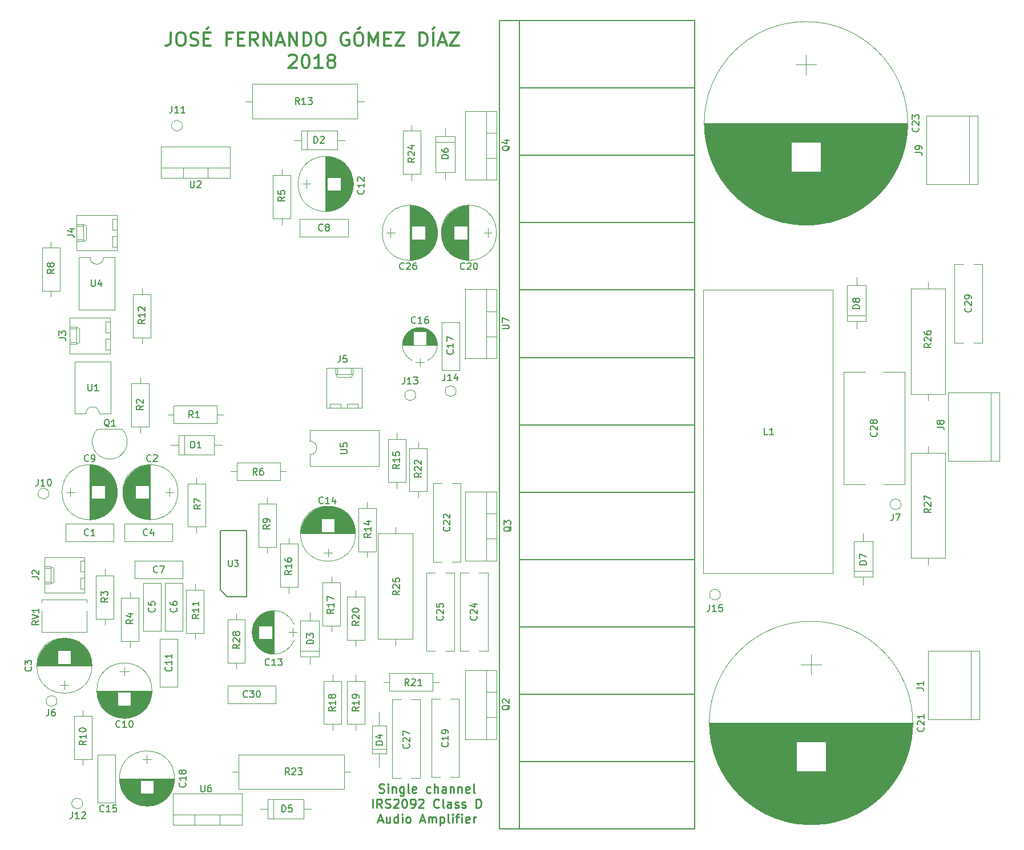
<source format=gto>
%TF.GenerationSoftware,KiCad,Pcbnew,4.0.7*%
%TF.CreationDate,2018-02-19T16:18:31+01:00*%
%TF.ProjectId,IRS2092_board_H61M,495253323039325F626F6172645F4836,beta_v1*%
%TF.FileFunction,Legend,Top*%
%FSLAX46Y46*%
G04 Gerber Fmt 4.6, Leading zero omitted, Abs format (unit mm)*
G04 Created by KiCad (PCBNEW 4.0.7) date 02/19/18 16:18:31*
%MOMM*%
%LPD*%
G01*
G04 APERTURE LIST*
%ADD10C,0.100000*%
%ADD11C,0.300000*%
%ADD12C,0.280000*%
%ADD13C,0.135000*%
%ADD14C,0.200000*%
%ADD15C,0.120000*%
%ADD16C,0.150000*%
G04 APERTURE END LIST*
D10*
D11*
X105249999Y-31754762D02*
X105249999Y-33183333D01*
X105154761Y-33469048D01*
X104964285Y-33659524D01*
X104678570Y-33754762D01*
X104488094Y-33754762D01*
X106583333Y-31754762D02*
X106964285Y-31754762D01*
X107154761Y-31850000D01*
X107345238Y-32040476D01*
X107440476Y-32421429D01*
X107440476Y-33088095D01*
X107345238Y-33469048D01*
X107154761Y-33659524D01*
X106964285Y-33754762D01*
X106583333Y-33754762D01*
X106392857Y-33659524D01*
X106202380Y-33469048D01*
X106107142Y-33088095D01*
X106107142Y-32421429D01*
X106202380Y-32040476D01*
X106392857Y-31850000D01*
X106583333Y-31754762D01*
X108202380Y-33659524D02*
X108488095Y-33754762D01*
X108964285Y-33754762D01*
X109154761Y-33659524D01*
X109249999Y-33564286D01*
X109345238Y-33373810D01*
X109345238Y-33183333D01*
X109249999Y-32992857D01*
X109154761Y-32897619D01*
X108964285Y-32802381D01*
X108583333Y-32707143D01*
X108392857Y-32611905D01*
X108297618Y-32516667D01*
X108202380Y-32326190D01*
X108202380Y-32135714D01*
X108297618Y-31945238D01*
X108392857Y-31850000D01*
X108583333Y-31754762D01*
X109059523Y-31754762D01*
X109345238Y-31850000D01*
X110202380Y-32707143D02*
X110869047Y-32707143D01*
X111154761Y-33754762D02*
X110202380Y-33754762D01*
X110202380Y-31754762D01*
X111154761Y-31754762D01*
X110869047Y-30992857D02*
X110583333Y-31278571D01*
X114202381Y-32707143D02*
X113535714Y-32707143D01*
X113535714Y-33754762D02*
X113535714Y-31754762D01*
X114488095Y-31754762D01*
X115250000Y-32707143D02*
X115916667Y-32707143D01*
X116202381Y-33754762D02*
X115250000Y-33754762D01*
X115250000Y-31754762D01*
X116202381Y-31754762D01*
X118202382Y-33754762D02*
X117535715Y-32802381D01*
X117059524Y-33754762D02*
X117059524Y-31754762D01*
X117821429Y-31754762D01*
X118011905Y-31850000D01*
X118107144Y-31945238D01*
X118202382Y-32135714D01*
X118202382Y-32421429D01*
X118107144Y-32611905D01*
X118011905Y-32707143D01*
X117821429Y-32802381D01*
X117059524Y-32802381D01*
X119059524Y-33754762D02*
X119059524Y-31754762D01*
X120202382Y-33754762D01*
X120202382Y-31754762D01*
X121059524Y-33183333D02*
X122011905Y-33183333D01*
X120869048Y-33754762D02*
X121535715Y-31754762D01*
X122202382Y-33754762D01*
X122869048Y-33754762D02*
X122869048Y-31754762D01*
X124011906Y-33754762D01*
X124011906Y-31754762D01*
X124964286Y-33754762D02*
X124964286Y-31754762D01*
X125440477Y-31754762D01*
X125726191Y-31850000D01*
X125916667Y-32040476D01*
X126011906Y-32230952D01*
X126107144Y-32611905D01*
X126107144Y-32897619D01*
X126011906Y-33278571D01*
X125916667Y-33469048D01*
X125726191Y-33659524D01*
X125440477Y-33754762D01*
X124964286Y-33754762D01*
X127345239Y-31754762D02*
X127726191Y-31754762D01*
X127916667Y-31850000D01*
X128107144Y-32040476D01*
X128202382Y-32421429D01*
X128202382Y-33088095D01*
X128107144Y-33469048D01*
X127916667Y-33659524D01*
X127726191Y-33754762D01*
X127345239Y-33754762D01*
X127154763Y-33659524D01*
X126964286Y-33469048D01*
X126869048Y-33088095D01*
X126869048Y-32421429D01*
X126964286Y-32040476D01*
X127154763Y-31850000D01*
X127345239Y-31754762D01*
X131630954Y-31850000D02*
X131440477Y-31754762D01*
X131154763Y-31754762D01*
X130869049Y-31850000D01*
X130678573Y-32040476D01*
X130583334Y-32230952D01*
X130488096Y-32611905D01*
X130488096Y-32897619D01*
X130583334Y-33278571D01*
X130678573Y-33469048D01*
X130869049Y-33659524D01*
X131154763Y-33754762D01*
X131345239Y-33754762D01*
X131630954Y-33659524D01*
X131726192Y-33564286D01*
X131726192Y-32897619D01*
X131345239Y-32897619D01*
X132964287Y-31754762D02*
X133345239Y-31754762D01*
X133535715Y-31850000D01*
X133726192Y-32040476D01*
X133821430Y-32421429D01*
X133821430Y-33088095D01*
X133726192Y-33469048D01*
X133535715Y-33659524D01*
X133345239Y-33754762D01*
X132964287Y-33754762D01*
X132773811Y-33659524D01*
X132583334Y-33469048D01*
X132488096Y-33088095D01*
X132488096Y-32421429D01*
X132583334Y-32040476D01*
X132773811Y-31850000D01*
X132964287Y-31754762D01*
X133345239Y-30992857D02*
X133059525Y-31278571D01*
X134678572Y-33754762D02*
X134678572Y-31754762D01*
X135345239Y-33183333D01*
X136011906Y-31754762D01*
X136011906Y-33754762D01*
X136964286Y-32707143D02*
X137630953Y-32707143D01*
X137916667Y-33754762D02*
X136964286Y-33754762D01*
X136964286Y-31754762D01*
X137916667Y-31754762D01*
X138583334Y-31754762D02*
X139916668Y-31754762D01*
X138583334Y-33754762D01*
X139916668Y-33754762D01*
X142202382Y-33754762D02*
X142202382Y-31754762D01*
X142678573Y-31754762D01*
X142964287Y-31850000D01*
X143154763Y-32040476D01*
X143250002Y-32230952D01*
X143345240Y-32611905D01*
X143345240Y-32897619D01*
X143250002Y-33278571D01*
X143154763Y-33469048D01*
X142964287Y-33659524D01*
X142678573Y-33754762D01*
X142202382Y-33754762D01*
X144202382Y-33754762D02*
X144202382Y-31754762D01*
X144392859Y-30992857D02*
X144107144Y-31278571D01*
X145059525Y-33183333D02*
X146011906Y-33183333D01*
X144869049Y-33754762D02*
X145535716Y-31754762D01*
X146202383Y-33754762D01*
X146678573Y-31754762D02*
X148011907Y-31754762D01*
X146678573Y-33754762D01*
X148011907Y-33754762D01*
X122821428Y-35245238D02*
X122916666Y-35150000D01*
X123107143Y-35054762D01*
X123583333Y-35054762D01*
X123773809Y-35150000D01*
X123869047Y-35245238D01*
X123964286Y-35435714D01*
X123964286Y-35626190D01*
X123869047Y-35911905D01*
X122726190Y-37054762D01*
X123964286Y-37054762D01*
X125202381Y-35054762D02*
X125392857Y-35054762D01*
X125583333Y-35150000D01*
X125678571Y-35245238D01*
X125773809Y-35435714D01*
X125869048Y-35816667D01*
X125869048Y-36292857D01*
X125773809Y-36673810D01*
X125678571Y-36864286D01*
X125583333Y-36959524D01*
X125392857Y-37054762D01*
X125202381Y-37054762D01*
X125011905Y-36959524D01*
X124916667Y-36864286D01*
X124821428Y-36673810D01*
X124726190Y-36292857D01*
X124726190Y-35816667D01*
X124821428Y-35435714D01*
X124916667Y-35245238D01*
X125011905Y-35150000D01*
X125202381Y-35054762D01*
X127773810Y-37054762D02*
X126630952Y-37054762D01*
X127202381Y-37054762D02*
X127202381Y-35054762D01*
X127011905Y-35340476D01*
X126821429Y-35530952D01*
X126630952Y-35626190D01*
X128916667Y-35911905D02*
X128726191Y-35816667D01*
X128630952Y-35721429D01*
X128535714Y-35530952D01*
X128535714Y-35435714D01*
X128630952Y-35245238D01*
X128726191Y-35150000D01*
X128916667Y-35054762D01*
X129297619Y-35054762D01*
X129488095Y-35150000D01*
X129583333Y-35245238D01*
X129678572Y-35435714D01*
X129678572Y-35530952D01*
X129583333Y-35721429D01*
X129488095Y-35816667D01*
X129297619Y-35911905D01*
X128916667Y-35911905D01*
X128726191Y-36007143D01*
X128630952Y-36102381D01*
X128535714Y-36292857D01*
X128535714Y-36673810D01*
X128630952Y-36864286D01*
X128726191Y-36959524D01*
X128916667Y-37054762D01*
X129297619Y-37054762D01*
X129488095Y-36959524D01*
X129583333Y-36864286D01*
X129678572Y-36673810D01*
X129678572Y-36292857D01*
X129583333Y-36102381D01*
X129488095Y-36007143D01*
X129297619Y-35911905D01*
D12*
X136192859Y-144546190D02*
X136378573Y-144608095D01*
X136688097Y-144608095D01*
X136811907Y-144546190D01*
X136873811Y-144484286D01*
X136935716Y-144360476D01*
X136935716Y-144236667D01*
X136873811Y-144112857D01*
X136811907Y-144050952D01*
X136688097Y-143989048D01*
X136440478Y-143927143D01*
X136316669Y-143865238D01*
X136254764Y-143803333D01*
X136192859Y-143679524D01*
X136192859Y-143555714D01*
X136254764Y-143431905D01*
X136316669Y-143370000D01*
X136440478Y-143308095D01*
X136750002Y-143308095D01*
X136935716Y-143370000D01*
X137492859Y-144608095D02*
X137492859Y-143741429D01*
X137492859Y-143308095D02*
X137430954Y-143370000D01*
X137492859Y-143431905D01*
X137554764Y-143370000D01*
X137492859Y-143308095D01*
X137492859Y-143431905D01*
X138111907Y-143741429D02*
X138111907Y-144608095D01*
X138111907Y-143865238D02*
X138173812Y-143803333D01*
X138297621Y-143741429D01*
X138483335Y-143741429D01*
X138607145Y-143803333D01*
X138669050Y-143927143D01*
X138669050Y-144608095D01*
X139845240Y-143741429D02*
X139845240Y-144793810D01*
X139783335Y-144917619D01*
X139721430Y-144979524D01*
X139597621Y-145041429D01*
X139411906Y-145041429D01*
X139288097Y-144979524D01*
X139845240Y-144546190D02*
X139721430Y-144608095D01*
X139473811Y-144608095D01*
X139350002Y-144546190D01*
X139288097Y-144484286D01*
X139226192Y-144360476D01*
X139226192Y-143989048D01*
X139288097Y-143865238D01*
X139350002Y-143803333D01*
X139473811Y-143741429D01*
X139721430Y-143741429D01*
X139845240Y-143803333D01*
X140650001Y-144608095D02*
X140526192Y-144546190D01*
X140464287Y-144422381D01*
X140464287Y-143308095D01*
X141640477Y-144546190D02*
X141516667Y-144608095D01*
X141269048Y-144608095D01*
X141145239Y-144546190D01*
X141083334Y-144422381D01*
X141083334Y-143927143D01*
X141145239Y-143803333D01*
X141269048Y-143741429D01*
X141516667Y-143741429D01*
X141640477Y-143803333D01*
X141702382Y-143927143D01*
X141702382Y-144050952D01*
X141083334Y-144174762D01*
X143807144Y-144546190D02*
X143683334Y-144608095D01*
X143435715Y-144608095D01*
X143311906Y-144546190D01*
X143250001Y-144484286D01*
X143188096Y-144360476D01*
X143188096Y-143989048D01*
X143250001Y-143865238D01*
X143311906Y-143803333D01*
X143435715Y-143741429D01*
X143683334Y-143741429D01*
X143807144Y-143803333D01*
X144364287Y-144608095D02*
X144364287Y-143308095D01*
X144921430Y-144608095D02*
X144921430Y-143927143D01*
X144859525Y-143803333D01*
X144735715Y-143741429D01*
X144550001Y-143741429D01*
X144426192Y-143803333D01*
X144364287Y-143865238D01*
X146097620Y-144608095D02*
X146097620Y-143927143D01*
X146035715Y-143803333D01*
X145911905Y-143741429D01*
X145664286Y-143741429D01*
X145540477Y-143803333D01*
X146097620Y-144546190D02*
X145973810Y-144608095D01*
X145664286Y-144608095D01*
X145540477Y-144546190D01*
X145478572Y-144422381D01*
X145478572Y-144298571D01*
X145540477Y-144174762D01*
X145664286Y-144112857D01*
X145973810Y-144112857D01*
X146097620Y-144050952D01*
X146716667Y-143741429D02*
X146716667Y-144608095D01*
X146716667Y-143865238D02*
X146778572Y-143803333D01*
X146902381Y-143741429D01*
X147088095Y-143741429D01*
X147211905Y-143803333D01*
X147273810Y-143927143D01*
X147273810Y-144608095D01*
X147892857Y-143741429D02*
X147892857Y-144608095D01*
X147892857Y-143865238D02*
X147954762Y-143803333D01*
X148078571Y-143741429D01*
X148264285Y-143741429D01*
X148388095Y-143803333D01*
X148450000Y-143927143D01*
X148450000Y-144608095D01*
X149564285Y-144546190D02*
X149440475Y-144608095D01*
X149192856Y-144608095D01*
X149069047Y-144546190D01*
X149007142Y-144422381D01*
X149007142Y-143927143D01*
X149069047Y-143803333D01*
X149192856Y-143741429D01*
X149440475Y-143741429D01*
X149564285Y-143803333D01*
X149626190Y-143927143D01*
X149626190Y-144050952D01*
X149007142Y-144174762D01*
X150369047Y-144608095D02*
X150245238Y-144546190D01*
X150183333Y-144422381D01*
X150183333Y-143308095D01*
X135233335Y-146838095D02*
X135233335Y-145538095D01*
X136595240Y-146838095D02*
X136161907Y-146219048D01*
X135852383Y-146838095D02*
X135852383Y-145538095D01*
X136347621Y-145538095D01*
X136471430Y-145600000D01*
X136533335Y-145661905D01*
X136595240Y-145785714D01*
X136595240Y-145971429D01*
X136533335Y-146095238D01*
X136471430Y-146157143D01*
X136347621Y-146219048D01*
X135852383Y-146219048D01*
X137090478Y-146776190D02*
X137276192Y-146838095D01*
X137585716Y-146838095D01*
X137709526Y-146776190D01*
X137771430Y-146714286D01*
X137833335Y-146590476D01*
X137833335Y-146466667D01*
X137771430Y-146342857D01*
X137709526Y-146280952D01*
X137585716Y-146219048D01*
X137338097Y-146157143D01*
X137214288Y-146095238D01*
X137152383Y-146033333D01*
X137090478Y-145909524D01*
X137090478Y-145785714D01*
X137152383Y-145661905D01*
X137214288Y-145600000D01*
X137338097Y-145538095D01*
X137647621Y-145538095D01*
X137833335Y-145600000D01*
X138328573Y-145661905D02*
X138390478Y-145600000D01*
X138514287Y-145538095D01*
X138823811Y-145538095D01*
X138947621Y-145600000D01*
X139009525Y-145661905D01*
X139071430Y-145785714D01*
X139071430Y-145909524D01*
X139009525Y-146095238D01*
X138266668Y-146838095D01*
X139071430Y-146838095D01*
X139876192Y-145538095D02*
X140000001Y-145538095D01*
X140123811Y-145600000D01*
X140185716Y-145661905D01*
X140247620Y-145785714D01*
X140309525Y-146033333D01*
X140309525Y-146342857D01*
X140247620Y-146590476D01*
X140185716Y-146714286D01*
X140123811Y-146776190D01*
X140000001Y-146838095D01*
X139876192Y-146838095D01*
X139752382Y-146776190D01*
X139690478Y-146714286D01*
X139628573Y-146590476D01*
X139566668Y-146342857D01*
X139566668Y-146033333D01*
X139628573Y-145785714D01*
X139690478Y-145661905D01*
X139752382Y-145600000D01*
X139876192Y-145538095D01*
X140928573Y-146838095D02*
X141176192Y-146838095D01*
X141300001Y-146776190D01*
X141361906Y-146714286D01*
X141485715Y-146528571D01*
X141547620Y-146280952D01*
X141547620Y-145785714D01*
X141485715Y-145661905D01*
X141423811Y-145600000D01*
X141300001Y-145538095D01*
X141052382Y-145538095D01*
X140928573Y-145600000D01*
X140866668Y-145661905D01*
X140804763Y-145785714D01*
X140804763Y-146095238D01*
X140866668Y-146219048D01*
X140928573Y-146280952D01*
X141052382Y-146342857D01*
X141300001Y-146342857D01*
X141423811Y-146280952D01*
X141485715Y-146219048D01*
X141547620Y-146095238D01*
X142042858Y-145661905D02*
X142104763Y-145600000D01*
X142228572Y-145538095D01*
X142538096Y-145538095D01*
X142661906Y-145600000D01*
X142723810Y-145661905D01*
X142785715Y-145785714D01*
X142785715Y-145909524D01*
X142723810Y-146095238D01*
X141980953Y-146838095D01*
X142785715Y-146838095D01*
X145076191Y-146714286D02*
X145014286Y-146776190D01*
X144828572Y-146838095D01*
X144704762Y-146838095D01*
X144519048Y-146776190D01*
X144395239Y-146652381D01*
X144333334Y-146528571D01*
X144271429Y-146280952D01*
X144271429Y-146095238D01*
X144333334Y-145847619D01*
X144395239Y-145723810D01*
X144519048Y-145600000D01*
X144704762Y-145538095D01*
X144828572Y-145538095D01*
X145014286Y-145600000D01*
X145076191Y-145661905D01*
X145819048Y-146838095D02*
X145695239Y-146776190D01*
X145633334Y-146652381D01*
X145633334Y-145538095D01*
X146871429Y-146838095D02*
X146871429Y-146157143D01*
X146809524Y-146033333D01*
X146685714Y-145971429D01*
X146438095Y-145971429D01*
X146314286Y-146033333D01*
X146871429Y-146776190D02*
X146747619Y-146838095D01*
X146438095Y-146838095D01*
X146314286Y-146776190D01*
X146252381Y-146652381D01*
X146252381Y-146528571D01*
X146314286Y-146404762D01*
X146438095Y-146342857D01*
X146747619Y-146342857D01*
X146871429Y-146280952D01*
X147428571Y-146776190D02*
X147552381Y-146838095D01*
X147800000Y-146838095D01*
X147923809Y-146776190D01*
X147985714Y-146652381D01*
X147985714Y-146590476D01*
X147923809Y-146466667D01*
X147800000Y-146404762D01*
X147614285Y-146404762D01*
X147490476Y-146342857D01*
X147428571Y-146219048D01*
X147428571Y-146157143D01*
X147490476Y-146033333D01*
X147614285Y-145971429D01*
X147800000Y-145971429D01*
X147923809Y-146033333D01*
X148480952Y-146776190D02*
X148604762Y-146838095D01*
X148852381Y-146838095D01*
X148976190Y-146776190D01*
X149038095Y-146652381D01*
X149038095Y-146590476D01*
X148976190Y-146466667D01*
X148852381Y-146404762D01*
X148666666Y-146404762D01*
X148542857Y-146342857D01*
X148480952Y-146219048D01*
X148480952Y-146157143D01*
X148542857Y-146033333D01*
X148666666Y-145971429D01*
X148852381Y-145971429D01*
X148976190Y-146033333D01*
X150585714Y-146838095D02*
X150585714Y-145538095D01*
X150895238Y-145538095D01*
X151080952Y-145600000D01*
X151204761Y-145723810D01*
X151266666Y-145847619D01*
X151328571Y-146095238D01*
X151328571Y-146280952D01*
X151266666Y-146528571D01*
X151204761Y-146652381D01*
X151080952Y-146776190D01*
X150895238Y-146838095D01*
X150585714Y-146838095D01*
X136069048Y-148696667D02*
X136688096Y-148696667D01*
X135945239Y-149068095D02*
X136378572Y-147768095D01*
X136811905Y-149068095D01*
X137802382Y-148201429D02*
X137802382Y-149068095D01*
X137245239Y-148201429D02*
X137245239Y-148882381D01*
X137307144Y-149006190D01*
X137430953Y-149068095D01*
X137616667Y-149068095D01*
X137740477Y-149006190D01*
X137802382Y-148944286D01*
X138978572Y-149068095D02*
X138978572Y-147768095D01*
X138978572Y-149006190D02*
X138854762Y-149068095D01*
X138607143Y-149068095D01*
X138483334Y-149006190D01*
X138421429Y-148944286D01*
X138359524Y-148820476D01*
X138359524Y-148449048D01*
X138421429Y-148325238D01*
X138483334Y-148263333D01*
X138607143Y-148201429D01*
X138854762Y-148201429D01*
X138978572Y-148263333D01*
X139597619Y-149068095D02*
X139597619Y-148201429D01*
X139597619Y-147768095D02*
X139535714Y-147830000D01*
X139597619Y-147891905D01*
X139659524Y-147830000D01*
X139597619Y-147768095D01*
X139597619Y-147891905D01*
X140402381Y-149068095D02*
X140278572Y-149006190D01*
X140216667Y-148944286D01*
X140154762Y-148820476D01*
X140154762Y-148449048D01*
X140216667Y-148325238D01*
X140278572Y-148263333D01*
X140402381Y-148201429D01*
X140588095Y-148201429D01*
X140711905Y-148263333D01*
X140773810Y-148325238D01*
X140835714Y-148449048D01*
X140835714Y-148820476D01*
X140773810Y-148944286D01*
X140711905Y-149006190D01*
X140588095Y-149068095D01*
X140402381Y-149068095D01*
X142321428Y-148696667D02*
X142940476Y-148696667D01*
X142197619Y-149068095D02*
X142630952Y-147768095D01*
X143064285Y-149068095D01*
X143497619Y-149068095D02*
X143497619Y-148201429D01*
X143497619Y-148325238D02*
X143559524Y-148263333D01*
X143683333Y-148201429D01*
X143869047Y-148201429D01*
X143992857Y-148263333D01*
X144054762Y-148387143D01*
X144054762Y-149068095D01*
X144054762Y-148387143D02*
X144116666Y-148263333D01*
X144240476Y-148201429D01*
X144426190Y-148201429D01*
X144550000Y-148263333D01*
X144611905Y-148387143D01*
X144611905Y-149068095D01*
X145230952Y-148201429D02*
X145230952Y-149501429D01*
X145230952Y-148263333D02*
X145354761Y-148201429D01*
X145602380Y-148201429D01*
X145726190Y-148263333D01*
X145788095Y-148325238D01*
X145849999Y-148449048D01*
X145849999Y-148820476D01*
X145788095Y-148944286D01*
X145726190Y-149006190D01*
X145602380Y-149068095D01*
X145354761Y-149068095D01*
X145230952Y-149006190D01*
X146592856Y-149068095D02*
X146469047Y-149006190D01*
X146407142Y-148882381D01*
X146407142Y-147768095D01*
X147088094Y-149068095D02*
X147088094Y-148201429D01*
X147088094Y-147768095D02*
X147026189Y-147830000D01*
X147088094Y-147891905D01*
X147149999Y-147830000D01*
X147088094Y-147768095D01*
X147088094Y-147891905D01*
X147521428Y-148201429D02*
X148016666Y-148201429D01*
X147707142Y-149068095D02*
X147707142Y-147953810D01*
X147769047Y-147830000D01*
X147892856Y-147768095D01*
X148016666Y-147768095D01*
X148449999Y-149068095D02*
X148449999Y-148201429D01*
X148449999Y-147768095D02*
X148388094Y-147830000D01*
X148449999Y-147891905D01*
X148511904Y-147830000D01*
X148449999Y-147768095D01*
X148449999Y-147891905D01*
X149564285Y-149006190D02*
X149440475Y-149068095D01*
X149192856Y-149068095D01*
X149069047Y-149006190D01*
X149007142Y-148882381D01*
X149007142Y-148387143D01*
X149069047Y-148263333D01*
X149192856Y-148201429D01*
X149440475Y-148201429D01*
X149564285Y-148263333D01*
X149626190Y-148387143D01*
X149626190Y-148510952D01*
X149007142Y-148634762D01*
X150183333Y-149068095D02*
X150183333Y-148201429D01*
X150183333Y-148449048D02*
X150245238Y-148325238D01*
X150307142Y-148263333D01*
X150430952Y-148201429D01*
X150554761Y-148201429D01*
D13*
X113854286Y-110107143D02*
X113854286Y-110835714D01*
X113897143Y-110921429D01*
X113940000Y-110964286D01*
X114025714Y-111007143D01*
X114197143Y-111007143D01*
X114282857Y-110964286D01*
X114325714Y-110921429D01*
X114368571Y-110835714D01*
X114368571Y-110107143D01*
X114711428Y-110107143D02*
X115268571Y-110107143D01*
X114968571Y-110450000D01*
X115097143Y-110450000D01*
X115182857Y-110492857D01*
X115225714Y-110535714D01*
X115268571Y-110621429D01*
X115268571Y-110835714D01*
X115225714Y-110921429D01*
X115182857Y-110964286D01*
X115097143Y-111007143D01*
X114840000Y-111007143D01*
X114754286Y-110964286D01*
X114711428Y-110921429D01*
D14*
X116560000Y-105650000D02*
X112720000Y-105650000D01*
X116560000Y-115530000D02*
X116560000Y-105650000D01*
X113680000Y-115530000D02*
X116560000Y-115530000D01*
X112670000Y-114520000D02*
X113680000Y-115530000D01*
X112670000Y-105650000D02*
X112670000Y-114520000D01*
X157000000Y-150000000D02*
X157000000Y-30000000D01*
X157000000Y-40000000D02*
X183000000Y-40000000D01*
X157000000Y-50000000D02*
X183000000Y-50000000D01*
X157000000Y-60000000D02*
X183000000Y-60000000D01*
X157000000Y-70000000D02*
X183000000Y-70000000D01*
X157000000Y-80000000D02*
X183000000Y-80000000D01*
X157000000Y-90000000D02*
X183000000Y-90000000D01*
X157000000Y-100000000D02*
X183000000Y-100000000D01*
X157000000Y-110000000D02*
X183000000Y-110000000D01*
X157000000Y-120000000D02*
X183000000Y-120000000D01*
X157000000Y-130000000D02*
X183000000Y-130000000D01*
X157000000Y-140000000D02*
X183000000Y-140000000D01*
X183000000Y-30000000D02*
X154000000Y-30000000D01*
X183000000Y-96000000D02*
X183000000Y-30000000D01*
X154000000Y-150000000D02*
X154000000Y-30000000D01*
X183000000Y-150000000D02*
X154000000Y-150000000D01*
X183000000Y-96000000D02*
X183000000Y-150000000D01*
D15*
X214590000Y-45250000D02*
G75*
G03X214590000Y-45250000I-15090000J0D01*
G01*
X214550000Y-45250000D02*
X184450000Y-45250000D01*
X214550000Y-45290000D02*
X184450000Y-45290000D01*
X214550000Y-45330000D02*
X184450000Y-45330000D01*
X214550000Y-45370000D02*
X184450000Y-45370000D01*
X214550000Y-45410000D02*
X184450000Y-45410000D01*
X214549000Y-45450000D02*
X184451000Y-45450000D01*
X214549000Y-45490000D02*
X184451000Y-45490000D01*
X214548000Y-45530000D02*
X184452000Y-45530000D01*
X214547000Y-45570000D02*
X184453000Y-45570000D01*
X214546000Y-45610000D02*
X184454000Y-45610000D01*
X214545000Y-45650000D02*
X184455000Y-45650000D01*
X214544000Y-45690000D02*
X184456000Y-45690000D01*
X214543000Y-45730000D02*
X184457000Y-45730000D01*
X214542000Y-45770000D02*
X184458000Y-45770000D01*
X214540000Y-45810000D02*
X184460000Y-45810000D01*
X214539000Y-45850000D02*
X184461000Y-45850000D01*
X214537000Y-45890000D02*
X184463000Y-45890000D01*
X214535000Y-45930000D02*
X184465000Y-45930000D01*
X214533000Y-45971000D02*
X184467000Y-45971000D01*
X214531000Y-46011000D02*
X184469000Y-46011000D01*
X214529000Y-46051000D02*
X184471000Y-46051000D01*
X214527000Y-46091000D02*
X184473000Y-46091000D01*
X214525000Y-46131000D02*
X184475000Y-46131000D01*
X214522000Y-46171000D02*
X184478000Y-46171000D01*
X214520000Y-46211000D02*
X184480000Y-46211000D01*
X214517000Y-46251000D02*
X184483000Y-46251000D01*
X214515000Y-46291000D02*
X184485000Y-46291000D01*
X214512000Y-46331000D02*
X184488000Y-46331000D01*
X214509000Y-46371000D02*
X184491000Y-46371000D01*
X214506000Y-46411000D02*
X184494000Y-46411000D01*
X214503000Y-46451000D02*
X184497000Y-46451000D01*
X214499000Y-46491000D02*
X184501000Y-46491000D01*
X214496000Y-46531000D02*
X184504000Y-46531000D01*
X214493000Y-46571000D02*
X184507000Y-46571000D01*
X214489000Y-46611000D02*
X184511000Y-46611000D01*
X214485000Y-46651000D02*
X184515000Y-46651000D01*
X214482000Y-46691000D02*
X184518000Y-46691000D01*
X214478000Y-46731000D02*
X184522000Y-46731000D01*
X214474000Y-46771000D02*
X184526000Y-46771000D01*
X214470000Y-46811000D02*
X184530000Y-46811000D01*
X214465000Y-46851000D02*
X184535000Y-46851000D01*
X214461000Y-46891000D02*
X184539000Y-46891000D01*
X214457000Y-46931000D02*
X184543000Y-46931000D01*
X214452000Y-46971000D02*
X184548000Y-46971000D01*
X214448000Y-47011000D02*
X184552000Y-47011000D01*
X214443000Y-47051000D02*
X184557000Y-47051000D01*
X214438000Y-47091000D02*
X184562000Y-47091000D01*
X214433000Y-47131000D02*
X184567000Y-47131000D01*
X214428000Y-47171000D02*
X184572000Y-47171000D01*
X214423000Y-47211000D02*
X184577000Y-47211000D01*
X214417000Y-47251000D02*
X184583000Y-47251000D01*
X214412000Y-47291000D02*
X184588000Y-47291000D01*
X214406000Y-47331000D02*
X184594000Y-47331000D01*
X214401000Y-47371000D02*
X184599000Y-47371000D01*
X214395000Y-47411000D02*
X184605000Y-47411000D01*
X214389000Y-47451000D02*
X184611000Y-47451000D01*
X214383000Y-47491000D02*
X184617000Y-47491000D01*
X214377000Y-47531000D02*
X184623000Y-47531000D01*
X214371000Y-47571000D02*
X184629000Y-47571000D01*
X214365000Y-47611000D02*
X184635000Y-47611000D01*
X214358000Y-47651000D02*
X184642000Y-47651000D01*
X214352000Y-47691000D02*
X184648000Y-47691000D01*
X214345000Y-47731000D02*
X184655000Y-47731000D01*
X214339000Y-47771000D02*
X184661000Y-47771000D01*
X214332000Y-47811000D02*
X184668000Y-47811000D01*
X214325000Y-47851000D02*
X184675000Y-47851000D01*
X214318000Y-47891000D02*
X184682000Y-47891000D01*
X214311000Y-47931000D02*
X184689000Y-47931000D01*
X214303000Y-47971000D02*
X184697000Y-47971000D01*
X214296000Y-48011000D02*
X184704000Y-48011000D01*
X214288000Y-48051000D02*
X184712000Y-48051000D01*
X214281000Y-48091000D02*
X201680000Y-48091000D01*
X197320000Y-48091000D02*
X184719000Y-48091000D01*
X214273000Y-48131000D02*
X201680000Y-48131000D01*
X197320000Y-48131000D02*
X184727000Y-48131000D01*
X214265000Y-48171000D02*
X201680000Y-48171000D01*
X197320000Y-48171000D02*
X184735000Y-48171000D01*
X214257000Y-48211000D02*
X201680000Y-48211000D01*
X197320000Y-48211000D02*
X184743000Y-48211000D01*
X214249000Y-48251000D02*
X201680000Y-48251000D01*
X197320000Y-48251000D02*
X184751000Y-48251000D01*
X214241000Y-48291000D02*
X201680000Y-48291000D01*
X197320000Y-48291000D02*
X184759000Y-48291000D01*
X214233000Y-48331000D02*
X201680000Y-48331000D01*
X197320000Y-48331000D02*
X184767000Y-48331000D01*
X214224000Y-48371000D02*
X201680000Y-48371000D01*
X197320000Y-48371000D02*
X184776000Y-48371000D01*
X214216000Y-48411000D02*
X201680000Y-48411000D01*
X197320000Y-48411000D02*
X184784000Y-48411000D01*
X214207000Y-48451000D02*
X201680000Y-48451000D01*
X197320000Y-48451000D02*
X184793000Y-48451000D01*
X214199000Y-48491000D02*
X201680000Y-48491000D01*
X197320000Y-48491000D02*
X184801000Y-48491000D01*
X214190000Y-48531000D02*
X201680000Y-48531000D01*
X197320000Y-48531000D02*
X184810000Y-48531000D01*
X214181000Y-48571000D02*
X201680000Y-48571000D01*
X197320000Y-48571000D02*
X184819000Y-48571000D01*
X214172000Y-48611000D02*
X201680000Y-48611000D01*
X197320000Y-48611000D02*
X184828000Y-48611000D01*
X214162000Y-48651000D02*
X201680000Y-48651000D01*
X197320000Y-48651000D02*
X184838000Y-48651000D01*
X214153000Y-48691000D02*
X201680000Y-48691000D01*
X197320000Y-48691000D02*
X184847000Y-48691000D01*
X214144000Y-48731000D02*
X201680000Y-48731000D01*
X197320000Y-48731000D02*
X184856000Y-48731000D01*
X214134000Y-48771000D02*
X201680000Y-48771000D01*
X197320000Y-48771000D02*
X184866000Y-48771000D01*
X214125000Y-48811000D02*
X201680000Y-48811000D01*
X197320000Y-48811000D02*
X184875000Y-48811000D01*
X214115000Y-48851000D02*
X201680000Y-48851000D01*
X197320000Y-48851000D02*
X184885000Y-48851000D01*
X214105000Y-48891000D02*
X201680000Y-48891000D01*
X197320000Y-48891000D02*
X184895000Y-48891000D01*
X214095000Y-48931000D02*
X201680000Y-48931000D01*
X197320000Y-48931000D02*
X184905000Y-48931000D01*
X214085000Y-48971000D02*
X201680000Y-48971000D01*
X197320000Y-48971000D02*
X184915000Y-48971000D01*
X214075000Y-49011000D02*
X201680000Y-49011000D01*
X197320000Y-49011000D02*
X184925000Y-49011000D01*
X214064000Y-49051000D02*
X201680000Y-49051000D01*
X197320000Y-49051000D02*
X184936000Y-49051000D01*
X214054000Y-49091000D02*
X201680000Y-49091000D01*
X197320000Y-49091000D02*
X184946000Y-49091000D01*
X214043000Y-49131000D02*
X201680000Y-49131000D01*
X197320000Y-49131000D02*
X184957000Y-49131000D01*
X214032000Y-49171000D02*
X201680000Y-49171000D01*
X197320000Y-49171000D02*
X184968000Y-49171000D01*
X214022000Y-49211000D02*
X201680000Y-49211000D01*
X197320000Y-49211000D02*
X184978000Y-49211000D01*
X214011000Y-49251000D02*
X201680000Y-49251000D01*
X197320000Y-49251000D02*
X184989000Y-49251000D01*
X214000000Y-49291000D02*
X201680000Y-49291000D01*
X197320000Y-49291000D02*
X185000000Y-49291000D01*
X213988000Y-49331000D02*
X201680000Y-49331000D01*
X197320000Y-49331000D02*
X185012000Y-49331000D01*
X213977000Y-49371000D02*
X201680000Y-49371000D01*
X197320000Y-49371000D02*
X185023000Y-49371000D01*
X213966000Y-49411000D02*
X201680000Y-49411000D01*
X197320000Y-49411000D02*
X185034000Y-49411000D01*
X213954000Y-49451000D02*
X201680000Y-49451000D01*
X197320000Y-49451000D02*
X185046000Y-49451000D01*
X213943000Y-49491000D02*
X201680000Y-49491000D01*
X197320000Y-49491000D02*
X185057000Y-49491000D01*
X213931000Y-49531000D02*
X201680000Y-49531000D01*
X197320000Y-49531000D02*
X185069000Y-49531000D01*
X213919000Y-49571000D02*
X201680000Y-49571000D01*
X197320000Y-49571000D02*
X185081000Y-49571000D01*
X213907000Y-49611000D02*
X201680000Y-49611000D01*
X197320000Y-49611000D02*
X185093000Y-49611000D01*
X213895000Y-49651000D02*
X201680000Y-49651000D01*
X197320000Y-49651000D02*
X185105000Y-49651000D01*
X213883000Y-49691000D02*
X201680000Y-49691000D01*
X197320000Y-49691000D02*
X185117000Y-49691000D01*
X213870000Y-49731000D02*
X201680000Y-49731000D01*
X197320000Y-49731000D02*
X185130000Y-49731000D01*
X213858000Y-49771000D02*
X201680000Y-49771000D01*
X197320000Y-49771000D02*
X185142000Y-49771000D01*
X213845000Y-49811000D02*
X201680000Y-49811000D01*
X197320000Y-49811000D02*
X185155000Y-49811000D01*
X213832000Y-49851000D02*
X201680000Y-49851000D01*
X197320000Y-49851000D02*
X185168000Y-49851000D01*
X213819000Y-49891000D02*
X201680000Y-49891000D01*
X197320000Y-49891000D02*
X185181000Y-49891000D01*
X213806000Y-49931000D02*
X201680000Y-49931000D01*
X197320000Y-49931000D02*
X185194000Y-49931000D01*
X213793000Y-49971000D02*
X201680000Y-49971000D01*
X197320000Y-49971000D02*
X185207000Y-49971000D01*
X213780000Y-50011000D02*
X201680000Y-50011000D01*
X197320000Y-50011000D02*
X185220000Y-50011000D01*
X213767000Y-50051000D02*
X201680000Y-50051000D01*
X197320000Y-50051000D02*
X185233000Y-50051000D01*
X213753000Y-50091000D02*
X201680000Y-50091000D01*
X197320000Y-50091000D02*
X185247000Y-50091000D01*
X213740000Y-50131000D02*
X201680000Y-50131000D01*
X197320000Y-50131000D02*
X185260000Y-50131000D01*
X213726000Y-50171000D02*
X201680000Y-50171000D01*
X197320000Y-50171000D02*
X185274000Y-50171000D01*
X213712000Y-50211000D02*
X201680000Y-50211000D01*
X197320000Y-50211000D02*
X185288000Y-50211000D01*
X213698000Y-50251000D02*
X201680000Y-50251000D01*
X197320000Y-50251000D02*
X185302000Y-50251000D01*
X213684000Y-50291000D02*
X201680000Y-50291000D01*
X197320000Y-50291000D02*
X185316000Y-50291000D01*
X213670000Y-50331000D02*
X201680000Y-50331000D01*
X197320000Y-50331000D02*
X185330000Y-50331000D01*
X213655000Y-50371000D02*
X201680000Y-50371000D01*
X197320000Y-50371000D02*
X185345000Y-50371000D01*
X213641000Y-50411000D02*
X201680000Y-50411000D01*
X197320000Y-50411000D02*
X185359000Y-50411000D01*
X213626000Y-50451000D02*
X201680000Y-50451000D01*
X197320000Y-50451000D02*
X185374000Y-50451000D01*
X213611000Y-50491000D02*
X201680000Y-50491000D01*
X197320000Y-50491000D02*
X185389000Y-50491000D01*
X213597000Y-50531000D02*
X201680000Y-50531000D01*
X197320000Y-50531000D02*
X185403000Y-50531000D01*
X213582000Y-50571000D02*
X201680000Y-50571000D01*
X197320000Y-50571000D02*
X185418000Y-50571000D01*
X213566000Y-50611000D02*
X201680000Y-50611000D01*
X197320000Y-50611000D02*
X185434000Y-50611000D01*
X213551000Y-50651000D02*
X201680000Y-50651000D01*
X197320000Y-50651000D02*
X185449000Y-50651000D01*
X213536000Y-50691000D02*
X201680000Y-50691000D01*
X197320000Y-50691000D02*
X185464000Y-50691000D01*
X213520000Y-50731000D02*
X201680000Y-50731000D01*
X197320000Y-50731000D02*
X185480000Y-50731000D01*
X213505000Y-50771000D02*
X201680000Y-50771000D01*
X197320000Y-50771000D02*
X185495000Y-50771000D01*
X213489000Y-50811000D02*
X201680000Y-50811000D01*
X197320000Y-50811000D02*
X185511000Y-50811000D01*
X213473000Y-50851000D02*
X201680000Y-50851000D01*
X197320000Y-50851000D02*
X185527000Y-50851000D01*
X213457000Y-50891000D02*
X201680000Y-50891000D01*
X197320000Y-50891000D02*
X185543000Y-50891000D01*
X213441000Y-50931000D02*
X201680000Y-50931000D01*
X197320000Y-50931000D02*
X185559000Y-50931000D01*
X213424000Y-50971000D02*
X201680000Y-50971000D01*
X197320000Y-50971000D02*
X185576000Y-50971000D01*
X213408000Y-51011000D02*
X201680000Y-51011000D01*
X197320000Y-51011000D02*
X185592000Y-51011000D01*
X213391000Y-51051000D02*
X201680000Y-51051000D01*
X197320000Y-51051000D02*
X185609000Y-51051000D01*
X213375000Y-51091000D02*
X201680000Y-51091000D01*
X197320000Y-51091000D02*
X185625000Y-51091000D01*
X213358000Y-51131000D02*
X201680000Y-51131000D01*
X197320000Y-51131000D02*
X185642000Y-51131000D01*
X213341000Y-51171000D02*
X201680000Y-51171000D01*
X197320000Y-51171000D02*
X185659000Y-51171000D01*
X213324000Y-51211000D02*
X201680000Y-51211000D01*
X197320000Y-51211000D02*
X185676000Y-51211000D01*
X213306000Y-51251000D02*
X201680000Y-51251000D01*
X197320000Y-51251000D02*
X185694000Y-51251000D01*
X213289000Y-51291000D02*
X201680000Y-51291000D01*
X197320000Y-51291000D02*
X185711000Y-51291000D01*
X213271000Y-51331000D02*
X201680000Y-51331000D01*
X197320000Y-51331000D02*
X185729000Y-51331000D01*
X213254000Y-51371000D02*
X201680000Y-51371000D01*
X197320000Y-51371000D02*
X185746000Y-51371000D01*
X213236000Y-51411000D02*
X201680000Y-51411000D01*
X197320000Y-51411000D02*
X185764000Y-51411000D01*
X213218000Y-51451000D02*
X201680000Y-51451000D01*
X197320000Y-51451000D02*
X185782000Y-51451000D01*
X213200000Y-51491000D02*
X201680000Y-51491000D01*
X197320000Y-51491000D02*
X185800000Y-51491000D01*
X213182000Y-51531000D02*
X201680000Y-51531000D01*
X197320000Y-51531000D02*
X185818000Y-51531000D01*
X213163000Y-51571000D02*
X201680000Y-51571000D01*
X197320000Y-51571000D02*
X185837000Y-51571000D01*
X213145000Y-51611000D02*
X201680000Y-51611000D01*
X197320000Y-51611000D02*
X185855000Y-51611000D01*
X213126000Y-51651000D02*
X201680000Y-51651000D01*
X197320000Y-51651000D02*
X185874000Y-51651000D01*
X213107000Y-51691000D02*
X201680000Y-51691000D01*
X197320000Y-51691000D02*
X185893000Y-51691000D01*
X213088000Y-51731000D02*
X201680000Y-51731000D01*
X197320000Y-51731000D02*
X185912000Y-51731000D01*
X213069000Y-51771000D02*
X201680000Y-51771000D01*
X197320000Y-51771000D02*
X185931000Y-51771000D01*
X213050000Y-51811000D02*
X201680000Y-51811000D01*
X197320000Y-51811000D02*
X185950000Y-51811000D01*
X213031000Y-51851000D02*
X201680000Y-51851000D01*
X197320000Y-51851000D02*
X185969000Y-51851000D01*
X213011000Y-51891000D02*
X201680000Y-51891000D01*
X197320000Y-51891000D02*
X185989000Y-51891000D01*
X212991000Y-51931000D02*
X201680000Y-51931000D01*
X197320000Y-51931000D02*
X186009000Y-51931000D01*
X212972000Y-51971000D02*
X201680000Y-51971000D01*
X197320000Y-51971000D02*
X186028000Y-51971000D01*
X212952000Y-52011000D02*
X201680000Y-52011000D01*
X197320000Y-52011000D02*
X186048000Y-52011000D01*
X212932000Y-52051000D02*
X201680000Y-52051000D01*
X197320000Y-52051000D02*
X186068000Y-52051000D01*
X212911000Y-52091000D02*
X201680000Y-52091000D01*
X197320000Y-52091000D02*
X186089000Y-52091000D01*
X212891000Y-52131000D02*
X201680000Y-52131000D01*
X197320000Y-52131000D02*
X186109000Y-52131000D01*
X212870000Y-52171000D02*
X201680000Y-52171000D01*
X197320000Y-52171000D02*
X186130000Y-52171000D01*
X212850000Y-52211000D02*
X201680000Y-52211000D01*
X197320000Y-52211000D02*
X186150000Y-52211000D01*
X212829000Y-52251000D02*
X201680000Y-52251000D01*
X197320000Y-52251000D02*
X186171000Y-52251000D01*
X212808000Y-52291000D02*
X201680000Y-52291000D01*
X197320000Y-52291000D02*
X186192000Y-52291000D01*
X212786000Y-52331000D02*
X201680000Y-52331000D01*
X197320000Y-52331000D02*
X186214000Y-52331000D01*
X212765000Y-52371000D02*
X201680000Y-52371000D01*
X197320000Y-52371000D02*
X186235000Y-52371000D01*
X212744000Y-52411000D02*
X201680000Y-52411000D01*
X197320000Y-52411000D02*
X186256000Y-52411000D01*
X212722000Y-52451000D02*
X186278000Y-52451000D01*
X212700000Y-52491000D02*
X186300000Y-52491000D01*
X212678000Y-52531000D02*
X186322000Y-52531000D01*
X212656000Y-52571000D02*
X186344000Y-52571000D01*
X212634000Y-52611000D02*
X186366000Y-52611000D01*
X212611000Y-52651000D02*
X186389000Y-52651000D01*
X212589000Y-52691000D02*
X186411000Y-52691000D01*
X212566000Y-52731000D02*
X186434000Y-52731000D01*
X212543000Y-52771000D02*
X186457000Y-52771000D01*
X212520000Y-52811000D02*
X186480000Y-52811000D01*
X212497000Y-52851000D02*
X186503000Y-52851000D01*
X212474000Y-52891000D02*
X186526000Y-52891000D01*
X212450000Y-52931000D02*
X186550000Y-52931000D01*
X212426000Y-52971000D02*
X186574000Y-52971000D01*
X212402000Y-53011000D02*
X186598000Y-53011000D01*
X212378000Y-53051000D02*
X186622000Y-53051000D01*
X212354000Y-53091000D02*
X186646000Y-53091000D01*
X212330000Y-53131000D02*
X186670000Y-53131000D01*
X212305000Y-53171000D02*
X186695000Y-53171000D01*
X212280000Y-53211000D02*
X186720000Y-53211000D01*
X212255000Y-53251000D02*
X186745000Y-53251000D01*
X212230000Y-53291000D02*
X186770000Y-53291000D01*
X212205000Y-53331000D02*
X186795000Y-53331000D01*
X212180000Y-53371000D02*
X186820000Y-53371000D01*
X212154000Y-53411000D02*
X186846000Y-53411000D01*
X212128000Y-53450000D02*
X186872000Y-53450000D01*
X212102000Y-53490000D02*
X186898000Y-53490000D01*
X212076000Y-53530000D02*
X186924000Y-53530000D01*
X212050000Y-53570000D02*
X186950000Y-53570000D01*
X212023000Y-53610000D02*
X186977000Y-53610000D01*
X211996000Y-53650000D02*
X187004000Y-53650000D01*
X211969000Y-53690000D02*
X187031000Y-53690000D01*
X211942000Y-53730000D02*
X187058000Y-53730000D01*
X211915000Y-53770000D02*
X187085000Y-53770000D01*
X211888000Y-53810000D02*
X187112000Y-53810000D01*
X211860000Y-53850000D02*
X187140000Y-53850000D01*
X211832000Y-53890000D02*
X187168000Y-53890000D01*
X211804000Y-53930000D02*
X187196000Y-53930000D01*
X211776000Y-53970000D02*
X187224000Y-53970000D01*
X211748000Y-54010000D02*
X187252000Y-54010000D01*
X211719000Y-54050000D02*
X187281000Y-54050000D01*
X211690000Y-54090000D02*
X187310000Y-54090000D01*
X211661000Y-54130000D02*
X187339000Y-54130000D01*
X211632000Y-54170000D02*
X187368000Y-54170000D01*
X211602000Y-54210000D02*
X187398000Y-54210000D01*
X211573000Y-54250000D02*
X187427000Y-54250000D01*
X211543000Y-54290000D02*
X187457000Y-54290000D01*
X211513000Y-54330000D02*
X187487000Y-54330000D01*
X211483000Y-54370000D02*
X187517000Y-54370000D01*
X211452000Y-54410000D02*
X187548000Y-54410000D01*
X211422000Y-54450000D02*
X187578000Y-54450000D01*
X211391000Y-54490000D02*
X187609000Y-54490000D01*
X211360000Y-54530000D02*
X187640000Y-54530000D01*
X211328000Y-54570000D02*
X187672000Y-54570000D01*
X211297000Y-54610000D02*
X187703000Y-54610000D01*
X211265000Y-54650000D02*
X187735000Y-54650000D01*
X211233000Y-54690000D02*
X187767000Y-54690000D01*
X211201000Y-54730000D02*
X187799000Y-54730000D01*
X211169000Y-54770000D02*
X187831000Y-54770000D01*
X211136000Y-54810000D02*
X187864000Y-54810000D01*
X211103000Y-54850000D02*
X187897000Y-54850000D01*
X211070000Y-54890000D02*
X187930000Y-54890000D01*
X211037000Y-54930000D02*
X187963000Y-54930000D01*
X211003000Y-54970000D02*
X187997000Y-54970000D01*
X210969000Y-55010000D02*
X188031000Y-55010000D01*
X210935000Y-55050000D02*
X188065000Y-55050000D01*
X210901000Y-55090000D02*
X188099000Y-55090000D01*
X210866000Y-55130000D02*
X188134000Y-55130000D01*
X210832000Y-55170000D02*
X188168000Y-55170000D01*
X210797000Y-55210000D02*
X188203000Y-55210000D01*
X210761000Y-55250000D02*
X188239000Y-55250000D01*
X210726000Y-55290000D02*
X188274000Y-55290000D01*
X210690000Y-55330000D02*
X188310000Y-55330000D01*
X210654000Y-55370000D02*
X188346000Y-55370000D01*
X210618000Y-55410000D02*
X188382000Y-55410000D01*
X210581000Y-55450000D02*
X188419000Y-55450000D01*
X210544000Y-55490000D02*
X188456000Y-55490000D01*
X210507000Y-55530000D02*
X188493000Y-55530000D01*
X210470000Y-55570000D02*
X188530000Y-55570000D01*
X210432000Y-55610000D02*
X188568000Y-55610000D01*
X210394000Y-55650000D02*
X188606000Y-55650000D01*
X210356000Y-55690000D02*
X188644000Y-55690000D01*
X210318000Y-55730000D02*
X188682000Y-55730000D01*
X210279000Y-55770000D02*
X188721000Y-55770000D01*
X210240000Y-55810000D02*
X188760000Y-55810000D01*
X210201000Y-55850000D02*
X188799000Y-55850000D01*
X210161000Y-55890000D02*
X188839000Y-55890000D01*
X210121000Y-55930000D02*
X188879000Y-55930000D01*
X210081000Y-55970000D02*
X188919000Y-55970000D01*
X210040000Y-56010000D02*
X188960000Y-56010000D01*
X209999000Y-56050000D02*
X189001000Y-56050000D01*
X209958000Y-56090000D02*
X189042000Y-56090000D01*
X209917000Y-56130000D02*
X189083000Y-56130000D01*
X209875000Y-56170000D02*
X189125000Y-56170000D01*
X209833000Y-56210000D02*
X189167000Y-56210000D01*
X209790000Y-56250000D02*
X189210000Y-56250000D01*
X209748000Y-56290000D02*
X189252000Y-56290000D01*
X209705000Y-56330000D02*
X189295000Y-56330000D01*
X209661000Y-56370000D02*
X189339000Y-56370000D01*
X209617000Y-56410000D02*
X189383000Y-56410000D01*
X209573000Y-56450000D02*
X189427000Y-56450000D01*
X209529000Y-56490000D02*
X189471000Y-56490000D01*
X209484000Y-56530000D02*
X189516000Y-56530000D01*
X209439000Y-56570000D02*
X189561000Y-56570000D01*
X209393000Y-56610000D02*
X189607000Y-56610000D01*
X209347000Y-56650000D02*
X189653000Y-56650000D01*
X209301000Y-56690000D02*
X189699000Y-56690000D01*
X209254000Y-56730000D02*
X189746000Y-56730000D01*
X209207000Y-56770000D02*
X189793000Y-56770000D01*
X209160000Y-56810000D02*
X189840000Y-56810000D01*
X209112000Y-56850000D02*
X189888000Y-56850000D01*
X209064000Y-56890000D02*
X189936000Y-56890000D01*
X209015000Y-56930000D02*
X189985000Y-56930000D01*
X208966000Y-56970000D02*
X190034000Y-56970000D01*
X208916000Y-57010000D02*
X190084000Y-57010000D01*
X208866000Y-57050000D02*
X190134000Y-57050000D01*
X208816000Y-57090000D02*
X190184000Y-57090000D01*
X208765000Y-57130000D02*
X190235000Y-57130000D01*
X208714000Y-57170000D02*
X190286000Y-57170000D01*
X208662000Y-57210000D02*
X190338000Y-57210000D01*
X208610000Y-57250000D02*
X190390000Y-57250000D01*
X208557000Y-57290000D02*
X190443000Y-57290000D01*
X208504000Y-57330000D02*
X190496000Y-57330000D01*
X208450000Y-57370000D02*
X190550000Y-57370000D01*
X208396000Y-57410000D02*
X190604000Y-57410000D01*
X208341000Y-57450000D02*
X190659000Y-57450000D01*
X208286000Y-57490000D02*
X190714000Y-57490000D01*
X208230000Y-57530000D02*
X190770000Y-57530000D01*
X208174000Y-57570000D02*
X190826000Y-57570000D01*
X208117000Y-57610000D02*
X190883000Y-57610000D01*
X208060000Y-57650000D02*
X190940000Y-57650000D01*
X208002000Y-57690000D02*
X190998000Y-57690000D01*
X207943000Y-57730000D02*
X191057000Y-57730000D01*
X207884000Y-57770000D02*
X191116000Y-57770000D01*
X207824000Y-57810000D02*
X191176000Y-57810000D01*
X207764000Y-57850000D02*
X191236000Y-57850000D01*
X207703000Y-57890000D02*
X191297000Y-57890000D01*
X207641000Y-57930000D02*
X191359000Y-57930000D01*
X207579000Y-57970000D02*
X191421000Y-57970000D01*
X207516000Y-58010000D02*
X191484000Y-58010000D01*
X207452000Y-58050000D02*
X191548000Y-58050000D01*
X207388000Y-58090000D02*
X191612000Y-58090000D01*
X207323000Y-58130000D02*
X191677000Y-58130000D01*
X207257000Y-58170000D02*
X191743000Y-58170000D01*
X207190000Y-58210000D02*
X191810000Y-58210000D01*
X207123000Y-58250000D02*
X191877000Y-58250000D01*
X207054000Y-58290000D02*
X191946000Y-58290000D01*
X206985000Y-58330000D02*
X192015000Y-58330000D01*
X206915000Y-58370000D02*
X192085000Y-58370000D01*
X206844000Y-58410000D02*
X192156000Y-58410000D01*
X206773000Y-58450000D02*
X192227000Y-58450000D01*
X206700000Y-58490000D02*
X192300000Y-58490000D01*
X206626000Y-58530000D02*
X192374000Y-58530000D01*
X206552000Y-58570000D02*
X192448000Y-58570000D01*
X206476000Y-58610000D02*
X192524000Y-58610000D01*
X206399000Y-58650000D02*
X192601000Y-58650000D01*
X206322000Y-58690000D02*
X192678000Y-58690000D01*
X206243000Y-58730000D02*
X192757000Y-58730000D01*
X206163000Y-58770000D02*
X192837000Y-58770000D01*
X206081000Y-58810000D02*
X192919000Y-58810000D01*
X205999000Y-58850000D02*
X193001000Y-58850000D01*
X205915000Y-58890000D02*
X193085000Y-58890000D01*
X205830000Y-58930000D02*
X193170000Y-58930000D01*
X205743000Y-58970000D02*
X193257000Y-58970000D01*
X205655000Y-59010000D02*
X193345000Y-59010000D01*
X205565000Y-59050000D02*
X193435000Y-59050000D01*
X205474000Y-59090000D02*
X193526000Y-59090000D01*
X205381000Y-59130000D02*
X193619000Y-59130000D01*
X205286000Y-59170000D02*
X193714000Y-59170000D01*
X205190000Y-59210000D02*
X193810000Y-59210000D01*
X205091000Y-59250000D02*
X193909000Y-59250000D01*
X204991000Y-59290000D02*
X194009000Y-59290000D01*
X204888000Y-59330000D02*
X194112000Y-59330000D01*
X204783000Y-59370000D02*
X194217000Y-59370000D01*
X204676000Y-59410000D02*
X194324000Y-59410000D01*
X204566000Y-59450000D02*
X194434000Y-59450000D01*
X204454000Y-59490000D02*
X194546000Y-59490000D01*
X204338000Y-59530000D02*
X194662000Y-59530000D01*
X204219000Y-59570000D02*
X194781000Y-59570000D01*
X204097000Y-59610000D02*
X194903000Y-59610000D01*
X203971000Y-59650000D02*
X195029000Y-59650000D01*
X203842000Y-59690000D02*
X195158000Y-59690000D01*
X203708000Y-59730000D02*
X195292000Y-59730000D01*
X203569000Y-59770000D02*
X195431000Y-59770000D01*
X203425000Y-59810000D02*
X195575000Y-59810000D01*
X203275000Y-59850000D02*
X195725000Y-59850000D01*
X203118000Y-59890000D02*
X195882000Y-59890000D01*
X202954000Y-59930000D02*
X196046000Y-59930000D01*
X202782000Y-59970000D02*
X196218000Y-59970000D01*
X202599000Y-60010000D02*
X196401000Y-60010000D01*
X202405000Y-60050000D02*
X196595000Y-60050000D01*
X202196000Y-60090000D02*
X196804000Y-60090000D01*
X201969000Y-60130000D02*
X197031000Y-60130000D01*
X201719000Y-60170000D02*
X197281000Y-60170000D01*
X201437000Y-60210000D02*
X197563000Y-60210000D01*
X201106000Y-60250000D02*
X197894000Y-60250000D01*
X200688000Y-60290000D02*
X198312000Y-60290000D01*
X200010000Y-60330000D02*
X198990000Y-60330000D01*
X199500000Y-35050000D02*
X199500000Y-38050000D01*
X201000000Y-36550000D02*
X198000000Y-36550000D01*
X132690000Y-106150000D02*
G75*
G03X132690000Y-106150000I-4090000J0D01*
G01*
X124550000Y-106150000D02*
X132650000Y-106150000D01*
X124550000Y-106110000D02*
X132650000Y-106110000D01*
X124550000Y-106070000D02*
X132650000Y-106070000D01*
X124551000Y-106030000D02*
X132649000Y-106030000D01*
X124553000Y-105990000D02*
X132647000Y-105990000D01*
X124554000Y-105950000D02*
X132646000Y-105950000D01*
X124557000Y-105910000D02*
X132643000Y-105910000D01*
X124559000Y-105870000D02*
X127620000Y-105870000D01*
X129580000Y-105870000D02*
X132641000Y-105870000D01*
X124562000Y-105830000D02*
X127620000Y-105830000D01*
X129580000Y-105830000D02*
X132638000Y-105830000D01*
X124565000Y-105790000D02*
X127620000Y-105790000D01*
X129580000Y-105790000D02*
X132635000Y-105790000D01*
X124569000Y-105750000D02*
X127620000Y-105750000D01*
X129580000Y-105750000D02*
X132631000Y-105750000D01*
X124573000Y-105710000D02*
X127620000Y-105710000D01*
X129580000Y-105710000D02*
X132627000Y-105710000D01*
X124578000Y-105670000D02*
X127620000Y-105670000D01*
X129580000Y-105670000D02*
X132622000Y-105670000D01*
X124583000Y-105630000D02*
X127620000Y-105630000D01*
X129580000Y-105630000D02*
X132617000Y-105630000D01*
X124588000Y-105590000D02*
X127620000Y-105590000D01*
X129580000Y-105590000D02*
X132612000Y-105590000D01*
X124594000Y-105550000D02*
X127620000Y-105550000D01*
X129580000Y-105550000D02*
X132606000Y-105550000D01*
X124600000Y-105510000D02*
X127620000Y-105510000D01*
X129580000Y-105510000D02*
X132600000Y-105510000D01*
X124606000Y-105470000D02*
X127620000Y-105470000D01*
X129580000Y-105470000D02*
X132594000Y-105470000D01*
X124613000Y-105429000D02*
X127620000Y-105429000D01*
X129580000Y-105429000D02*
X132587000Y-105429000D01*
X124621000Y-105389000D02*
X127620000Y-105389000D01*
X129580000Y-105389000D02*
X132579000Y-105389000D01*
X124629000Y-105349000D02*
X127620000Y-105349000D01*
X129580000Y-105349000D02*
X132571000Y-105349000D01*
X124637000Y-105309000D02*
X127620000Y-105309000D01*
X129580000Y-105309000D02*
X132563000Y-105309000D01*
X124645000Y-105269000D02*
X127620000Y-105269000D01*
X129580000Y-105269000D02*
X132555000Y-105269000D01*
X124654000Y-105229000D02*
X127620000Y-105229000D01*
X129580000Y-105229000D02*
X132546000Y-105229000D01*
X124664000Y-105189000D02*
X127620000Y-105189000D01*
X129580000Y-105189000D02*
X132536000Y-105189000D01*
X124674000Y-105149000D02*
X127620000Y-105149000D01*
X129580000Y-105149000D02*
X132526000Y-105149000D01*
X124684000Y-105109000D02*
X127620000Y-105109000D01*
X129580000Y-105109000D02*
X132516000Y-105109000D01*
X124695000Y-105069000D02*
X127620000Y-105069000D01*
X129580000Y-105069000D02*
X132505000Y-105069000D01*
X124706000Y-105029000D02*
X127620000Y-105029000D01*
X129580000Y-105029000D02*
X132494000Y-105029000D01*
X124717000Y-104989000D02*
X127620000Y-104989000D01*
X129580000Y-104989000D02*
X132483000Y-104989000D01*
X124730000Y-104949000D02*
X127620000Y-104949000D01*
X129580000Y-104949000D02*
X132470000Y-104949000D01*
X124742000Y-104909000D02*
X127620000Y-104909000D01*
X129580000Y-104909000D02*
X132458000Y-104909000D01*
X124755000Y-104869000D02*
X127620000Y-104869000D01*
X129580000Y-104869000D02*
X132445000Y-104869000D01*
X124768000Y-104829000D02*
X127620000Y-104829000D01*
X129580000Y-104829000D02*
X132432000Y-104829000D01*
X124782000Y-104789000D02*
X127620000Y-104789000D01*
X129580000Y-104789000D02*
X132418000Y-104789000D01*
X124797000Y-104749000D02*
X127620000Y-104749000D01*
X129580000Y-104749000D02*
X132403000Y-104749000D01*
X124811000Y-104709000D02*
X127620000Y-104709000D01*
X129580000Y-104709000D02*
X132389000Y-104709000D01*
X124827000Y-104669000D02*
X127620000Y-104669000D01*
X129580000Y-104669000D02*
X132373000Y-104669000D01*
X124842000Y-104629000D02*
X127620000Y-104629000D01*
X129580000Y-104629000D02*
X132358000Y-104629000D01*
X124859000Y-104589000D02*
X127620000Y-104589000D01*
X129580000Y-104589000D02*
X132341000Y-104589000D01*
X124875000Y-104549000D02*
X127620000Y-104549000D01*
X129580000Y-104549000D02*
X132325000Y-104549000D01*
X124893000Y-104509000D02*
X127620000Y-104509000D01*
X129580000Y-104509000D02*
X132307000Y-104509000D01*
X124910000Y-104469000D02*
X127620000Y-104469000D01*
X129580000Y-104469000D02*
X132290000Y-104469000D01*
X124929000Y-104429000D02*
X127620000Y-104429000D01*
X129580000Y-104429000D02*
X132271000Y-104429000D01*
X124948000Y-104389000D02*
X127620000Y-104389000D01*
X129580000Y-104389000D02*
X132252000Y-104389000D01*
X124967000Y-104349000D02*
X127620000Y-104349000D01*
X129580000Y-104349000D02*
X132233000Y-104349000D01*
X124987000Y-104309000D02*
X127620000Y-104309000D01*
X129580000Y-104309000D02*
X132213000Y-104309000D01*
X125007000Y-104269000D02*
X127620000Y-104269000D01*
X129580000Y-104269000D02*
X132193000Y-104269000D01*
X125028000Y-104229000D02*
X127620000Y-104229000D01*
X129580000Y-104229000D02*
X132172000Y-104229000D01*
X125050000Y-104189000D02*
X127620000Y-104189000D01*
X129580000Y-104189000D02*
X132150000Y-104189000D01*
X125072000Y-104149000D02*
X127620000Y-104149000D01*
X129580000Y-104149000D02*
X132128000Y-104149000D01*
X125095000Y-104109000D02*
X127620000Y-104109000D01*
X129580000Y-104109000D02*
X132105000Y-104109000D01*
X125118000Y-104069000D02*
X127620000Y-104069000D01*
X129580000Y-104069000D02*
X132082000Y-104069000D01*
X125142000Y-104029000D02*
X127620000Y-104029000D01*
X129580000Y-104029000D02*
X132058000Y-104029000D01*
X125166000Y-103989000D02*
X127620000Y-103989000D01*
X129580000Y-103989000D02*
X132034000Y-103989000D01*
X125192000Y-103949000D02*
X127620000Y-103949000D01*
X129580000Y-103949000D02*
X132008000Y-103949000D01*
X125217000Y-103909000D02*
X131983000Y-103909000D01*
X125244000Y-103869000D02*
X131956000Y-103869000D01*
X125271000Y-103829000D02*
X131929000Y-103829000D01*
X125299000Y-103789000D02*
X131901000Y-103789000D01*
X125328000Y-103749000D02*
X131872000Y-103749000D01*
X125357000Y-103709000D02*
X131843000Y-103709000D01*
X125387000Y-103669000D02*
X131813000Y-103669000D01*
X125418000Y-103629000D02*
X131782000Y-103629000D01*
X125450000Y-103589000D02*
X131750000Y-103589000D01*
X125482000Y-103549000D02*
X131718000Y-103549000D01*
X125516000Y-103509000D02*
X131684000Y-103509000D01*
X125550000Y-103469000D02*
X131650000Y-103469000D01*
X125585000Y-103429000D02*
X131615000Y-103429000D01*
X125621000Y-103389000D02*
X131579000Y-103389000D01*
X125658000Y-103349000D02*
X131542000Y-103349000D01*
X125696000Y-103309000D02*
X131504000Y-103309000D01*
X125735000Y-103269000D02*
X131465000Y-103269000D01*
X125776000Y-103229000D02*
X131424000Y-103229000D01*
X125817000Y-103189000D02*
X131383000Y-103189000D01*
X125860000Y-103149000D02*
X131340000Y-103149000D01*
X125903000Y-103109000D02*
X131297000Y-103109000D01*
X125948000Y-103069000D02*
X131252000Y-103069000D01*
X125995000Y-103029000D02*
X131205000Y-103029000D01*
X126043000Y-102989000D02*
X131157000Y-102989000D01*
X126092000Y-102949000D02*
X131108000Y-102949000D01*
X126143000Y-102909000D02*
X131057000Y-102909000D01*
X126196000Y-102869000D02*
X131004000Y-102869000D01*
X126251000Y-102829000D02*
X130949000Y-102829000D01*
X126307000Y-102789000D02*
X130893000Y-102789000D01*
X126366000Y-102749000D02*
X130834000Y-102749000D01*
X126427000Y-102709000D02*
X130773000Y-102709000D01*
X126491000Y-102669000D02*
X130709000Y-102669000D01*
X126557000Y-102629000D02*
X130643000Y-102629000D01*
X126626000Y-102589000D02*
X130574000Y-102589000D01*
X126698000Y-102549000D02*
X130502000Y-102549000D01*
X126774000Y-102509000D02*
X130426000Y-102509000D01*
X126855000Y-102469000D02*
X130345000Y-102469000D01*
X126940000Y-102429000D02*
X130260000Y-102429000D01*
X127030000Y-102389000D02*
X130170000Y-102389000D01*
X127127000Y-102349000D02*
X130073000Y-102349000D01*
X127231000Y-102309000D02*
X129969000Y-102309000D01*
X127346000Y-102269000D02*
X129854000Y-102269000D01*
X127473000Y-102229000D02*
X129727000Y-102229000D01*
X127617000Y-102189000D02*
X129583000Y-102189000D01*
X127786000Y-102149000D02*
X129414000Y-102149000D01*
X128002000Y-102109000D02*
X129198000Y-102109000D01*
X128354000Y-102069000D02*
X128846000Y-102069000D01*
X128600000Y-109600000D02*
X128600000Y-108400000D01*
X127950000Y-109000000D02*
X129250000Y-109000000D01*
X89690000Y-104690000D02*
X96810000Y-104690000D01*
X89690000Y-107310000D02*
X96810000Y-107310000D01*
X89690000Y-104690000D02*
X89690000Y-107310000D01*
X96810000Y-104690000D02*
X96810000Y-107310000D01*
X106340000Y-100000000D02*
G75*
G03X106340000Y-100000000I-4090000J0D01*
G01*
X102250000Y-104050000D02*
X102250000Y-95950000D01*
X102210000Y-104050000D02*
X102210000Y-95950000D01*
X102170000Y-104050000D02*
X102170000Y-95950000D01*
X102130000Y-104049000D02*
X102130000Y-95951000D01*
X102090000Y-104047000D02*
X102090000Y-95953000D01*
X102050000Y-104046000D02*
X102050000Y-95954000D01*
X102010000Y-104043000D02*
X102010000Y-95957000D01*
X101970000Y-104041000D02*
X101970000Y-100980000D01*
X101970000Y-99020000D02*
X101970000Y-95959000D01*
X101930000Y-104038000D02*
X101930000Y-100980000D01*
X101930000Y-99020000D02*
X101930000Y-95962000D01*
X101890000Y-104035000D02*
X101890000Y-100980000D01*
X101890000Y-99020000D02*
X101890000Y-95965000D01*
X101850000Y-104031000D02*
X101850000Y-100980000D01*
X101850000Y-99020000D02*
X101850000Y-95969000D01*
X101810000Y-104027000D02*
X101810000Y-100980000D01*
X101810000Y-99020000D02*
X101810000Y-95973000D01*
X101770000Y-104022000D02*
X101770000Y-100980000D01*
X101770000Y-99020000D02*
X101770000Y-95978000D01*
X101730000Y-104017000D02*
X101730000Y-100980000D01*
X101730000Y-99020000D02*
X101730000Y-95983000D01*
X101690000Y-104012000D02*
X101690000Y-100980000D01*
X101690000Y-99020000D02*
X101690000Y-95988000D01*
X101650000Y-104006000D02*
X101650000Y-100980000D01*
X101650000Y-99020000D02*
X101650000Y-95994000D01*
X101610000Y-104000000D02*
X101610000Y-100980000D01*
X101610000Y-99020000D02*
X101610000Y-96000000D01*
X101570000Y-103994000D02*
X101570000Y-100980000D01*
X101570000Y-99020000D02*
X101570000Y-96006000D01*
X101529000Y-103987000D02*
X101529000Y-100980000D01*
X101529000Y-99020000D02*
X101529000Y-96013000D01*
X101489000Y-103979000D02*
X101489000Y-100980000D01*
X101489000Y-99020000D02*
X101489000Y-96021000D01*
X101449000Y-103971000D02*
X101449000Y-100980000D01*
X101449000Y-99020000D02*
X101449000Y-96029000D01*
X101409000Y-103963000D02*
X101409000Y-100980000D01*
X101409000Y-99020000D02*
X101409000Y-96037000D01*
X101369000Y-103955000D02*
X101369000Y-100980000D01*
X101369000Y-99020000D02*
X101369000Y-96045000D01*
X101329000Y-103946000D02*
X101329000Y-100980000D01*
X101329000Y-99020000D02*
X101329000Y-96054000D01*
X101289000Y-103936000D02*
X101289000Y-100980000D01*
X101289000Y-99020000D02*
X101289000Y-96064000D01*
X101249000Y-103926000D02*
X101249000Y-100980000D01*
X101249000Y-99020000D02*
X101249000Y-96074000D01*
X101209000Y-103916000D02*
X101209000Y-100980000D01*
X101209000Y-99020000D02*
X101209000Y-96084000D01*
X101169000Y-103905000D02*
X101169000Y-100980000D01*
X101169000Y-99020000D02*
X101169000Y-96095000D01*
X101129000Y-103894000D02*
X101129000Y-100980000D01*
X101129000Y-99020000D02*
X101129000Y-96106000D01*
X101089000Y-103883000D02*
X101089000Y-100980000D01*
X101089000Y-99020000D02*
X101089000Y-96117000D01*
X101049000Y-103870000D02*
X101049000Y-100980000D01*
X101049000Y-99020000D02*
X101049000Y-96130000D01*
X101009000Y-103858000D02*
X101009000Y-100980000D01*
X101009000Y-99020000D02*
X101009000Y-96142000D01*
X100969000Y-103845000D02*
X100969000Y-100980000D01*
X100969000Y-99020000D02*
X100969000Y-96155000D01*
X100929000Y-103832000D02*
X100929000Y-100980000D01*
X100929000Y-99020000D02*
X100929000Y-96168000D01*
X100889000Y-103818000D02*
X100889000Y-100980000D01*
X100889000Y-99020000D02*
X100889000Y-96182000D01*
X100849000Y-103803000D02*
X100849000Y-100980000D01*
X100849000Y-99020000D02*
X100849000Y-96197000D01*
X100809000Y-103789000D02*
X100809000Y-100980000D01*
X100809000Y-99020000D02*
X100809000Y-96211000D01*
X100769000Y-103773000D02*
X100769000Y-100980000D01*
X100769000Y-99020000D02*
X100769000Y-96227000D01*
X100729000Y-103758000D02*
X100729000Y-100980000D01*
X100729000Y-99020000D02*
X100729000Y-96242000D01*
X100689000Y-103741000D02*
X100689000Y-100980000D01*
X100689000Y-99020000D02*
X100689000Y-96259000D01*
X100649000Y-103725000D02*
X100649000Y-100980000D01*
X100649000Y-99020000D02*
X100649000Y-96275000D01*
X100609000Y-103707000D02*
X100609000Y-100980000D01*
X100609000Y-99020000D02*
X100609000Y-96293000D01*
X100569000Y-103690000D02*
X100569000Y-100980000D01*
X100569000Y-99020000D02*
X100569000Y-96310000D01*
X100529000Y-103671000D02*
X100529000Y-100980000D01*
X100529000Y-99020000D02*
X100529000Y-96329000D01*
X100489000Y-103652000D02*
X100489000Y-100980000D01*
X100489000Y-99020000D02*
X100489000Y-96348000D01*
X100449000Y-103633000D02*
X100449000Y-100980000D01*
X100449000Y-99020000D02*
X100449000Y-96367000D01*
X100409000Y-103613000D02*
X100409000Y-100980000D01*
X100409000Y-99020000D02*
X100409000Y-96387000D01*
X100369000Y-103593000D02*
X100369000Y-100980000D01*
X100369000Y-99020000D02*
X100369000Y-96407000D01*
X100329000Y-103572000D02*
X100329000Y-100980000D01*
X100329000Y-99020000D02*
X100329000Y-96428000D01*
X100289000Y-103550000D02*
X100289000Y-100980000D01*
X100289000Y-99020000D02*
X100289000Y-96450000D01*
X100249000Y-103528000D02*
X100249000Y-100980000D01*
X100249000Y-99020000D02*
X100249000Y-96472000D01*
X100209000Y-103505000D02*
X100209000Y-100980000D01*
X100209000Y-99020000D02*
X100209000Y-96495000D01*
X100169000Y-103482000D02*
X100169000Y-100980000D01*
X100169000Y-99020000D02*
X100169000Y-96518000D01*
X100129000Y-103458000D02*
X100129000Y-100980000D01*
X100129000Y-99020000D02*
X100129000Y-96542000D01*
X100089000Y-103434000D02*
X100089000Y-100980000D01*
X100089000Y-99020000D02*
X100089000Y-96566000D01*
X100049000Y-103408000D02*
X100049000Y-100980000D01*
X100049000Y-99020000D02*
X100049000Y-96592000D01*
X100009000Y-103383000D02*
X100009000Y-96617000D01*
X99969000Y-103356000D02*
X99969000Y-96644000D01*
X99929000Y-103329000D02*
X99929000Y-96671000D01*
X99889000Y-103301000D02*
X99889000Y-96699000D01*
X99849000Y-103272000D02*
X99849000Y-96728000D01*
X99809000Y-103243000D02*
X99809000Y-96757000D01*
X99769000Y-103213000D02*
X99769000Y-96787000D01*
X99729000Y-103182000D02*
X99729000Y-96818000D01*
X99689000Y-103150000D02*
X99689000Y-96850000D01*
X99649000Y-103118000D02*
X99649000Y-96882000D01*
X99609000Y-103084000D02*
X99609000Y-96916000D01*
X99569000Y-103050000D02*
X99569000Y-96950000D01*
X99529000Y-103015000D02*
X99529000Y-96985000D01*
X99489000Y-102979000D02*
X99489000Y-97021000D01*
X99449000Y-102942000D02*
X99449000Y-97058000D01*
X99409000Y-102904000D02*
X99409000Y-97096000D01*
X99369000Y-102865000D02*
X99369000Y-97135000D01*
X99329000Y-102824000D02*
X99329000Y-97176000D01*
X99289000Y-102783000D02*
X99289000Y-97217000D01*
X99249000Y-102740000D02*
X99249000Y-97260000D01*
X99209000Y-102697000D02*
X99209000Y-97303000D01*
X99169000Y-102652000D02*
X99169000Y-97348000D01*
X99129000Y-102605000D02*
X99129000Y-97395000D01*
X99089000Y-102557000D02*
X99089000Y-97443000D01*
X99049000Y-102508000D02*
X99049000Y-97492000D01*
X99009000Y-102457000D02*
X99009000Y-97543000D01*
X98969000Y-102404000D02*
X98969000Y-97596000D01*
X98929000Y-102349000D02*
X98929000Y-97651000D01*
X98889000Y-102293000D02*
X98889000Y-97707000D01*
X98849000Y-102234000D02*
X98849000Y-97766000D01*
X98809000Y-102173000D02*
X98809000Y-97827000D01*
X98769000Y-102109000D02*
X98769000Y-97891000D01*
X98729000Y-102043000D02*
X98729000Y-97957000D01*
X98689000Y-101974000D02*
X98689000Y-98026000D01*
X98649000Y-101902000D02*
X98649000Y-98098000D01*
X98609000Y-101826000D02*
X98609000Y-98174000D01*
X98569000Y-101745000D02*
X98569000Y-98255000D01*
X98529000Y-101660000D02*
X98529000Y-98340000D01*
X98489000Y-101570000D02*
X98489000Y-98430000D01*
X98449000Y-101473000D02*
X98449000Y-98527000D01*
X98409000Y-101369000D02*
X98409000Y-98631000D01*
X98369000Y-101254000D02*
X98369000Y-98746000D01*
X98329000Y-101127000D02*
X98329000Y-98873000D01*
X98289000Y-100983000D02*
X98289000Y-99017000D01*
X98249000Y-100814000D02*
X98249000Y-99186000D01*
X98209000Y-100598000D02*
X98209000Y-99402000D01*
X98169000Y-100246000D02*
X98169000Y-99754000D01*
X105700000Y-100000000D02*
X104500000Y-100000000D01*
X105100000Y-100650000D02*
X105100000Y-99350000D01*
X93590000Y-125750000D02*
G75*
G03X93590000Y-125750000I-4090000J0D01*
G01*
X85450000Y-125750000D02*
X93550000Y-125750000D01*
X85450000Y-125710000D02*
X93550000Y-125710000D01*
X85450000Y-125670000D02*
X93550000Y-125670000D01*
X85451000Y-125630000D02*
X93549000Y-125630000D01*
X85453000Y-125590000D02*
X93547000Y-125590000D01*
X85454000Y-125550000D02*
X93546000Y-125550000D01*
X85457000Y-125510000D02*
X93543000Y-125510000D01*
X85459000Y-125470000D02*
X88520000Y-125470000D01*
X90480000Y-125470000D02*
X93541000Y-125470000D01*
X85462000Y-125430000D02*
X88520000Y-125430000D01*
X90480000Y-125430000D02*
X93538000Y-125430000D01*
X85465000Y-125390000D02*
X88520000Y-125390000D01*
X90480000Y-125390000D02*
X93535000Y-125390000D01*
X85469000Y-125350000D02*
X88520000Y-125350000D01*
X90480000Y-125350000D02*
X93531000Y-125350000D01*
X85473000Y-125310000D02*
X88520000Y-125310000D01*
X90480000Y-125310000D02*
X93527000Y-125310000D01*
X85478000Y-125270000D02*
X88520000Y-125270000D01*
X90480000Y-125270000D02*
X93522000Y-125270000D01*
X85483000Y-125230000D02*
X88520000Y-125230000D01*
X90480000Y-125230000D02*
X93517000Y-125230000D01*
X85488000Y-125190000D02*
X88520000Y-125190000D01*
X90480000Y-125190000D02*
X93512000Y-125190000D01*
X85494000Y-125150000D02*
X88520000Y-125150000D01*
X90480000Y-125150000D02*
X93506000Y-125150000D01*
X85500000Y-125110000D02*
X88520000Y-125110000D01*
X90480000Y-125110000D02*
X93500000Y-125110000D01*
X85506000Y-125070000D02*
X88520000Y-125070000D01*
X90480000Y-125070000D02*
X93494000Y-125070000D01*
X85513000Y-125029000D02*
X88520000Y-125029000D01*
X90480000Y-125029000D02*
X93487000Y-125029000D01*
X85521000Y-124989000D02*
X88520000Y-124989000D01*
X90480000Y-124989000D02*
X93479000Y-124989000D01*
X85529000Y-124949000D02*
X88520000Y-124949000D01*
X90480000Y-124949000D02*
X93471000Y-124949000D01*
X85537000Y-124909000D02*
X88520000Y-124909000D01*
X90480000Y-124909000D02*
X93463000Y-124909000D01*
X85545000Y-124869000D02*
X88520000Y-124869000D01*
X90480000Y-124869000D02*
X93455000Y-124869000D01*
X85554000Y-124829000D02*
X88520000Y-124829000D01*
X90480000Y-124829000D02*
X93446000Y-124829000D01*
X85564000Y-124789000D02*
X88520000Y-124789000D01*
X90480000Y-124789000D02*
X93436000Y-124789000D01*
X85574000Y-124749000D02*
X88520000Y-124749000D01*
X90480000Y-124749000D02*
X93426000Y-124749000D01*
X85584000Y-124709000D02*
X88520000Y-124709000D01*
X90480000Y-124709000D02*
X93416000Y-124709000D01*
X85595000Y-124669000D02*
X88520000Y-124669000D01*
X90480000Y-124669000D02*
X93405000Y-124669000D01*
X85606000Y-124629000D02*
X88520000Y-124629000D01*
X90480000Y-124629000D02*
X93394000Y-124629000D01*
X85617000Y-124589000D02*
X88520000Y-124589000D01*
X90480000Y-124589000D02*
X93383000Y-124589000D01*
X85630000Y-124549000D02*
X88520000Y-124549000D01*
X90480000Y-124549000D02*
X93370000Y-124549000D01*
X85642000Y-124509000D02*
X88520000Y-124509000D01*
X90480000Y-124509000D02*
X93358000Y-124509000D01*
X85655000Y-124469000D02*
X88520000Y-124469000D01*
X90480000Y-124469000D02*
X93345000Y-124469000D01*
X85668000Y-124429000D02*
X88520000Y-124429000D01*
X90480000Y-124429000D02*
X93332000Y-124429000D01*
X85682000Y-124389000D02*
X88520000Y-124389000D01*
X90480000Y-124389000D02*
X93318000Y-124389000D01*
X85697000Y-124349000D02*
X88520000Y-124349000D01*
X90480000Y-124349000D02*
X93303000Y-124349000D01*
X85711000Y-124309000D02*
X88520000Y-124309000D01*
X90480000Y-124309000D02*
X93289000Y-124309000D01*
X85727000Y-124269000D02*
X88520000Y-124269000D01*
X90480000Y-124269000D02*
X93273000Y-124269000D01*
X85742000Y-124229000D02*
X88520000Y-124229000D01*
X90480000Y-124229000D02*
X93258000Y-124229000D01*
X85759000Y-124189000D02*
X88520000Y-124189000D01*
X90480000Y-124189000D02*
X93241000Y-124189000D01*
X85775000Y-124149000D02*
X88520000Y-124149000D01*
X90480000Y-124149000D02*
X93225000Y-124149000D01*
X85793000Y-124109000D02*
X88520000Y-124109000D01*
X90480000Y-124109000D02*
X93207000Y-124109000D01*
X85810000Y-124069000D02*
X88520000Y-124069000D01*
X90480000Y-124069000D02*
X93190000Y-124069000D01*
X85829000Y-124029000D02*
X88520000Y-124029000D01*
X90480000Y-124029000D02*
X93171000Y-124029000D01*
X85848000Y-123989000D02*
X88520000Y-123989000D01*
X90480000Y-123989000D02*
X93152000Y-123989000D01*
X85867000Y-123949000D02*
X88520000Y-123949000D01*
X90480000Y-123949000D02*
X93133000Y-123949000D01*
X85887000Y-123909000D02*
X88520000Y-123909000D01*
X90480000Y-123909000D02*
X93113000Y-123909000D01*
X85907000Y-123869000D02*
X88520000Y-123869000D01*
X90480000Y-123869000D02*
X93093000Y-123869000D01*
X85928000Y-123829000D02*
X88520000Y-123829000D01*
X90480000Y-123829000D02*
X93072000Y-123829000D01*
X85950000Y-123789000D02*
X88520000Y-123789000D01*
X90480000Y-123789000D02*
X93050000Y-123789000D01*
X85972000Y-123749000D02*
X88520000Y-123749000D01*
X90480000Y-123749000D02*
X93028000Y-123749000D01*
X85995000Y-123709000D02*
X88520000Y-123709000D01*
X90480000Y-123709000D02*
X93005000Y-123709000D01*
X86018000Y-123669000D02*
X88520000Y-123669000D01*
X90480000Y-123669000D02*
X92982000Y-123669000D01*
X86042000Y-123629000D02*
X88520000Y-123629000D01*
X90480000Y-123629000D02*
X92958000Y-123629000D01*
X86066000Y-123589000D02*
X88520000Y-123589000D01*
X90480000Y-123589000D02*
X92934000Y-123589000D01*
X86092000Y-123549000D02*
X88520000Y-123549000D01*
X90480000Y-123549000D02*
X92908000Y-123549000D01*
X86117000Y-123509000D02*
X92883000Y-123509000D01*
X86144000Y-123469000D02*
X92856000Y-123469000D01*
X86171000Y-123429000D02*
X92829000Y-123429000D01*
X86199000Y-123389000D02*
X92801000Y-123389000D01*
X86228000Y-123349000D02*
X92772000Y-123349000D01*
X86257000Y-123309000D02*
X92743000Y-123309000D01*
X86287000Y-123269000D02*
X92713000Y-123269000D01*
X86318000Y-123229000D02*
X92682000Y-123229000D01*
X86350000Y-123189000D02*
X92650000Y-123189000D01*
X86382000Y-123149000D02*
X92618000Y-123149000D01*
X86416000Y-123109000D02*
X92584000Y-123109000D01*
X86450000Y-123069000D02*
X92550000Y-123069000D01*
X86485000Y-123029000D02*
X92515000Y-123029000D01*
X86521000Y-122989000D02*
X92479000Y-122989000D01*
X86558000Y-122949000D02*
X92442000Y-122949000D01*
X86596000Y-122909000D02*
X92404000Y-122909000D01*
X86635000Y-122869000D02*
X92365000Y-122869000D01*
X86676000Y-122829000D02*
X92324000Y-122829000D01*
X86717000Y-122789000D02*
X92283000Y-122789000D01*
X86760000Y-122749000D02*
X92240000Y-122749000D01*
X86803000Y-122709000D02*
X92197000Y-122709000D01*
X86848000Y-122669000D02*
X92152000Y-122669000D01*
X86895000Y-122629000D02*
X92105000Y-122629000D01*
X86943000Y-122589000D02*
X92057000Y-122589000D01*
X86992000Y-122549000D02*
X92008000Y-122549000D01*
X87043000Y-122509000D02*
X91957000Y-122509000D01*
X87096000Y-122469000D02*
X91904000Y-122469000D01*
X87151000Y-122429000D02*
X91849000Y-122429000D01*
X87207000Y-122389000D02*
X91793000Y-122389000D01*
X87266000Y-122349000D02*
X91734000Y-122349000D01*
X87327000Y-122309000D02*
X91673000Y-122309000D01*
X87391000Y-122269000D02*
X91609000Y-122269000D01*
X87457000Y-122229000D02*
X91543000Y-122229000D01*
X87526000Y-122189000D02*
X91474000Y-122189000D01*
X87598000Y-122149000D02*
X91402000Y-122149000D01*
X87674000Y-122109000D02*
X91326000Y-122109000D01*
X87755000Y-122069000D02*
X91245000Y-122069000D01*
X87840000Y-122029000D02*
X91160000Y-122029000D01*
X87930000Y-121989000D02*
X91070000Y-121989000D01*
X88027000Y-121949000D02*
X90973000Y-121949000D01*
X88131000Y-121909000D02*
X90869000Y-121909000D01*
X88246000Y-121869000D02*
X90754000Y-121869000D01*
X88373000Y-121829000D02*
X90627000Y-121829000D01*
X88517000Y-121789000D02*
X90483000Y-121789000D01*
X88686000Y-121749000D02*
X90314000Y-121749000D01*
X88902000Y-121709000D02*
X90098000Y-121709000D01*
X89254000Y-121669000D02*
X89746000Y-121669000D01*
X89500000Y-129200000D02*
X89500000Y-128000000D01*
X88850000Y-128600000D02*
X90150000Y-128600000D01*
X98440000Y-104690000D02*
X105560000Y-104690000D01*
X98440000Y-107310000D02*
X105560000Y-107310000D01*
X98440000Y-104690000D02*
X98440000Y-107310000D01*
X105560000Y-104690000D02*
X105560000Y-107310000D01*
X103810000Y-113440000D02*
X103810000Y-120560000D01*
X101190000Y-113440000D02*
X101190000Y-120560000D01*
X103810000Y-113440000D02*
X101190000Y-113440000D01*
X103810000Y-120560000D02*
X101190000Y-120560000D01*
X104440000Y-120560000D02*
X104440000Y-113440000D01*
X107060000Y-120560000D02*
X107060000Y-113440000D01*
X104440000Y-120560000D02*
X107060000Y-120560000D01*
X104440000Y-113440000D02*
X107060000Y-113440000D01*
X107060000Y-112810000D02*
X99940000Y-112810000D01*
X107060000Y-110190000D02*
X99940000Y-110190000D01*
X107060000Y-112810000D02*
X107060000Y-110190000D01*
X99940000Y-112810000D02*
X99940000Y-110190000D01*
X124440000Y-59440000D02*
X131560000Y-59440000D01*
X124440000Y-62060000D02*
X131560000Y-62060000D01*
X124440000Y-59440000D02*
X124440000Y-62060000D01*
X131560000Y-59440000D02*
X131560000Y-62060000D01*
X97340000Y-100000000D02*
G75*
G03X97340000Y-100000000I-4090000J0D01*
G01*
X93250000Y-95950000D02*
X93250000Y-104050000D01*
X93290000Y-95950000D02*
X93290000Y-104050000D01*
X93330000Y-95950000D02*
X93330000Y-104050000D01*
X93370000Y-95951000D02*
X93370000Y-104049000D01*
X93410000Y-95953000D02*
X93410000Y-104047000D01*
X93450000Y-95954000D02*
X93450000Y-104046000D01*
X93490000Y-95957000D02*
X93490000Y-104043000D01*
X93530000Y-95959000D02*
X93530000Y-99020000D01*
X93530000Y-100980000D02*
X93530000Y-104041000D01*
X93570000Y-95962000D02*
X93570000Y-99020000D01*
X93570000Y-100980000D02*
X93570000Y-104038000D01*
X93610000Y-95965000D02*
X93610000Y-99020000D01*
X93610000Y-100980000D02*
X93610000Y-104035000D01*
X93650000Y-95969000D02*
X93650000Y-99020000D01*
X93650000Y-100980000D02*
X93650000Y-104031000D01*
X93690000Y-95973000D02*
X93690000Y-99020000D01*
X93690000Y-100980000D02*
X93690000Y-104027000D01*
X93730000Y-95978000D02*
X93730000Y-99020000D01*
X93730000Y-100980000D02*
X93730000Y-104022000D01*
X93770000Y-95983000D02*
X93770000Y-99020000D01*
X93770000Y-100980000D02*
X93770000Y-104017000D01*
X93810000Y-95988000D02*
X93810000Y-99020000D01*
X93810000Y-100980000D02*
X93810000Y-104012000D01*
X93850000Y-95994000D02*
X93850000Y-99020000D01*
X93850000Y-100980000D02*
X93850000Y-104006000D01*
X93890000Y-96000000D02*
X93890000Y-99020000D01*
X93890000Y-100980000D02*
X93890000Y-104000000D01*
X93930000Y-96006000D02*
X93930000Y-99020000D01*
X93930000Y-100980000D02*
X93930000Y-103994000D01*
X93971000Y-96013000D02*
X93971000Y-99020000D01*
X93971000Y-100980000D02*
X93971000Y-103987000D01*
X94011000Y-96021000D02*
X94011000Y-99020000D01*
X94011000Y-100980000D02*
X94011000Y-103979000D01*
X94051000Y-96029000D02*
X94051000Y-99020000D01*
X94051000Y-100980000D02*
X94051000Y-103971000D01*
X94091000Y-96037000D02*
X94091000Y-99020000D01*
X94091000Y-100980000D02*
X94091000Y-103963000D01*
X94131000Y-96045000D02*
X94131000Y-99020000D01*
X94131000Y-100980000D02*
X94131000Y-103955000D01*
X94171000Y-96054000D02*
X94171000Y-99020000D01*
X94171000Y-100980000D02*
X94171000Y-103946000D01*
X94211000Y-96064000D02*
X94211000Y-99020000D01*
X94211000Y-100980000D02*
X94211000Y-103936000D01*
X94251000Y-96074000D02*
X94251000Y-99020000D01*
X94251000Y-100980000D02*
X94251000Y-103926000D01*
X94291000Y-96084000D02*
X94291000Y-99020000D01*
X94291000Y-100980000D02*
X94291000Y-103916000D01*
X94331000Y-96095000D02*
X94331000Y-99020000D01*
X94331000Y-100980000D02*
X94331000Y-103905000D01*
X94371000Y-96106000D02*
X94371000Y-99020000D01*
X94371000Y-100980000D02*
X94371000Y-103894000D01*
X94411000Y-96117000D02*
X94411000Y-99020000D01*
X94411000Y-100980000D02*
X94411000Y-103883000D01*
X94451000Y-96130000D02*
X94451000Y-99020000D01*
X94451000Y-100980000D02*
X94451000Y-103870000D01*
X94491000Y-96142000D02*
X94491000Y-99020000D01*
X94491000Y-100980000D02*
X94491000Y-103858000D01*
X94531000Y-96155000D02*
X94531000Y-99020000D01*
X94531000Y-100980000D02*
X94531000Y-103845000D01*
X94571000Y-96168000D02*
X94571000Y-99020000D01*
X94571000Y-100980000D02*
X94571000Y-103832000D01*
X94611000Y-96182000D02*
X94611000Y-99020000D01*
X94611000Y-100980000D02*
X94611000Y-103818000D01*
X94651000Y-96197000D02*
X94651000Y-99020000D01*
X94651000Y-100980000D02*
X94651000Y-103803000D01*
X94691000Y-96211000D02*
X94691000Y-99020000D01*
X94691000Y-100980000D02*
X94691000Y-103789000D01*
X94731000Y-96227000D02*
X94731000Y-99020000D01*
X94731000Y-100980000D02*
X94731000Y-103773000D01*
X94771000Y-96242000D02*
X94771000Y-99020000D01*
X94771000Y-100980000D02*
X94771000Y-103758000D01*
X94811000Y-96259000D02*
X94811000Y-99020000D01*
X94811000Y-100980000D02*
X94811000Y-103741000D01*
X94851000Y-96275000D02*
X94851000Y-99020000D01*
X94851000Y-100980000D02*
X94851000Y-103725000D01*
X94891000Y-96293000D02*
X94891000Y-99020000D01*
X94891000Y-100980000D02*
X94891000Y-103707000D01*
X94931000Y-96310000D02*
X94931000Y-99020000D01*
X94931000Y-100980000D02*
X94931000Y-103690000D01*
X94971000Y-96329000D02*
X94971000Y-99020000D01*
X94971000Y-100980000D02*
X94971000Y-103671000D01*
X95011000Y-96348000D02*
X95011000Y-99020000D01*
X95011000Y-100980000D02*
X95011000Y-103652000D01*
X95051000Y-96367000D02*
X95051000Y-99020000D01*
X95051000Y-100980000D02*
X95051000Y-103633000D01*
X95091000Y-96387000D02*
X95091000Y-99020000D01*
X95091000Y-100980000D02*
X95091000Y-103613000D01*
X95131000Y-96407000D02*
X95131000Y-99020000D01*
X95131000Y-100980000D02*
X95131000Y-103593000D01*
X95171000Y-96428000D02*
X95171000Y-99020000D01*
X95171000Y-100980000D02*
X95171000Y-103572000D01*
X95211000Y-96450000D02*
X95211000Y-99020000D01*
X95211000Y-100980000D02*
X95211000Y-103550000D01*
X95251000Y-96472000D02*
X95251000Y-99020000D01*
X95251000Y-100980000D02*
X95251000Y-103528000D01*
X95291000Y-96495000D02*
X95291000Y-99020000D01*
X95291000Y-100980000D02*
X95291000Y-103505000D01*
X95331000Y-96518000D02*
X95331000Y-99020000D01*
X95331000Y-100980000D02*
X95331000Y-103482000D01*
X95371000Y-96542000D02*
X95371000Y-99020000D01*
X95371000Y-100980000D02*
X95371000Y-103458000D01*
X95411000Y-96566000D02*
X95411000Y-99020000D01*
X95411000Y-100980000D02*
X95411000Y-103434000D01*
X95451000Y-96592000D02*
X95451000Y-99020000D01*
X95451000Y-100980000D02*
X95451000Y-103408000D01*
X95491000Y-96617000D02*
X95491000Y-103383000D01*
X95531000Y-96644000D02*
X95531000Y-103356000D01*
X95571000Y-96671000D02*
X95571000Y-103329000D01*
X95611000Y-96699000D02*
X95611000Y-103301000D01*
X95651000Y-96728000D02*
X95651000Y-103272000D01*
X95691000Y-96757000D02*
X95691000Y-103243000D01*
X95731000Y-96787000D02*
X95731000Y-103213000D01*
X95771000Y-96818000D02*
X95771000Y-103182000D01*
X95811000Y-96850000D02*
X95811000Y-103150000D01*
X95851000Y-96882000D02*
X95851000Y-103118000D01*
X95891000Y-96916000D02*
X95891000Y-103084000D01*
X95931000Y-96950000D02*
X95931000Y-103050000D01*
X95971000Y-96985000D02*
X95971000Y-103015000D01*
X96011000Y-97021000D02*
X96011000Y-102979000D01*
X96051000Y-97058000D02*
X96051000Y-102942000D01*
X96091000Y-97096000D02*
X96091000Y-102904000D01*
X96131000Y-97135000D02*
X96131000Y-102865000D01*
X96171000Y-97176000D02*
X96171000Y-102824000D01*
X96211000Y-97217000D02*
X96211000Y-102783000D01*
X96251000Y-97260000D02*
X96251000Y-102740000D01*
X96291000Y-97303000D02*
X96291000Y-102697000D01*
X96331000Y-97348000D02*
X96331000Y-102652000D01*
X96371000Y-97395000D02*
X96371000Y-102605000D01*
X96411000Y-97443000D02*
X96411000Y-102557000D01*
X96451000Y-97492000D02*
X96451000Y-102508000D01*
X96491000Y-97543000D02*
X96491000Y-102457000D01*
X96531000Y-97596000D02*
X96531000Y-102404000D01*
X96571000Y-97651000D02*
X96571000Y-102349000D01*
X96611000Y-97707000D02*
X96611000Y-102293000D01*
X96651000Y-97766000D02*
X96651000Y-102234000D01*
X96691000Y-97827000D02*
X96691000Y-102173000D01*
X96731000Y-97891000D02*
X96731000Y-102109000D01*
X96771000Y-97957000D02*
X96771000Y-102043000D01*
X96811000Y-98026000D02*
X96811000Y-101974000D01*
X96851000Y-98098000D02*
X96851000Y-101902000D01*
X96891000Y-98174000D02*
X96891000Y-101826000D01*
X96931000Y-98255000D02*
X96931000Y-101745000D01*
X96971000Y-98340000D02*
X96971000Y-101660000D01*
X97011000Y-98430000D02*
X97011000Y-101570000D01*
X97051000Y-98527000D02*
X97051000Y-101473000D01*
X97091000Y-98631000D02*
X97091000Y-101369000D01*
X97131000Y-98746000D02*
X97131000Y-101254000D01*
X97171000Y-98873000D02*
X97171000Y-101127000D01*
X97211000Y-99017000D02*
X97211000Y-100983000D01*
X97251000Y-99186000D02*
X97251000Y-100814000D01*
X97291000Y-99402000D02*
X97291000Y-100598000D01*
X97331000Y-99754000D02*
X97331000Y-100246000D01*
X89800000Y-100000000D02*
X91000000Y-100000000D01*
X90400000Y-99350000D02*
X90400000Y-100650000D01*
X102490000Y-129450000D02*
G75*
G03X102490000Y-129450000I-4090000J0D01*
G01*
X102450000Y-129450000D02*
X94350000Y-129450000D01*
X102450000Y-129490000D02*
X94350000Y-129490000D01*
X102450000Y-129530000D02*
X94350000Y-129530000D01*
X102449000Y-129570000D02*
X94351000Y-129570000D01*
X102447000Y-129610000D02*
X94353000Y-129610000D01*
X102446000Y-129650000D02*
X94354000Y-129650000D01*
X102443000Y-129690000D02*
X94357000Y-129690000D01*
X102441000Y-129730000D02*
X99380000Y-129730000D01*
X97420000Y-129730000D02*
X94359000Y-129730000D01*
X102438000Y-129770000D02*
X99380000Y-129770000D01*
X97420000Y-129770000D02*
X94362000Y-129770000D01*
X102435000Y-129810000D02*
X99380000Y-129810000D01*
X97420000Y-129810000D02*
X94365000Y-129810000D01*
X102431000Y-129850000D02*
X99380000Y-129850000D01*
X97420000Y-129850000D02*
X94369000Y-129850000D01*
X102427000Y-129890000D02*
X99380000Y-129890000D01*
X97420000Y-129890000D02*
X94373000Y-129890000D01*
X102422000Y-129930000D02*
X99380000Y-129930000D01*
X97420000Y-129930000D02*
X94378000Y-129930000D01*
X102417000Y-129970000D02*
X99380000Y-129970000D01*
X97420000Y-129970000D02*
X94383000Y-129970000D01*
X102412000Y-130010000D02*
X99380000Y-130010000D01*
X97420000Y-130010000D02*
X94388000Y-130010000D01*
X102406000Y-130050000D02*
X99380000Y-130050000D01*
X97420000Y-130050000D02*
X94394000Y-130050000D01*
X102400000Y-130090000D02*
X99380000Y-130090000D01*
X97420000Y-130090000D02*
X94400000Y-130090000D01*
X102394000Y-130130000D02*
X99380000Y-130130000D01*
X97420000Y-130130000D02*
X94406000Y-130130000D01*
X102387000Y-130171000D02*
X99380000Y-130171000D01*
X97420000Y-130171000D02*
X94413000Y-130171000D01*
X102379000Y-130211000D02*
X99380000Y-130211000D01*
X97420000Y-130211000D02*
X94421000Y-130211000D01*
X102371000Y-130251000D02*
X99380000Y-130251000D01*
X97420000Y-130251000D02*
X94429000Y-130251000D01*
X102363000Y-130291000D02*
X99380000Y-130291000D01*
X97420000Y-130291000D02*
X94437000Y-130291000D01*
X102355000Y-130331000D02*
X99380000Y-130331000D01*
X97420000Y-130331000D02*
X94445000Y-130331000D01*
X102346000Y-130371000D02*
X99380000Y-130371000D01*
X97420000Y-130371000D02*
X94454000Y-130371000D01*
X102336000Y-130411000D02*
X99380000Y-130411000D01*
X97420000Y-130411000D02*
X94464000Y-130411000D01*
X102326000Y-130451000D02*
X99380000Y-130451000D01*
X97420000Y-130451000D02*
X94474000Y-130451000D01*
X102316000Y-130491000D02*
X99380000Y-130491000D01*
X97420000Y-130491000D02*
X94484000Y-130491000D01*
X102305000Y-130531000D02*
X99380000Y-130531000D01*
X97420000Y-130531000D02*
X94495000Y-130531000D01*
X102294000Y-130571000D02*
X99380000Y-130571000D01*
X97420000Y-130571000D02*
X94506000Y-130571000D01*
X102283000Y-130611000D02*
X99380000Y-130611000D01*
X97420000Y-130611000D02*
X94517000Y-130611000D01*
X102270000Y-130651000D02*
X99380000Y-130651000D01*
X97420000Y-130651000D02*
X94530000Y-130651000D01*
X102258000Y-130691000D02*
X99380000Y-130691000D01*
X97420000Y-130691000D02*
X94542000Y-130691000D01*
X102245000Y-130731000D02*
X99380000Y-130731000D01*
X97420000Y-130731000D02*
X94555000Y-130731000D01*
X102232000Y-130771000D02*
X99380000Y-130771000D01*
X97420000Y-130771000D02*
X94568000Y-130771000D01*
X102218000Y-130811000D02*
X99380000Y-130811000D01*
X97420000Y-130811000D02*
X94582000Y-130811000D01*
X102203000Y-130851000D02*
X99380000Y-130851000D01*
X97420000Y-130851000D02*
X94597000Y-130851000D01*
X102189000Y-130891000D02*
X99380000Y-130891000D01*
X97420000Y-130891000D02*
X94611000Y-130891000D01*
X102173000Y-130931000D02*
X99380000Y-130931000D01*
X97420000Y-130931000D02*
X94627000Y-130931000D01*
X102158000Y-130971000D02*
X99380000Y-130971000D01*
X97420000Y-130971000D02*
X94642000Y-130971000D01*
X102141000Y-131011000D02*
X99380000Y-131011000D01*
X97420000Y-131011000D02*
X94659000Y-131011000D01*
X102125000Y-131051000D02*
X99380000Y-131051000D01*
X97420000Y-131051000D02*
X94675000Y-131051000D01*
X102107000Y-131091000D02*
X99380000Y-131091000D01*
X97420000Y-131091000D02*
X94693000Y-131091000D01*
X102090000Y-131131000D02*
X99380000Y-131131000D01*
X97420000Y-131131000D02*
X94710000Y-131131000D01*
X102071000Y-131171000D02*
X99380000Y-131171000D01*
X97420000Y-131171000D02*
X94729000Y-131171000D01*
X102052000Y-131211000D02*
X99380000Y-131211000D01*
X97420000Y-131211000D02*
X94748000Y-131211000D01*
X102033000Y-131251000D02*
X99380000Y-131251000D01*
X97420000Y-131251000D02*
X94767000Y-131251000D01*
X102013000Y-131291000D02*
X99380000Y-131291000D01*
X97420000Y-131291000D02*
X94787000Y-131291000D01*
X101993000Y-131331000D02*
X99380000Y-131331000D01*
X97420000Y-131331000D02*
X94807000Y-131331000D01*
X101972000Y-131371000D02*
X99380000Y-131371000D01*
X97420000Y-131371000D02*
X94828000Y-131371000D01*
X101950000Y-131411000D02*
X99380000Y-131411000D01*
X97420000Y-131411000D02*
X94850000Y-131411000D01*
X101928000Y-131451000D02*
X99380000Y-131451000D01*
X97420000Y-131451000D02*
X94872000Y-131451000D01*
X101905000Y-131491000D02*
X99380000Y-131491000D01*
X97420000Y-131491000D02*
X94895000Y-131491000D01*
X101882000Y-131531000D02*
X99380000Y-131531000D01*
X97420000Y-131531000D02*
X94918000Y-131531000D01*
X101858000Y-131571000D02*
X99380000Y-131571000D01*
X97420000Y-131571000D02*
X94942000Y-131571000D01*
X101834000Y-131611000D02*
X99380000Y-131611000D01*
X97420000Y-131611000D02*
X94966000Y-131611000D01*
X101808000Y-131651000D02*
X99380000Y-131651000D01*
X97420000Y-131651000D02*
X94992000Y-131651000D01*
X101783000Y-131691000D02*
X95017000Y-131691000D01*
X101756000Y-131731000D02*
X95044000Y-131731000D01*
X101729000Y-131771000D02*
X95071000Y-131771000D01*
X101701000Y-131811000D02*
X95099000Y-131811000D01*
X101672000Y-131851000D02*
X95128000Y-131851000D01*
X101643000Y-131891000D02*
X95157000Y-131891000D01*
X101613000Y-131931000D02*
X95187000Y-131931000D01*
X101582000Y-131971000D02*
X95218000Y-131971000D01*
X101550000Y-132011000D02*
X95250000Y-132011000D01*
X101518000Y-132051000D02*
X95282000Y-132051000D01*
X101484000Y-132091000D02*
X95316000Y-132091000D01*
X101450000Y-132131000D02*
X95350000Y-132131000D01*
X101415000Y-132171000D02*
X95385000Y-132171000D01*
X101379000Y-132211000D02*
X95421000Y-132211000D01*
X101342000Y-132251000D02*
X95458000Y-132251000D01*
X101304000Y-132291000D02*
X95496000Y-132291000D01*
X101265000Y-132331000D02*
X95535000Y-132331000D01*
X101224000Y-132371000D02*
X95576000Y-132371000D01*
X101183000Y-132411000D02*
X95617000Y-132411000D01*
X101140000Y-132451000D02*
X95660000Y-132451000D01*
X101097000Y-132491000D02*
X95703000Y-132491000D01*
X101052000Y-132531000D02*
X95748000Y-132531000D01*
X101005000Y-132571000D02*
X95795000Y-132571000D01*
X100957000Y-132611000D02*
X95843000Y-132611000D01*
X100908000Y-132651000D02*
X95892000Y-132651000D01*
X100857000Y-132691000D02*
X95943000Y-132691000D01*
X100804000Y-132731000D02*
X95996000Y-132731000D01*
X100749000Y-132771000D02*
X96051000Y-132771000D01*
X100693000Y-132811000D02*
X96107000Y-132811000D01*
X100634000Y-132851000D02*
X96166000Y-132851000D01*
X100573000Y-132891000D02*
X96227000Y-132891000D01*
X100509000Y-132931000D02*
X96291000Y-132931000D01*
X100443000Y-132971000D02*
X96357000Y-132971000D01*
X100374000Y-133011000D02*
X96426000Y-133011000D01*
X100302000Y-133051000D02*
X96498000Y-133051000D01*
X100226000Y-133091000D02*
X96574000Y-133091000D01*
X100145000Y-133131000D02*
X96655000Y-133131000D01*
X100060000Y-133171000D02*
X96740000Y-133171000D01*
X99970000Y-133211000D02*
X96830000Y-133211000D01*
X99873000Y-133251000D02*
X96927000Y-133251000D01*
X99769000Y-133291000D02*
X97031000Y-133291000D01*
X99654000Y-133331000D02*
X97146000Y-133331000D01*
X99527000Y-133371000D02*
X97273000Y-133371000D01*
X99383000Y-133411000D02*
X97417000Y-133411000D01*
X99214000Y-133451000D02*
X97586000Y-133451000D01*
X98998000Y-133491000D02*
X97802000Y-133491000D01*
X98646000Y-133531000D02*
X98154000Y-133531000D01*
X98400000Y-126000000D02*
X98400000Y-127200000D01*
X99050000Y-126600000D02*
X97750000Y-126600000D01*
X106310000Y-121740000D02*
X106310000Y-128860000D01*
X103690000Y-121740000D02*
X103690000Y-128860000D01*
X106310000Y-121740000D02*
X103690000Y-121740000D01*
X106310000Y-128860000D02*
X103690000Y-128860000D01*
X132340000Y-54250000D02*
G75*
G03X132340000Y-54250000I-4090000J0D01*
G01*
X128250000Y-50200000D02*
X128250000Y-58300000D01*
X128290000Y-50200000D02*
X128290000Y-58300000D01*
X128330000Y-50200000D02*
X128330000Y-58300000D01*
X128370000Y-50201000D02*
X128370000Y-58299000D01*
X128410000Y-50203000D02*
X128410000Y-58297000D01*
X128450000Y-50204000D02*
X128450000Y-58296000D01*
X128490000Y-50207000D02*
X128490000Y-58293000D01*
X128530000Y-50209000D02*
X128530000Y-53270000D01*
X128530000Y-55230000D02*
X128530000Y-58291000D01*
X128570000Y-50212000D02*
X128570000Y-53270000D01*
X128570000Y-55230000D02*
X128570000Y-58288000D01*
X128610000Y-50215000D02*
X128610000Y-53270000D01*
X128610000Y-55230000D02*
X128610000Y-58285000D01*
X128650000Y-50219000D02*
X128650000Y-53270000D01*
X128650000Y-55230000D02*
X128650000Y-58281000D01*
X128690000Y-50223000D02*
X128690000Y-53270000D01*
X128690000Y-55230000D02*
X128690000Y-58277000D01*
X128730000Y-50228000D02*
X128730000Y-53270000D01*
X128730000Y-55230000D02*
X128730000Y-58272000D01*
X128770000Y-50233000D02*
X128770000Y-53270000D01*
X128770000Y-55230000D02*
X128770000Y-58267000D01*
X128810000Y-50238000D02*
X128810000Y-53270000D01*
X128810000Y-55230000D02*
X128810000Y-58262000D01*
X128850000Y-50244000D02*
X128850000Y-53270000D01*
X128850000Y-55230000D02*
X128850000Y-58256000D01*
X128890000Y-50250000D02*
X128890000Y-53270000D01*
X128890000Y-55230000D02*
X128890000Y-58250000D01*
X128930000Y-50256000D02*
X128930000Y-53270000D01*
X128930000Y-55230000D02*
X128930000Y-58244000D01*
X128971000Y-50263000D02*
X128971000Y-53270000D01*
X128971000Y-55230000D02*
X128971000Y-58237000D01*
X129011000Y-50271000D02*
X129011000Y-53270000D01*
X129011000Y-55230000D02*
X129011000Y-58229000D01*
X129051000Y-50279000D02*
X129051000Y-53270000D01*
X129051000Y-55230000D02*
X129051000Y-58221000D01*
X129091000Y-50287000D02*
X129091000Y-53270000D01*
X129091000Y-55230000D02*
X129091000Y-58213000D01*
X129131000Y-50295000D02*
X129131000Y-53270000D01*
X129131000Y-55230000D02*
X129131000Y-58205000D01*
X129171000Y-50304000D02*
X129171000Y-53270000D01*
X129171000Y-55230000D02*
X129171000Y-58196000D01*
X129211000Y-50314000D02*
X129211000Y-53270000D01*
X129211000Y-55230000D02*
X129211000Y-58186000D01*
X129251000Y-50324000D02*
X129251000Y-53270000D01*
X129251000Y-55230000D02*
X129251000Y-58176000D01*
X129291000Y-50334000D02*
X129291000Y-53270000D01*
X129291000Y-55230000D02*
X129291000Y-58166000D01*
X129331000Y-50345000D02*
X129331000Y-53270000D01*
X129331000Y-55230000D02*
X129331000Y-58155000D01*
X129371000Y-50356000D02*
X129371000Y-53270000D01*
X129371000Y-55230000D02*
X129371000Y-58144000D01*
X129411000Y-50367000D02*
X129411000Y-53270000D01*
X129411000Y-55230000D02*
X129411000Y-58133000D01*
X129451000Y-50380000D02*
X129451000Y-53270000D01*
X129451000Y-55230000D02*
X129451000Y-58120000D01*
X129491000Y-50392000D02*
X129491000Y-53270000D01*
X129491000Y-55230000D02*
X129491000Y-58108000D01*
X129531000Y-50405000D02*
X129531000Y-53270000D01*
X129531000Y-55230000D02*
X129531000Y-58095000D01*
X129571000Y-50418000D02*
X129571000Y-53270000D01*
X129571000Y-55230000D02*
X129571000Y-58082000D01*
X129611000Y-50432000D02*
X129611000Y-53270000D01*
X129611000Y-55230000D02*
X129611000Y-58068000D01*
X129651000Y-50447000D02*
X129651000Y-53270000D01*
X129651000Y-55230000D02*
X129651000Y-58053000D01*
X129691000Y-50461000D02*
X129691000Y-53270000D01*
X129691000Y-55230000D02*
X129691000Y-58039000D01*
X129731000Y-50477000D02*
X129731000Y-53270000D01*
X129731000Y-55230000D02*
X129731000Y-58023000D01*
X129771000Y-50492000D02*
X129771000Y-53270000D01*
X129771000Y-55230000D02*
X129771000Y-58008000D01*
X129811000Y-50509000D02*
X129811000Y-53270000D01*
X129811000Y-55230000D02*
X129811000Y-57991000D01*
X129851000Y-50525000D02*
X129851000Y-53270000D01*
X129851000Y-55230000D02*
X129851000Y-57975000D01*
X129891000Y-50543000D02*
X129891000Y-53270000D01*
X129891000Y-55230000D02*
X129891000Y-57957000D01*
X129931000Y-50560000D02*
X129931000Y-53270000D01*
X129931000Y-55230000D02*
X129931000Y-57940000D01*
X129971000Y-50579000D02*
X129971000Y-53270000D01*
X129971000Y-55230000D02*
X129971000Y-57921000D01*
X130011000Y-50598000D02*
X130011000Y-53270000D01*
X130011000Y-55230000D02*
X130011000Y-57902000D01*
X130051000Y-50617000D02*
X130051000Y-53270000D01*
X130051000Y-55230000D02*
X130051000Y-57883000D01*
X130091000Y-50637000D02*
X130091000Y-53270000D01*
X130091000Y-55230000D02*
X130091000Y-57863000D01*
X130131000Y-50657000D02*
X130131000Y-53270000D01*
X130131000Y-55230000D02*
X130131000Y-57843000D01*
X130171000Y-50678000D02*
X130171000Y-53270000D01*
X130171000Y-55230000D02*
X130171000Y-57822000D01*
X130211000Y-50700000D02*
X130211000Y-53270000D01*
X130211000Y-55230000D02*
X130211000Y-57800000D01*
X130251000Y-50722000D02*
X130251000Y-53270000D01*
X130251000Y-55230000D02*
X130251000Y-57778000D01*
X130291000Y-50745000D02*
X130291000Y-53270000D01*
X130291000Y-55230000D02*
X130291000Y-57755000D01*
X130331000Y-50768000D02*
X130331000Y-53270000D01*
X130331000Y-55230000D02*
X130331000Y-57732000D01*
X130371000Y-50792000D02*
X130371000Y-53270000D01*
X130371000Y-55230000D02*
X130371000Y-57708000D01*
X130411000Y-50816000D02*
X130411000Y-53270000D01*
X130411000Y-55230000D02*
X130411000Y-57684000D01*
X130451000Y-50842000D02*
X130451000Y-53270000D01*
X130451000Y-55230000D02*
X130451000Y-57658000D01*
X130491000Y-50867000D02*
X130491000Y-57633000D01*
X130531000Y-50894000D02*
X130531000Y-57606000D01*
X130571000Y-50921000D02*
X130571000Y-57579000D01*
X130611000Y-50949000D02*
X130611000Y-57551000D01*
X130651000Y-50978000D02*
X130651000Y-57522000D01*
X130691000Y-51007000D02*
X130691000Y-57493000D01*
X130731000Y-51037000D02*
X130731000Y-57463000D01*
X130771000Y-51068000D02*
X130771000Y-57432000D01*
X130811000Y-51100000D02*
X130811000Y-57400000D01*
X130851000Y-51132000D02*
X130851000Y-57368000D01*
X130891000Y-51166000D02*
X130891000Y-57334000D01*
X130931000Y-51200000D02*
X130931000Y-57300000D01*
X130971000Y-51235000D02*
X130971000Y-57265000D01*
X131011000Y-51271000D02*
X131011000Y-57229000D01*
X131051000Y-51308000D02*
X131051000Y-57192000D01*
X131091000Y-51346000D02*
X131091000Y-57154000D01*
X131131000Y-51385000D02*
X131131000Y-57115000D01*
X131171000Y-51426000D02*
X131171000Y-57074000D01*
X131211000Y-51467000D02*
X131211000Y-57033000D01*
X131251000Y-51510000D02*
X131251000Y-56990000D01*
X131291000Y-51553000D02*
X131291000Y-56947000D01*
X131331000Y-51598000D02*
X131331000Y-56902000D01*
X131371000Y-51645000D02*
X131371000Y-56855000D01*
X131411000Y-51693000D02*
X131411000Y-56807000D01*
X131451000Y-51742000D02*
X131451000Y-56758000D01*
X131491000Y-51793000D02*
X131491000Y-56707000D01*
X131531000Y-51846000D02*
X131531000Y-56654000D01*
X131571000Y-51901000D02*
X131571000Y-56599000D01*
X131611000Y-51957000D02*
X131611000Y-56543000D01*
X131651000Y-52016000D02*
X131651000Y-56484000D01*
X131691000Y-52077000D02*
X131691000Y-56423000D01*
X131731000Y-52141000D02*
X131731000Y-56359000D01*
X131771000Y-52207000D02*
X131771000Y-56293000D01*
X131811000Y-52276000D02*
X131811000Y-56224000D01*
X131851000Y-52348000D02*
X131851000Y-56152000D01*
X131891000Y-52424000D02*
X131891000Y-56076000D01*
X131931000Y-52505000D02*
X131931000Y-55995000D01*
X131971000Y-52590000D02*
X131971000Y-55910000D01*
X132011000Y-52680000D02*
X132011000Y-55820000D01*
X132051000Y-52777000D02*
X132051000Y-55723000D01*
X132091000Y-52881000D02*
X132091000Y-55619000D01*
X132131000Y-52996000D02*
X132131000Y-55504000D01*
X132171000Y-53123000D02*
X132171000Y-55377000D01*
X132211000Y-53267000D02*
X132211000Y-55233000D01*
X132251000Y-53436000D02*
X132251000Y-55064000D01*
X132291000Y-53652000D02*
X132291000Y-54848000D01*
X132331000Y-54004000D02*
X132331000Y-54496000D01*
X124800000Y-54250000D02*
X126000000Y-54250000D01*
X125400000Y-53600000D02*
X125400000Y-54900000D01*
X117532180Y-121979136D02*
G75*
G03X123567482Y-121980000I3017820J1179136D01*
G01*
X117532180Y-119620864D02*
G75*
G02X123567482Y-119620000I3017820J-1179136D01*
G01*
X117532180Y-119620864D02*
G75*
G03X117532518Y-121980000I3017820J-1179136D01*
G01*
X120550000Y-124000000D02*
X120550000Y-117600000D01*
X120510000Y-124000000D02*
X120510000Y-117600000D01*
X120470000Y-124000000D02*
X120470000Y-117600000D01*
X120430000Y-123998000D02*
X120430000Y-117602000D01*
X120390000Y-123997000D02*
X120390000Y-117603000D01*
X120350000Y-123994000D02*
X120350000Y-117606000D01*
X120310000Y-123992000D02*
X120310000Y-117608000D01*
X120270000Y-123988000D02*
X120270000Y-121780000D01*
X120270000Y-119820000D02*
X120270000Y-117612000D01*
X120230000Y-123985000D02*
X120230000Y-121780000D01*
X120230000Y-119820000D02*
X120230000Y-117615000D01*
X120190000Y-123980000D02*
X120190000Y-121780000D01*
X120190000Y-119820000D02*
X120190000Y-117620000D01*
X120150000Y-123976000D02*
X120150000Y-121780000D01*
X120150000Y-119820000D02*
X120150000Y-117624000D01*
X120110000Y-123970000D02*
X120110000Y-121780000D01*
X120110000Y-119820000D02*
X120110000Y-117630000D01*
X120070000Y-123965000D02*
X120070000Y-121780000D01*
X120070000Y-119820000D02*
X120070000Y-117635000D01*
X120030000Y-123958000D02*
X120030000Y-121780000D01*
X120030000Y-119820000D02*
X120030000Y-117642000D01*
X119990000Y-123952000D02*
X119990000Y-121780000D01*
X119990000Y-119820000D02*
X119990000Y-117648000D01*
X119950000Y-123944000D02*
X119950000Y-121780000D01*
X119950000Y-119820000D02*
X119950000Y-117656000D01*
X119910000Y-123937000D02*
X119910000Y-121780000D01*
X119910000Y-119820000D02*
X119910000Y-117663000D01*
X119870000Y-123928000D02*
X119870000Y-121780000D01*
X119870000Y-119820000D02*
X119870000Y-117672000D01*
X119829000Y-123919000D02*
X119829000Y-121780000D01*
X119829000Y-119820000D02*
X119829000Y-117681000D01*
X119789000Y-123910000D02*
X119789000Y-121780000D01*
X119789000Y-119820000D02*
X119789000Y-117690000D01*
X119749000Y-123900000D02*
X119749000Y-121780000D01*
X119749000Y-119820000D02*
X119749000Y-117700000D01*
X119709000Y-123890000D02*
X119709000Y-121780000D01*
X119709000Y-119820000D02*
X119709000Y-117710000D01*
X119669000Y-123879000D02*
X119669000Y-121780000D01*
X119669000Y-119820000D02*
X119669000Y-117721000D01*
X119629000Y-123867000D02*
X119629000Y-121780000D01*
X119629000Y-119820000D02*
X119629000Y-117733000D01*
X119589000Y-123855000D02*
X119589000Y-121780000D01*
X119589000Y-119820000D02*
X119589000Y-117745000D01*
X119549000Y-123842000D02*
X119549000Y-121780000D01*
X119549000Y-119820000D02*
X119549000Y-117758000D01*
X119509000Y-123829000D02*
X119509000Y-121780000D01*
X119509000Y-119820000D02*
X119509000Y-117771000D01*
X119469000Y-123815000D02*
X119469000Y-121780000D01*
X119469000Y-119820000D02*
X119469000Y-117785000D01*
X119429000Y-123801000D02*
X119429000Y-121780000D01*
X119429000Y-119820000D02*
X119429000Y-117799000D01*
X119389000Y-123786000D02*
X119389000Y-121780000D01*
X119389000Y-119820000D02*
X119389000Y-117814000D01*
X119349000Y-123770000D02*
X119349000Y-121780000D01*
X119349000Y-119820000D02*
X119349000Y-117830000D01*
X119309000Y-123754000D02*
X119309000Y-121780000D01*
X119309000Y-119820000D02*
X119309000Y-117846000D01*
X119269000Y-123737000D02*
X119269000Y-121780000D01*
X119269000Y-119820000D02*
X119269000Y-117863000D01*
X119229000Y-123719000D02*
X119229000Y-121780000D01*
X119229000Y-119820000D02*
X119229000Y-117881000D01*
X119189000Y-123701000D02*
X119189000Y-121780000D01*
X119189000Y-119820000D02*
X119189000Y-117899000D01*
X119149000Y-123682000D02*
X119149000Y-121780000D01*
X119149000Y-119820000D02*
X119149000Y-117918000D01*
X119109000Y-123663000D02*
X119109000Y-121780000D01*
X119109000Y-119820000D02*
X119109000Y-117937000D01*
X119069000Y-123643000D02*
X119069000Y-121780000D01*
X119069000Y-119820000D02*
X119069000Y-117957000D01*
X119029000Y-123622000D02*
X119029000Y-121780000D01*
X119029000Y-119820000D02*
X119029000Y-117978000D01*
X118989000Y-123600000D02*
X118989000Y-121780000D01*
X118989000Y-119820000D02*
X118989000Y-118000000D01*
X118949000Y-123578000D02*
X118949000Y-121780000D01*
X118949000Y-119820000D02*
X118949000Y-118022000D01*
X118909000Y-123555000D02*
X118909000Y-121780000D01*
X118909000Y-119820000D02*
X118909000Y-118045000D01*
X118869000Y-123531000D02*
X118869000Y-121780000D01*
X118869000Y-119820000D02*
X118869000Y-118069000D01*
X118829000Y-123506000D02*
X118829000Y-121780000D01*
X118829000Y-119820000D02*
X118829000Y-118094000D01*
X118789000Y-123481000D02*
X118789000Y-121780000D01*
X118789000Y-119820000D02*
X118789000Y-118119000D01*
X118749000Y-123454000D02*
X118749000Y-121780000D01*
X118749000Y-119820000D02*
X118749000Y-118146000D01*
X118709000Y-123427000D02*
X118709000Y-121780000D01*
X118709000Y-119820000D02*
X118709000Y-118173000D01*
X118669000Y-123399000D02*
X118669000Y-121780000D01*
X118669000Y-119820000D02*
X118669000Y-118201000D01*
X118629000Y-123370000D02*
X118629000Y-121780000D01*
X118629000Y-119820000D02*
X118629000Y-118230000D01*
X118589000Y-123340000D02*
X118589000Y-121780000D01*
X118589000Y-119820000D02*
X118589000Y-118260000D01*
X118549000Y-123310000D02*
X118549000Y-121780000D01*
X118549000Y-119820000D02*
X118549000Y-118290000D01*
X118509000Y-123278000D02*
X118509000Y-121780000D01*
X118509000Y-119820000D02*
X118509000Y-118322000D01*
X118469000Y-123245000D02*
X118469000Y-121780000D01*
X118469000Y-119820000D02*
X118469000Y-118355000D01*
X118429000Y-123211000D02*
X118429000Y-121780000D01*
X118429000Y-119820000D02*
X118429000Y-118389000D01*
X118389000Y-123175000D02*
X118389000Y-121780000D01*
X118389000Y-119820000D02*
X118389000Y-118425000D01*
X118349000Y-123139000D02*
X118349000Y-121780000D01*
X118349000Y-119820000D02*
X118349000Y-118461000D01*
X118309000Y-123101000D02*
X118309000Y-118499000D01*
X118269000Y-123062000D02*
X118269000Y-118538000D01*
X118229000Y-123022000D02*
X118229000Y-118578000D01*
X118189000Y-122980000D02*
X118189000Y-118620000D01*
X118149000Y-122937000D02*
X118149000Y-118663000D01*
X118109000Y-122892000D02*
X118109000Y-118708000D01*
X118069000Y-122845000D02*
X118069000Y-118755000D01*
X118029000Y-122797000D02*
X118029000Y-118803000D01*
X117989000Y-122746000D02*
X117989000Y-118854000D01*
X117949000Y-122694000D02*
X117949000Y-118906000D01*
X117909000Y-122639000D02*
X117909000Y-118961000D01*
X117869000Y-122581000D02*
X117869000Y-119019000D01*
X117829000Y-122521000D02*
X117829000Y-119079000D01*
X117789000Y-122458000D02*
X117789000Y-119142000D01*
X117749000Y-122391000D02*
X117749000Y-119209000D01*
X117709000Y-122320000D02*
X117709000Y-119280000D01*
X117669000Y-122245000D02*
X117669000Y-119355000D01*
X117629000Y-122164000D02*
X117629000Y-119436000D01*
X117589000Y-122078000D02*
X117589000Y-119522000D01*
X117549000Y-121984000D02*
X117549000Y-119616000D01*
X117509000Y-121881000D02*
X117509000Y-119719000D01*
X117469000Y-121766000D02*
X117469000Y-119834000D01*
X117429000Y-121634000D02*
X117429000Y-119966000D01*
X117389000Y-121476000D02*
X117389000Y-120124000D01*
X117349000Y-121268000D02*
X117349000Y-120332000D01*
X124000000Y-120800000D02*
X122800000Y-120800000D01*
X123400000Y-121450000D02*
X123400000Y-120150000D01*
X94440000Y-146060000D02*
X94440000Y-138940000D01*
X97060000Y-146060000D02*
X97060000Y-138940000D01*
X94440000Y-146060000D02*
X97060000Y-146060000D01*
X94440000Y-138940000D02*
X97060000Y-138940000D01*
X141050277Y-75828278D02*
G75*
G03X141050000Y-80439580I1179723J-2305722D01*
G01*
X143409723Y-75828278D02*
G75*
G02X143410000Y-80439580I-1179723J-2305722D01*
G01*
X143409723Y-75828278D02*
G75*
G03X141050000Y-75828420I-1179723J-2305722D01*
G01*
X139680000Y-78134000D02*
X144780000Y-78134000D01*
X139680000Y-78094000D02*
X141250000Y-78094000D01*
X143210000Y-78094000D02*
X144780000Y-78094000D01*
X139681000Y-78054000D02*
X141250000Y-78054000D01*
X143210000Y-78054000D02*
X144779000Y-78054000D01*
X139682000Y-78014000D02*
X141250000Y-78014000D01*
X143210000Y-78014000D02*
X144778000Y-78014000D01*
X139684000Y-77974000D02*
X141250000Y-77974000D01*
X143210000Y-77974000D02*
X144776000Y-77974000D01*
X139687000Y-77934000D02*
X141250000Y-77934000D01*
X143210000Y-77934000D02*
X144773000Y-77934000D01*
X139691000Y-77894000D02*
X141250000Y-77894000D01*
X143210000Y-77894000D02*
X144769000Y-77894000D01*
X139695000Y-77854000D02*
X141250000Y-77854000D01*
X143210000Y-77854000D02*
X144765000Y-77854000D01*
X139699000Y-77814000D02*
X141250000Y-77814000D01*
X143210000Y-77814000D02*
X144761000Y-77814000D01*
X139705000Y-77774000D02*
X141250000Y-77774000D01*
X143210000Y-77774000D02*
X144755000Y-77774000D01*
X139711000Y-77734000D02*
X141250000Y-77734000D01*
X143210000Y-77734000D02*
X144749000Y-77734000D01*
X139717000Y-77694000D02*
X141250000Y-77694000D01*
X143210000Y-77694000D02*
X144743000Y-77694000D01*
X139724000Y-77654000D02*
X141250000Y-77654000D01*
X143210000Y-77654000D02*
X144736000Y-77654000D01*
X139732000Y-77614000D02*
X141250000Y-77614000D01*
X143210000Y-77614000D02*
X144728000Y-77614000D01*
X139741000Y-77574000D02*
X141250000Y-77574000D01*
X143210000Y-77574000D02*
X144719000Y-77574000D01*
X139750000Y-77534000D02*
X141250000Y-77534000D01*
X143210000Y-77534000D02*
X144710000Y-77534000D01*
X139760000Y-77494000D02*
X141250000Y-77494000D01*
X143210000Y-77494000D02*
X144700000Y-77494000D01*
X139770000Y-77454000D02*
X141250000Y-77454000D01*
X143210000Y-77454000D02*
X144690000Y-77454000D01*
X139782000Y-77413000D02*
X141250000Y-77413000D01*
X143210000Y-77413000D02*
X144678000Y-77413000D01*
X139794000Y-77373000D02*
X141250000Y-77373000D01*
X143210000Y-77373000D02*
X144666000Y-77373000D01*
X139806000Y-77333000D02*
X141250000Y-77333000D01*
X143210000Y-77333000D02*
X144654000Y-77333000D01*
X139820000Y-77293000D02*
X141250000Y-77293000D01*
X143210000Y-77293000D02*
X144640000Y-77293000D01*
X139834000Y-77253000D02*
X141250000Y-77253000D01*
X143210000Y-77253000D02*
X144626000Y-77253000D01*
X139848000Y-77213000D02*
X141250000Y-77213000D01*
X143210000Y-77213000D02*
X144612000Y-77213000D01*
X139864000Y-77173000D02*
X141250000Y-77173000D01*
X143210000Y-77173000D02*
X144596000Y-77173000D01*
X139880000Y-77133000D02*
X141250000Y-77133000D01*
X143210000Y-77133000D02*
X144580000Y-77133000D01*
X139897000Y-77093000D02*
X141250000Y-77093000D01*
X143210000Y-77093000D02*
X144563000Y-77093000D01*
X139915000Y-77053000D02*
X141250000Y-77053000D01*
X143210000Y-77053000D02*
X144545000Y-77053000D01*
X139934000Y-77013000D02*
X141250000Y-77013000D01*
X143210000Y-77013000D02*
X144526000Y-77013000D01*
X139954000Y-76973000D02*
X141250000Y-76973000D01*
X143210000Y-76973000D02*
X144506000Y-76973000D01*
X139974000Y-76933000D02*
X141250000Y-76933000D01*
X143210000Y-76933000D02*
X144486000Y-76933000D01*
X139996000Y-76893000D02*
X141250000Y-76893000D01*
X143210000Y-76893000D02*
X144464000Y-76893000D01*
X140018000Y-76853000D02*
X141250000Y-76853000D01*
X143210000Y-76853000D02*
X144442000Y-76853000D01*
X140041000Y-76813000D02*
X141250000Y-76813000D01*
X143210000Y-76813000D02*
X144419000Y-76813000D01*
X140065000Y-76773000D02*
X141250000Y-76773000D01*
X143210000Y-76773000D02*
X144395000Y-76773000D01*
X140090000Y-76733000D02*
X141250000Y-76733000D01*
X143210000Y-76733000D02*
X144370000Y-76733000D01*
X140117000Y-76693000D02*
X141250000Y-76693000D01*
X143210000Y-76693000D02*
X144343000Y-76693000D01*
X140144000Y-76653000D02*
X141250000Y-76653000D01*
X143210000Y-76653000D02*
X144316000Y-76653000D01*
X140172000Y-76613000D02*
X141250000Y-76613000D01*
X143210000Y-76613000D02*
X144288000Y-76613000D01*
X140202000Y-76573000D02*
X141250000Y-76573000D01*
X143210000Y-76573000D02*
X144258000Y-76573000D01*
X140233000Y-76533000D02*
X141250000Y-76533000D01*
X143210000Y-76533000D02*
X144227000Y-76533000D01*
X140265000Y-76493000D02*
X141250000Y-76493000D01*
X143210000Y-76493000D02*
X144195000Y-76493000D01*
X140298000Y-76453000D02*
X141250000Y-76453000D01*
X143210000Y-76453000D02*
X144162000Y-76453000D01*
X140333000Y-76413000D02*
X141250000Y-76413000D01*
X143210000Y-76413000D02*
X144127000Y-76413000D01*
X140369000Y-76373000D02*
X141250000Y-76373000D01*
X143210000Y-76373000D02*
X144091000Y-76373000D01*
X140407000Y-76333000D02*
X141250000Y-76333000D01*
X143210000Y-76333000D02*
X144053000Y-76333000D01*
X140447000Y-76293000D02*
X141250000Y-76293000D01*
X143210000Y-76293000D02*
X144013000Y-76293000D01*
X140488000Y-76253000D02*
X141250000Y-76253000D01*
X143210000Y-76253000D02*
X143972000Y-76253000D01*
X140531000Y-76213000D02*
X141250000Y-76213000D01*
X143210000Y-76213000D02*
X143929000Y-76213000D01*
X140576000Y-76173000D02*
X141250000Y-76173000D01*
X143210000Y-76173000D02*
X143884000Y-76173000D01*
X140624000Y-76133000D02*
X143836000Y-76133000D01*
X140674000Y-76093000D02*
X143786000Y-76093000D01*
X140726000Y-76053000D02*
X143734000Y-76053000D01*
X140782000Y-76013000D02*
X143678000Y-76013000D01*
X140840000Y-75973000D02*
X143620000Y-75973000D01*
X140903000Y-75933000D02*
X143557000Y-75933000D01*
X140969000Y-75893000D02*
X143491000Y-75893000D01*
X141041000Y-75853000D02*
X143419000Y-75853000D01*
X141118000Y-75813000D02*
X143342000Y-75813000D01*
X141202000Y-75773000D02*
X143258000Y-75773000D01*
X141296000Y-75733000D02*
X143164000Y-75733000D01*
X141401000Y-75693000D02*
X143059000Y-75693000D01*
X141523000Y-75653000D02*
X142937000Y-75653000D01*
X141671000Y-75613000D02*
X142789000Y-75613000D01*
X141876000Y-75573000D02*
X142584000Y-75573000D01*
X142230000Y-81334000D02*
X142230000Y-80134000D01*
X141580000Y-80734000D02*
X142880000Y-80734000D01*
X148112000Y-74772000D02*
X148112000Y-81892000D01*
X145492000Y-74772000D02*
X145492000Y-81892000D01*
X148112000Y-74772000D02*
X145492000Y-74772000D01*
X148112000Y-81892000D02*
X145492000Y-81892000D01*
X105840000Y-142500000D02*
G75*
G03X105840000Y-142500000I-4090000J0D01*
G01*
X105800000Y-142500000D02*
X97700000Y-142500000D01*
X105800000Y-142540000D02*
X97700000Y-142540000D01*
X105800000Y-142580000D02*
X97700000Y-142580000D01*
X105799000Y-142620000D02*
X97701000Y-142620000D01*
X105797000Y-142660000D02*
X97703000Y-142660000D01*
X105796000Y-142700000D02*
X97704000Y-142700000D01*
X105793000Y-142740000D02*
X97707000Y-142740000D01*
X105791000Y-142780000D02*
X102730000Y-142780000D01*
X100770000Y-142780000D02*
X97709000Y-142780000D01*
X105788000Y-142820000D02*
X102730000Y-142820000D01*
X100770000Y-142820000D02*
X97712000Y-142820000D01*
X105785000Y-142860000D02*
X102730000Y-142860000D01*
X100770000Y-142860000D02*
X97715000Y-142860000D01*
X105781000Y-142900000D02*
X102730000Y-142900000D01*
X100770000Y-142900000D02*
X97719000Y-142900000D01*
X105777000Y-142940000D02*
X102730000Y-142940000D01*
X100770000Y-142940000D02*
X97723000Y-142940000D01*
X105772000Y-142980000D02*
X102730000Y-142980000D01*
X100770000Y-142980000D02*
X97728000Y-142980000D01*
X105767000Y-143020000D02*
X102730000Y-143020000D01*
X100770000Y-143020000D02*
X97733000Y-143020000D01*
X105762000Y-143060000D02*
X102730000Y-143060000D01*
X100770000Y-143060000D02*
X97738000Y-143060000D01*
X105756000Y-143100000D02*
X102730000Y-143100000D01*
X100770000Y-143100000D02*
X97744000Y-143100000D01*
X105750000Y-143140000D02*
X102730000Y-143140000D01*
X100770000Y-143140000D02*
X97750000Y-143140000D01*
X105744000Y-143180000D02*
X102730000Y-143180000D01*
X100770000Y-143180000D02*
X97756000Y-143180000D01*
X105737000Y-143221000D02*
X102730000Y-143221000D01*
X100770000Y-143221000D02*
X97763000Y-143221000D01*
X105729000Y-143261000D02*
X102730000Y-143261000D01*
X100770000Y-143261000D02*
X97771000Y-143261000D01*
X105721000Y-143301000D02*
X102730000Y-143301000D01*
X100770000Y-143301000D02*
X97779000Y-143301000D01*
X105713000Y-143341000D02*
X102730000Y-143341000D01*
X100770000Y-143341000D02*
X97787000Y-143341000D01*
X105705000Y-143381000D02*
X102730000Y-143381000D01*
X100770000Y-143381000D02*
X97795000Y-143381000D01*
X105696000Y-143421000D02*
X102730000Y-143421000D01*
X100770000Y-143421000D02*
X97804000Y-143421000D01*
X105686000Y-143461000D02*
X102730000Y-143461000D01*
X100770000Y-143461000D02*
X97814000Y-143461000D01*
X105676000Y-143501000D02*
X102730000Y-143501000D01*
X100770000Y-143501000D02*
X97824000Y-143501000D01*
X105666000Y-143541000D02*
X102730000Y-143541000D01*
X100770000Y-143541000D02*
X97834000Y-143541000D01*
X105655000Y-143581000D02*
X102730000Y-143581000D01*
X100770000Y-143581000D02*
X97845000Y-143581000D01*
X105644000Y-143621000D02*
X102730000Y-143621000D01*
X100770000Y-143621000D02*
X97856000Y-143621000D01*
X105633000Y-143661000D02*
X102730000Y-143661000D01*
X100770000Y-143661000D02*
X97867000Y-143661000D01*
X105620000Y-143701000D02*
X102730000Y-143701000D01*
X100770000Y-143701000D02*
X97880000Y-143701000D01*
X105608000Y-143741000D02*
X102730000Y-143741000D01*
X100770000Y-143741000D02*
X97892000Y-143741000D01*
X105595000Y-143781000D02*
X102730000Y-143781000D01*
X100770000Y-143781000D02*
X97905000Y-143781000D01*
X105582000Y-143821000D02*
X102730000Y-143821000D01*
X100770000Y-143821000D02*
X97918000Y-143821000D01*
X105568000Y-143861000D02*
X102730000Y-143861000D01*
X100770000Y-143861000D02*
X97932000Y-143861000D01*
X105553000Y-143901000D02*
X102730000Y-143901000D01*
X100770000Y-143901000D02*
X97947000Y-143901000D01*
X105539000Y-143941000D02*
X102730000Y-143941000D01*
X100770000Y-143941000D02*
X97961000Y-143941000D01*
X105523000Y-143981000D02*
X102730000Y-143981000D01*
X100770000Y-143981000D02*
X97977000Y-143981000D01*
X105508000Y-144021000D02*
X102730000Y-144021000D01*
X100770000Y-144021000D02*
X97992000Y-144021000D01*
X105491000Y-144061000D02*
X102730000Y-144061000D01*
X100770000Y-144061000D02*
X98009000Y-144061000D01*
X105475000Y-144101000D02*
X102730000Y-144101000D01*
X100770000Y-144101000D02*
X98025000Y-144101000D01*
X105457000Y-144141000D02*
X102730000Y-144141000D01*
X100770000Y-144141000D02*
X98043000Y-144141000D01*
X105440000Y-144181000D02*
X102730000Y-144181000D01*
X100770000Y-144181000D02*
X98060000Y-144181000D01*
X105421000Y-144221000D02*
X102730000Y-144221000D01*
X100770000Y-144221000D02*
X98079000Y-144221000D01*
X105402000Y-144261000D02*
X102730000Y-144261000D01*
X100770000Y-144261000D02*
X98098000Y-144261000D01*
X105383000Y-144301000D02*
X102730000Y-144301000D01*
X100770000Y-144301000D02*
X98117000Y-144301000D01*
X105363000Y-144341000D02*
X102730000Y-144341000D01*
X100770000Y-144341000D02*
X98137000Y-144341000D01*
X105343000Y-144381000D02*
X102730000Y-144381000D01*
X100770000Y-144381000D02*
X98157000Y-144381000D01*
X105322000Y-144421000D02*
X102730000Y-144421000D01*
X100770000Y-144421000D02*
X98178000Y-144421000D01*
X105300000Y-144461000D02*
X102730000Y-144461000D01*
X100770000Y-144461000D02*
X98200000Y-144461000D01*
X105278000Y-144501000D02*
X102730000Y-144501000D01*
X100770000Y-144501000D02*
X98222000Y-144501000D01*
X105255000Y-144541000D02*
X102730000Y-144541000D01*
X100770000Y-144541000D02*
X98245000Y-144541000D01*
X105232000Y-144581000D02*
X102730000Y-144581000D01*
X100770000Y-144581000D02*
X98268000Y-144581000D01*
X105208000Y-144621000D02*
X102730000Y-144621000D01*
X100770000Y-144621000D02*
X98292000Y-144621000D01*
X105184000Y-144661000D02*
X102730000Y-144661000D01*
X100770000Y-144661000D02*
X98316000Y-144661000D01*
X105158000Y-144701000D02*
X102730000Y-144701000D01*
X100770000Y-144701000D02*
X98342000Y-144701000D01*
X105133000Y-144741000D02*
X98367000Y-144741000D01*
X105106000Y-144781000D02*
X98394000Y-144781000D01*
X105079000Y-144821000D02*
X98421000Y-144821000D01*
X105051000Y-144861000D02*
X98449000Y-144861000D01*
X105022000Y-144901000D02*
X98478000Y-144901000D01*
X104993000Y-144941000D02*
X98507000Y-144941000D01*
X104963000Y-144981000D02*
X98537000Y-144981000D01*
X104932000Y-145021000D02*
X98568000Y-145021000D01*
X104900000Y-145061000D02*
X98600000Y-145061000D01*
X104868000Y-145101000D02*
X98632000Y-145101000D01*
X104834000Y-145141000D02*
X98666000Y-145141000D01*
X104800000Y-145181000D02*
X98700000Y-145181000D01*
X104765000Y-145221000D02*
X98735000Y-145221000D01*
X104729000Y-145261000D02*
X98771000Y-145261000D01*
X104692000Y-145301000D02*
X98808000Y-145301000D01*
X104654000Y-145341000D02*
X98846000Y-145341000D01*
X104615000Y-145381000D02*
X98885000Y-145381000D01*
X104574000Y-145421000D02*
X98926000Y-145421000D01*
X104533000Y-145461000D02*
X98967000Y-145461000D01*
X104490000Y-145501000D02*
X99010000Y-145501000D01*
X104447000Y-145541000D02*
X99053000Y-145541000D01*
X104402000Y-145581000D02*
X99098000Y-145581000D01*
X104355000Y-145621000D02*
X99145000Y-145621000D01*
X104307000Y-145661000D02*
X99193000Y-145661000D01*
X104258000Y-145701000D02*
X99242000Y-145701000D01*
X104207000Y-145741000D02*
X99293000Y-145741000D01*
X104154000Y-145781000D02*
X99346000Y-145781000D01*
X104099000Y-145821000D02*
X99401000Y-145821000D01*
X104043000Y-145861000D02*
X99457000Y-145861000D01*
X103984000Y-145901000D02*
X99516000Y-145901000D01*
X103923000Y-145941000D02*
X99577000Y-145941000D01*
X103859000Y-145981000D02*
X99641000Y-145981000D01*
X103793000Y-146021000D02*
X99707000Y-146021000D01*
X103724000Y-146061000D02*
X99776000Y-146061000D01*
X103652000Y-146101000D02*
X99848000Y-146101000D01*
X103576000Y-146141000D02*
X99924000Y-146141000D01*
X103495000Y-146181000D02*
X100005000Y-146181000D01*
X103410000Y-146221000D02*
X100090000Y-146221000D01*
X103320000Y-146261000D02*
X100180000Y-146261000D01*
X103223000Y-146301000D02*
X100277000Y-146301000D01*
X103119000Y-146341000D02*
X100381000Y-146341000D01*
X103004000Y-146381000D02*
X100496000Y-146381000D01*
X102877000Y-146421000D02*
X100623000Y-146421000D01*
X102733000Y-146461000D02*
X100767000Y-146461000D01*
X102564000Y-146501000D02*
X100936000Y-146501000D01*
X102348000Y-146541000D02*
X101152000Y-146541000D01*
X101996000Y-146581000D02*
X101504000Y-146581000D01*
X101750000Y-139050000D02*
X101750000Y-140250000D01*
X102400000Y-139650000D02*
X101100000Y-139650000D01*
X148060000Y-130690000D02*
X148060000Y-142310000D01*
X143940000Y-130690000D02*
X143940000Y-142310000D01*
X148060000Y-130690000D02*
X146750000Y-130690000D01*
X145250000Y-130690000D02*
X143940000Y-130690000D01*
X148060000Y-142310000D02*
X146750000Y-142310000D01*
X145250000Y-142310000D02*
X143940000Y-142310000D01*
X153590000Y-61500000D02*
G75*
G03X153590000Y-61500000I-4090000J0D01*
G01*
X149500000Y-65550000D02*
X149500000Y-57450000D01*
X149460000Y-65550000D02*
X149460000Y-57450000D01*
X149420000Y-65550000D02*
X149420000Y-57450000D01*
X149380000Y-65549000D02*
X149380000Y-57451000D01*
X149340000Y-65547000D02*
X149340000Y-57453000D01*
X149300000Y-65546000D02*
X149300000Y-57454000D01*
X149260000Y-65543000D02*
X149260000Y-57457000D01*
X149220000Y-65541000D02*
X149220000Y-62480000D01*
X149220000Y-60520000D02*
X149220000Y-57459000D01*
X149180000Y-65538000D02*
X149180000Y-62480000D01*
X149180000Y-60520000D02*
X149180000Y-57462000D01*
X149140000Y-65535000D02*
X149140000Y-62480000D01*
X149140000Y-60520000D02*
X149140000Y-57465000D01*
X149100000Y-65531000D02*
X149100000Y-62480000D01*
X149100000Y-60520000D02*
X149100000Y-57469000D01*
X149060000Y-65527000D02*
X149060000Y-62480000D01*
X149060000Y-60520000D02*
X149060000Y-57473000D01*
X149020000Y-65522000D02*
X149020000Y-62480000D01*
X149020000Y-60520000D02*
X149020000Y-57478000D01*
X148980000Y-65517000D02*
X148980000Y-62480000D01*
X148980000Y-60520000D02*
X148980000Y-57483000D01*
X148940000Y-65512000D02*
X148940000Y-62480000D01*
X148940000Y-60520000D02*
X148940000Y-57488000D01*
X148900000Y-65506000D02*
X148900000Y-62480000D01*
X148900000Y-60520000D02*
X148900000Y-57494000D01*
X148860000Y-65500000D02*
X148860000Y-62480000D01*
X148860000Y-60520000D02*
X148860000Y-57500000D01*
X148820000Y-65494000D02*
X148820000Y-62480000D01*
X148820000Y-60520000D02*
X148820000Y-57506000D01*
X148779000Y-65487000D02*
X148779000Y-62480000D01*
X148779000Y-60520000D02*
X148779000Y-57513000D01*
X148739000Y-65479000D02*
X148739000Y-62480000D01*
X148739000Y-60520000D02*
X148739000Y-57521000D01*
X148699000Y-65471000D02*
X148699000Y-62480000D01*
X148699000Y-60520000D02*
X148699000Y-57529000D01*
X148659000Y-65463000D02*
X148659000Y-62480000D01*
X148659000Y-60520000D02*
X148659000Y-57537000D01*
X148619000Y-65455000D02*
X148619000Y-62480000D01*
X148619000Y-60520000D02*
X148619000Y-57545000D01*
X148579000Y-65446000D02*
X148579000Y-62480000D01*
X148579000Y-60520000D02*
X148579000Y-57554000D01*
X148539000Y-65436000D02*
X148539000Y-62480000D01*
X148539000Y-60520000D02*
X148539000Y-57564000D01*
X148499000Y-65426000D02*
X148499000Y-62480000D01*
X148499000Y-60520000D02*
X148499000Y-57574000D01*
X148459000Y-65416000D02*
X148459000Y-62480000D01*
X148459000Y-60520000D02*
X148459000Y-57584000D01*
X148419000Y-65405000D02*
X148419000Y-62480000D01*
X148419000Y-60520000D02*
X148419000Y-57595000D01*
X148379000Y-65394000D02*
X148379000Y-62480000D01*
X148379000Y-60520000D02*
X148379000Y-57606000D01*
X148339000Y-65383000D02*
X148339000Y-62480000D01*
X148339000Y-60520000D02*
X148339000Y-57617000D01*
X148299000Y-65370000D02*
X148299000Y-62480000D01*
X148299000Y-60520000D02*
X148299000Y-57630000D01*
X148259000Y-65358000D02*
X148259000Y-62480000D01*
X148259000Y-60520000D02*
X148259000Y-57642000D01*
X148219000Y-65345000D02*
X148219000Y-62480000D01*
X148219000Y-60520000D02*
X148219000Y-57655000D01*
X148179000Y-65332000D02*
X148179000Y-62480000D01*
X148179000Y-60520000D02*
X148179000Y-57668000D01*
X148139000Y-65318000D02*
X148139000Y-62480000D01*
X148139000Y-60520000D02*
X148139000Y-57682000D01*
X148099000Y-65303000D02*
X148099000Y-62480000D01*
X148099000Y-60520000D02*
X148099000Y-57697000D01*
X148059000Y-65289000D02*
X148059000Y-62480000D01*
X148059000Y-60520000D02*
X148059000Y-57711000D01*
X148019000Y-65273000D02*
X148019000Y-62480000D01*
X148019000Y-60520000D02*
X148019000Y-57727000D01*
X147979000Y-65258000D02*
X147979000Y-62480000D01*
X147979000Y-60520000D02*
X147979000Y-57742000D01*
X147939000Y-65241000D02*
X147939000Y-62480000D01*
X147939000Y-60520000D02*
X147939000Y-57759000D01*
X147899000Y-65225000D02*
X147899000Y-62480000D01*
X147899000Y-60520000D02*
X147899000Y-57775000D01*
X147859000Y-65207000D02*
X147859000Y-62480000D01*
X147859000Y-60520000D02*
X147859000Y-57793000D01*
X147819000Y-65190000D02*
X147819000Y-62480000D01*
X147819000Y-60520000D02*
X147819000Y-57810000D01*
X147779000Y-65171000D02*
X147779000Y-62480000D01*
X147779000Y-60520000D02*
X147779000Y-57829000D01*
X147739000Y-65152000D02*
X147739000Y-62480000D01*
X147739000Y-60520000D02*
X147739000Y-57848000D01*
X147699000Y-65133000D02*
X147699000Y-62480000D01*
X147699000Y-60520000D02*
X147699000Y-57867000D01*
X147659000Y-65113000D02*
X147659000Y-62480000D01*
X147659000Y-60520000D02*
X147659000Y-57887000D01*
X147619000Y-65093000D02*
X147619000Y-62480000D01*
X147619000Y-60520000D02*
X147619000Y-57907000D01*
X147579000Y-65072000D02*
X147579000Y-62480000D01*
X147579000Y-60520000D02*
X147579000Y-57928000D01*
X147539000Y-65050000D02*
X147539000Y-62480000D01*
X147539000Y-60520000D02*
X147539000Y-57950000D01*
X147499000Y-65028000D02*
X147499000Y-62480000D01*
X147499000Y-60520000D02*
X147499000Y-57972000D01*
X147459000Y-65005000D02*
X147459000Y-62480000D01*
X147459000Y-60520000D02*
X147459000Y-57995000D01*
X147419000Y-64982000D02*
X147419000Y-62480000D01*
X147419000Y-60520000D02*
X147419000Y-58018000D01*
X147379000Y-64958000D02*
X147379000Y-62480000D01*
X147379000Y-60520000D02*
X147379000Y-58042000D01*
X147339000Y-64934000D02*
X147339000Y-62480000D01*
X147339000Y-60520000D02*
X147339000Y-58066000D01*
X147299000Y-64908000D02*
X147299000Y-62480000D01*
X147299000Y-60520000D02*
X147299000Y-58092000D01*
X147259000Y-64883000D02*
X147259000Y-58117000D01*
X147219000Y-64856000D02*
X147219000Y-58144000D01*
X147179000Y-64829000D02*
X147179000Y-58171000D01*
X147139000Y-64801000D02*
X147139000Y-58199000D01*
X147099000Y-64772000D02*
X147099000Y-58228000D01*
X147059000Y-64743000D02*
X147059000Y-58257000D01*
X147019000Y-64713000D02*
X147019000Y-58287000D01*
X146979000Y-64682000D02*
X146979000Y-58318000D01*
X146939000Y-64650000D02*
X146939000Y-58350000D01*
X146899000Y-64618000D02*
X146899000Y-58382000D01*
X146859000Y-64584000D02*
X146859000Y-58416000D01*
X146819000Y-64550000D02*
X146819000Y-58450000D01*
X146779000Y-64515000D02*
X146779000Y-58485000D01*
X146739000Y-64479000D02*
X146739000Y-58521000D01*
X146699000Y-64442000D02*
X146699000Y-58558000D01*
X146659000Y-64404000D02*
X146659000Y-58596000D01*
X146619000Y-64365000D02*
X146619000Y-58635000D01*
X146579000Y-64324000D02*
X146579000Y-58676000D01*
X146539000Y-64283000D02*
X146539000Y-58717000D01*
X146499000Y-64240000D02*
X146499000Y-58760000D01*
X146459000Y-64197000D02*
X146459000Y-58803000D01*
X146419000Y-64152000D02*
X146419000Y-58848000D01*
X146379000Y-64105000D02*
X146379000Y-58895000D01*
X146339000Y-64057000D02*
X146339000Y-58943000D01*
X146299000Y-64008000D02*
X146299000Y-58992000D01*
X146259000Y-63957000D02*
X146259000Y-59043000D01*
X146219000Y-63904000D02*
X146219000Y-59096000D01*
X146179000Y-63849000D02*
X146179000Y-59151000D01*
X146139000Y-63793000D02*
X146139000Y-59207000D01*
X146099000Y-63734000D02*
X146099000Y-59266000D01*
X146059000Y-63673000D02*
X146059000Y-59327000D01*
X146019000Y-63609000D02*
X146019000Y-59391000D01*
X145979000Y-63543000D02*
X145979000Y-59457000D01*
X145939000Y-63474000D02*
X145939000Y-59526000D01*
X145899000Y-63402000D02*
X145899000Y-59598000D01*
X145859000Y-63326000D02*
X145859000Y-59674000D01*
X145819000Y-63245000D02*
X145819000Y-59755000D01*
X145779000Y-63160000D02*
X145779000Y-59840000D01*
X145739000Y-63070000D02*
X145739000Y-59930000D01*
X145699000Y-62973000D02*
X145699000Y-60027000D01*
X145659000Y-62869000D02*
X145659000Y-60131000D01*
X145619000Y-62754000D02*
X145619000Y-60246000D01*
X145579000Y-62627000D02*
X145579000Y-60373000D01*
X145539000Y-62483000D02*
X145539000Y-60517000D01*
X145499000Y-62314000D02*
X145499000Y-60686000D01*
X145459000Y-62098000D02*
X145459000Y-60902000D01*
X145419000Y-61746000D02*
X145419000Y-61254000D01*
X152950000Y-61500000D02*
X151750000Y-61500000D01*
X152350000Y-62150000D02*
X152350000Y-60850000D01*
X215340000Y-134250000D02*
G75*
G03X215340000Y-134250000I-15090000J0D01*
G01*
X215300000Y-134250000D02*
X185200000Y-134250000D01*
X215300000Y-134290000D02*
X185200000Y-134290000D01*
X215300000Y-134330000D02*
X185200000Y-134330000D01*
X215300000Y-134370000D02*
X185200000Y-134370000D01*
X215300000Y-134410000D02*
X185200000Y-134410000D01*
X215299000Y-134450000D02*
X185201000Y-134450000D01*
X215299000Y-134490000D02*
X185201000Y-134490000D01*
X215298000Y-134530000D02*
X185202000Y-134530000D01*
X215297000Y-134570000D02*
X185203000Y-134570000D01*
X215296000Y-134610000D02*
X185204000Y-134610000D01*
X215295000Y-134650000D02*
X185205000Y-134650000D01*
X215294000Y-134690000D02*
X185206000Y-134690000D01*
X215293000Y-134730000D02*
X185207000Y-134730000D01*
X215292000Y-134770000D02*
X185208000Y-134770000D01*
X215290000Y-134810000D02*
X185210000Y-134810000D01*
X215289000Y-134850000D02*
X185211000Y-134850000D01*
X215287000Y-134890000D02*
X185213000Y-134890000D01*
X215285000Y-134930000D02*
X185215000Y-134930000D01*
X215283000Y-134971000D02*
X185217000Y-134971000D01*
X215281000Y-135011000D02*
X185219000Y-135011000D01*
X215279000Y-135051000D02*
X185221000Y-135051000D01*
X215277000Y-135091000D02*
X185223000Y-135091000D01*
X215275000Y-135131000D02*
X185225000Y-135131000D01*
X215272000Y-135171000D02*
X185228000Y-135171000D01*
X215270000Y-135211000D02*
X185230000Y-135211000D01*
X215267000Y-135251000D02*
X185233000Y-135251000D01*
X215265000Y-135291000D02*
X185235000Y-135291000D01*
X215262000Y-135331000D02*
X185238000Y-135331000D01*
X215259000Y-135371000D02*
X185241000Y-135371000D01*
X215256000Y-135411000D02*
X185244000Y-135411000D01*
X215253000Y-135451000D02*
X185247000Y-135451000D01*
X215249000Y-135491000D02*
X185251000Y-135491000D01*
X215246000Y-135531000D02*
X185254000Y-135531000D01*
X215243000Y-135571000D02*
X185257000Y-135571000D01*
X215239000Y-135611000D02*
X185261000Y-135611000D01*
X215235000Y-135651000D02*
X185265000Y-135651000D01*
X215232000Y-135691000D02*
X185268000Y-135691000D01*
X215228000Y-135731000D02*
X185272000Y-135731000D01*
X215224000Y-135771000D02*
X185276000Y-135771000D01*
X215220000Y-135811000D02*
X185280000Y-135811000D01*
X215215000Y-135851000D02*
X185285000Y-135851000D01*
X215211000Y-135891000D02*
X185289000Y-135891000D01*
X215207000Y-135931000D02*
X185293000Y-135931000D01*
X215202000Y-135971000D02*
X185298000Y-135971000D01*
X215198000Y-136011000D02*
X185302000Y-136011000D01*
X215193000Y-136051000D02*
X185307000Y-136051000D01*
X215188000Y-136091000D02*
X185312000Y-136091000D01*
X215183000Y-136131000D02*
X185317000Y-136131000D01*
X215178000Y-136171000D02*
X185322000Y-136171000D01*
X215173000Y-136211000D02*
X185327000Y-136211000D01*
X215167000Y-136251000D02*
X185333000Y-136251000D01*
X215162000Y-136291000D02*
X185338000Y-136291000D01*
X215156000Y-136331000D02*
X185344000Y-136331000D01*
X215151000Y-136371000D02*
X185349000Y-136371000D01*
X215145000Y-136411000D02*
X185355000Y-136411000D01*
X215139000Y-136451000D02*
X185361000Y-136451000D01*
X215133000Y-136491000D02*
X185367000Y-136491000D01*
X215127000Y-136531000D02*
X185373000Y-136531000D01*
X215121000Y-136571000D02*
X185379000Y-136571000D01*
X215115000Y-136611000D02*
X185385000Y-136611000D01*
X215108000Y-136651000D02*
X185392000Y-136651000D01*
X215102000Y-136691000D02*
X185398000Y-136691000D01*
X215095000Y-136731000D02*
X185405000Y-136731000D01*
X215089000Y-136771000D02*
X185411000Y-136771000D01*
X215082000Y-136811000D02*
X185418000Y-136811000D01*
X215075000Y-136851000D02*
X185425000Y-136851000D01*
X215068000Y-136891000D02*
X185432000Y-136891000D01*
X215061000Y-136931000D02*
X185439000Y-136931000D01*
X215053000Y-136971000D02*
X185447000Y-136971000D01*
X215046000Y-137011000D02*
X185454000Y-137011000D01*
X215038000Y-137051000D02*
X185462000Y-137051000D01*
X215031000Y-137091000D02*
X202430000Y-137091000D01*
X198070000Y-137091000D02*
X185469000Y-137091000D01*
X215023000Y-137131000D02*
X202430000Y-137131000D01*
X198070000Y-137131000D02*
X185477000Y-137131000D01*
X215015000Y-137171000D02*
X202430000Y-137171000D01*
X198070000Y-137171000D02*
X185485000Y-137171000D01*
X215007000Y-137211000D02*
X202430000Y-137211000D01*
X198070000Y-137211000D02*
X185493000Y-137211000D01*
X214999000Y-137251000D02*
X202430000Y-137251000D01*
X198070000Y-137251000D02*
X185501000Y-137251000D01*
X214991000Y-137291000D02*
X202430000Y-137291000D01*
X198070000Y-137291000D02*
X185509000Y-137291000D01*
X214983000Y-137331000D02*
X202430000Y-137331000D01*
X198070000Y-137331000D02*
X185517000Y-137331000D01*
X214974000Y-137371000D02*
X202430000Y-137371000D01*
X198070000Y-137371000D02*
X185526000Y-137371000D01*
X214966000Y-137411000D02*
X202430000Y-137411000D01*
X198070000Y-137411000D02*
X185534000Y-137411000D01*
X214957000Y-137451000D02*
X202430000Y-137451000D01*
X198070000Y-137451000D02*
X185543000Y-137451000D01*
X214949000Y-137491000D02*
X202430000Y-137491000D01*
X198070000Y-137491000D02*
X185551000Y-137491000D01*
X214940000Y-137531000D02*
X202430000Y-137531000D01*
X198070000Y-137531000D02*
X185560000Y-137531000D01*
X214931000Y-137571000D02*
X202430000Y-137571000D01*
X198070000Y-137571000D02*
X185569000Y-137571000D01*
X214922000Y-137611000D02*
X202430000Y-137611000D01*
X198070000Y-137611000D02*
X185578000Y-137611000D01*
X214912000Y-137651000D02*
X202430000Y-137651000D01*
X198070000Y-137651000D02*
X185588000Y-137651000D01*
X214903000Y-137691000D02*
X202430000Y-137691000D01*
X198070000Y-137691000D02*
X185597000Y-137691000D01*
X214894000Y-137731000D02*
X202430000Y-137731000D01*
X198070000Y-137731000D02*
X185606000Y-137731000D01*
X214884000Y-137771000D02*
X202430000Y-137771000D01*
X198070000Y-137771000D02*
X185616000Y-137771000D01*
X214875000Y-137811000D02*
X202430000Y-137811000D01*
X198070000Y-137811000D02*
X185625000Y-137811000D01*
X214865000Y-137851000D02*
X202430000Y-137851000D01*
X198070000Y-137851000D02*
X185635000Y-137851000D01*
X214855000Y-137891000D02*
X202430000Y-137891000D01*
X198070000Y-137891000D02*
X185645000Y-137891000D01*
X214845000Y-137931000D02*
X202430000Y-137931000D01*
X198070000Y-137931000D02*
X185655000Y-137931000D01*
X214835000Y-137971000D02*
X202430000Y-137971000D01*
X198070000Y-137971000D02*
X185665000Y-137971000D01*
X214825000Y-138011000D02*
X202430000Y-138011000D01*
X198070000Y-138011000D02*
X185675000Y-138011000D01*
X214814000Y-138051000D02*
X202430000Y-138051000D01*
X198070000Y-138051000D02*
X185686000Y-138051000D01*
X214804000Y-138091000D02*
X202430000Y-138091000D01*
X198070000Y-138091000D02*
X185696000Y-138091000D01*
X214793000Y-138131000D02*
X202430000Y-138131000D01*
X198070000Y-138131000D02*
X185707000Y-138131000D01*
X214782000Y-138171000D02*
X202430000Y-138171000D01*
X198070000Y-138171000D02*
X185718000Y-138171000D01*
X214772000Y-138211000D02*
X202430000Y-138211000D01*
X198070000Y-138211000D02*
X185728000Y-138211000D01*
X214761000Y-138251000D02*
X202430000Y-138251000D01*
X198070000Y-138251000D02*
X185739000Y-138251000D01*
X214750000Y-138291000D02*
X202430000Y-138291000D01*
X198070000Y-138291000D02*
X185750000Y-138291000D01*
X214738000Y-138331000D02*
X202430000Y-138331000D01*
X198070000Y-138331000D02*
X185762000Y-138331000D01*
X214727000Y-138371000D02*
X202430000Y-138371000D01*
X198070000Y-138371000D02*
X185773000Y-138371000D01*
X214716000Y-138411000D02*
X202430000Y-138411000D01*
X198070000Y-138411000D02*
X185784000Y-138411000D01*
X214704000Y-138451000D02*
X202430000Y-138451000D01*
X198070000Y-138451000D02*
X185796000Y-138451000D01*
X214693000Y-138491000D02*
X202430000Y-138491000D01*
X198070000Y-138491000D02*
X185807000Y-138491000D01*
X214681000Y-138531000D02*
X202430000Y-138531000D01*
X198070000Y-138531000D02*
X185819000Y-138531000D01*
X214669000Y-138571000D02*
X202430000Y-138571000D01*
X198070000Y-138571000D02*
X185831000Y-138571000D01*
X214657000Y-138611000D02*
X202430000Y-138611000D01*
X198070000Y-138611000D02*
X185843000Y-138611000D01*
X214645000Y-138651000D02*
X202430000Y-138651000D01*
X198070000Y-138651000D02*
X185855000Y-138651000D01*
X214633000Y-138691000D02*
X202430000Y-138691000D01*
X198070000Y-138691000D02*
X185867000Y-138691000D01*
X214620000Y-138731000D02*
X202430000Y-138731000D01*
X198070000Y-138731000D02*
X185880000Y-138731000D01*
X214608000Y-138771000D02*
X202430000Y-138771000D01*
X198070000Y-138771000D02*
X185892000Y-138771000D01*
X214595000Y-138811000D02*
X202430000Y-138811000D01*
X198070000Y-138811000D02*
X185905000Y-138811000D01*
X214582000Y-138851000D02*
X202430000Y-138851000D01*
X198070000Y-138851000D02*
X185918000Y-138851000D01*
X214569000Y-138891000D02*
X202430000Y-138891000D01*
X198070000Y-138891000D02*
X185931000Y-138891000D01*
X214556000Y-138931000D02*
X202430000Y-138931000D01*
X198070000Y-138931000D02*
X185944000Y-138931000D01*
X214543000Y-138971000D02*
X202430000Y-138971000D01*
X198070000Y-138971000D02*
X185957000Y-138971000D01*
X214530000Y-139011000D02*
X202430000Y-139011000D01*
X198070000Y-139011000D02*
X185970000Y-139011000D01*
X214517000Y-139051000D02*
X202430000Y-139051000D01*
X198070000Y-139051000D02*
X185983000Y-139051000D01*
X214503000Y-139091000D02*
X202430000Y-139091000D01*
X198070000Y-139091000D02*
X185997000Y-139091000D01*
X214490000Y-139131000D02*
X202430000Y-139131000D01*
X198070000Y-139131000D02*
X186010000Y-139131000D01*
X214476000Y-139171000D02*
X202430000Y-139171000D01*
X198070000Y-139171000D02*
X186024000Y-139171000D01*
X214462000Y-139211000D02*
X202430000Y-139211000D01*
X198070000Y-139211000D02*
X186038000Y-139211000D01*
X214448000Y-139251000D02*
X202430000Y-139251000D01*
X198070000Y-139251000D02*
X186052000Y-139251000D01*
X214434000Y-139291000D02*
X202430000Y-139291000D01*
X198070000Y-139291000D02*
X186066000Y-139291000D01*
X214420000Y-139331000D02*
X202430000Y-139331000D01*
X198070000Y-139331000D02*
X186080000Y-139331000D01*
X214405000Y-139371000D02*
X202430000Y-139371000D01*
X198070000Y-139371000D02*
X186095000Y-139371000D01*
X214391000Y-139411000D02*
X202430000Y-139411000D01*
X198070000Y-139411000D02*
X186109000Y-139411000D01*
X214376000Y-139451000D02*
X202430000Y-139451000D01*
X198070000Y-139451000D02*
X186124000Y-139451000D01*
X214361000Y-139491000D02*
X202430000Y-139491000D01*
X198070000Y-139491000D02*
X186139000Y-139491000D01*
X214347000Y-139531000D02*
X202430000Y-139531000D01*
X198070000Y-139531000D02*
X186153000Y-139531000D01*
X214332000Y-139571000D02*
X202430000Y-139571000D01*
X198070000Y-139571000D02*
X186168000Y-139571000D01*
X214316000Y-139611000D02*
X202430000Y-139611000D01*
X198070000Y-139611000D02*
X186184000Y-139611000D01*
X214301000Y-139651000D02*
X202430000Y-139651000D01*
X198070000Y-139651000D02*
X186199000Y-139651000D01*
X214286000Y-139691000D02*
X202430000Y-139691000D01*
X198070000Y-139691000D02*
X186214000Y-139691000D01*
X214270000Y-139731000D02*
X202430000Y-139731000D01*
X198070000Y-139731000D02*
X186230000Y-139731000D01*
X214255000Y-139771000D02*
X202430000Y-139771000D01*
X198070000Y-139771000D02*
X186245000Y-139771000D01*
X214239000Y-139811000D02*
X202430000Y-139811000D01*
X198070000Y-139811000D02*
X186261000Y-139811000D01*
X214223000Y-139851000D02*
X202430000Y-139851000D01*
X198070000Y-139851000D02*
X186277000Y-139851000D01*
X214207000Y-139891000D02*
X202430000Y-139891000D01*
X198070000Y-139891000D02*
X186293000Y-139891000D01*
X214191000Y-139931000D02*
X202430000Y-139931000D01*
X198070000Y-139931000D02*
X186309000Y-139931000D01*
X214174000Y-139971000D02*
X202430000Y-139971000D01*
X198070000Y-139971000D02*
X186326000Y-139971000D01*
X214158000Y-140011000D02*
X202430000Y-140011000D01*
X198070000Y-140011000D02*
X186342000Y-140011000D01*
X214141000Y-140051000D02*
X202430000Y-140051000D01*
X198070000Y-140051000D02*
X186359000Y-140051000D01*
X214125000Y-140091000D02*
X202430000Y-140091000D01*
X198070000Y-140091000D02*
X186375000Y-140091000D01*
X214108000Y-140131000D02*
X202430000Y-140131000D01*
X198070000Y-140131000D02*
X186392000Y-140131000D01*
X214091000Y-140171000D02*
X202430000Y-140171000D01*
X198070000Y-140171000D02*
X186409000Y-140171000D01*
X214074000Y-140211000D02*
X202430000Y-140211000D01*
X198070000Y-140211000D02*
X186426000Y-140211000D01*
X214056000Y-140251000D02*
X202430000Y-140251000D01*
X198070000Y-140251000D02*
X186444000Y-140251000D01*
X214039000Y-140291000D02*
X202430000Y-140291000D01*
X198070000Y-140291000D02*
X186461000Y-140291000D01*
X214021000Y-140331000D02*
X202430000Y-140331000D01*
X198070000Y-140331000D02*
X186479000Y-140331000D01*
X214004000Y-140371000D02*
X202430000Y-140371000D01*
X198070000Y-140371000D02*
X186496000Y-140371000D01*
X213986000Y-140411000D02*
X202430000Y-140411000D01*
X198070000Y-140411000D02*
X186514000Y-140411000D01*
X213968000Y-140451000D02*
X202430000Y-140451000D01*
X198070000Y-140451000D02*
X186532000Y-140451000D01*
X213950000Y-140491000D02*
X202430000Y-140491000D01*
X198070000Y-140491000D02*
X186550000Y-140491000D01*
X213932000Y-140531000D02*
X202430000Y-140531000D01*
X198070000Y-140531000D02*
X186568000Y-140531000D01*
X213913000Y-140571000D02*
X202430000Y-140571000D01*
X198070000Y-140571000D02*
X186587000Y-140571000D01*
X213895000Y-140611000D02*
X202430000Y-140611000D01*
X198070000Y-140611000D02*
X186605000Y-140611000D01*
X213876000Y-140651000D02*
X202430000Y-140651000D01*
X198070000Y-140651000D02*
X186624000Y-140651000D01*
X213857000Y-140691000D02*
X202430000Y-140691000D01*
X198070000Y-140691000D02*
X186643000Y-140691000D01*
X213838000Y-140731000D02*
X202430000Y-140731000D01*
X198070000Y-140731000D02*
X186662000Y-140731000D01*
X213819000Y-140771000D02*
X202430000Y-140771000D01*
X198070000Y-140771000D02*
X186681000Y-140771000D01*
X213800000Y-140811000D02*
X202430000Y-140811000D01*
X198070000Y-140811000D02*
X186700000Y-140811000D01*
X213781000Y-140851000D02*
X202430000Y-140851000D01*
X198070000Y-140851000D02*
X186719000Y-140851000D01*
X213761000Y-140891000D02*
X202430000Y-140891000D01*
X198070000Y-140891000D02*
X186739000Y-140891000D01*
X213741000Y-140931000D02*
X202430000Y-140931000D01*
X198070000Y-140931000D02*
X186759000Y-140931000D01*
X213722000Y-140971000D02*
X202430000Y-140971000D01*
X198070000Y-140971000D02*
X186778000Y-140971000D01*
X213702000Y-141011000D02*
X202430000Y-141011000D01*
X198070000Y-141011000D02*
X186798000Y-141011000D01*
X213682000Y-141051000D02*
X202430000Y-141051000D01*
X198070000Y-141051000D02*
X186818000Y-141051000D01*
X213661000Y-141091000D02*
X202430000Y-141091000D01*
X198070000Y-141091000D02*
X186839000Y-141091000D01*
X213641000Y-141131000D02*
X202430000Y-141131000D01*
X198070000Y-141131000D02*
X186859000Y-141131000D01*
X213620000Y-141171000D02*
X202430000Y-141171000D01*
X198070000Y-141171000D02*
X186880000Y-141171000D01*
X213600000Y-141211000D02*
X202430000Y-141211000D01*
X198070000Y-141211000D02*
X186900000Y-141211000D01*
X213579000Y-141251000D02*
X202430000Y-141251000D01*
X198070000Y-141251000D02*
X186921000Y-141251000D01*
X213558000Y-141291000D02*
X202430000Y-141291000D01*
X198070000Y-141291000D02*
X186942000Y-141291000D01*
X213536000Y-141331000D02*
X202430000Y-141331000D01*
X198070000Y-141331000D02*
X186964000Y-141331000D01*
X213515000Y-141371000D02*
X202430000Y-141371000D01*
X198070000Y-141371000D02*
X186985000Y-141371000D01*
X213494000Y-141411000D02*
X202430000Y-141411000D01*
X198070000Y-141411000D02*
X187006000Y-141411000D01*
X213472000Y-141451000D02*
X187028000Y-141451000D01*
X213450000Y-141491000D02*
X187050000Y-141491000D01*
X213428000Y-141531000D02*
X187072000Y-141531000D01*
X213406000Y-141571000D02*
X187094000Y-141571000D01*
X213384000Y-141611000D02*
X187116000Y-141611000D01*
X213361000Y-141651000D02*
X187139000Y-141651000D01*
X213339000Y-141691000D02*
X187161000Y-141691000D01*
X213316000Y-141731000D02*
X187184000Y-141731000D01*
X213293000Y-141771000D02*
X187207000Y-141771000D01*
X213270000Y-141811000D02*
X187230000Y-141811000D01*
X213247000Y-141851000D02*
X187253000Y-141851000D01*
X213224000Y-141891000D02*
X187276000Y-141891000D01*
X213200000Y-141931000D02*
X187300000Y-141931000D01*
X213176000Y-141971000D02*
X187324000Y-141971000D01*
X213152000Y-142011000D02*
X187348000Y-142011000D01*
X213128000Y-142051000D02*
X187372000Y-142051000D01*
X213104000Y-142091000D02*
X187396000Y-142091000D01*
X213080000Y-142131000D02*
X187420000Y-142131000D01*
X213055000Y-142171000D02*
X187445000Y-142171000D01*
X213030000Y-142211000D02*
X187470000Y-142211000D01*
X213005000Y-142251000D02*
X187495000Y-142251000D01*
X212980000Y-142291000D02*
X187520000Y-142291000D01*
X212955000Y-142331000D02*
X187545000Y-142331000D01*
X212930000Y-142371000D02*
X187570000Y-142371000D01*
X212904000Y-142411000D02*
X187596000Y-142411000D01*
X212878000Y-142450000D02*
X187622000Y-142450000D01*
X212852000Y-142490000D02*
X187648000Y-142490000D01*
X212826000Y-142530000D02*
X187674000Y-142530000D01*
X212800000Y-142570000D02*
X187700000Y-142570000D01*
X212773000Y-142610000D02*
X187727000Y-142610000D01*
X212746000Y-142650000D02*
X187754000Y-142650000D01*
X212719000Y-142690000D02*
X187781000Y-142690000D01*
X212692000Y-142730000D02*
X187808000Y-142730000D01*
X212665000Y-142770000D02*
X187835000Y-142770000D01*
X212638000Y-142810000D02*
X187862000Y-142810000D01*
X212610000Y-142850000D02*
X187890000Y-142850000D01*
X212582000Y-142890000D02*
X187918000Y-142890000D01*
X212554000Y-142930000D02*
X187946000Y-142930000D01*
X212526000Y-142970000D02*
X187974000Y-142970000D01*
X212498000Y-143010000D02*
X188002000Y-143010000D01*
X212469000Y-143050000D02*
X188031000Y-143050000D01*
X212440000Y-143090000D02*
X188060000Y-143090000D01*
X212411000Y-143130000D02*
X188089000Y-143130000D01*
X212382000Y-143170000D02*
X188118000Y-143170000D01*
X212352000Y-143210000D02*
X188148000Y-143210000D01*
X212323000Y-143250000D02*
X188177000Y-143250000D01*
X212293000Y-143290000D02*
X188207000Y-143290000D01*
X212263000Y-143330000D02*
X188237000Y-143330000D01*
X212233000Y-143370000D02*
X188267000Y-143370000D01*
X212202000Y-143410000D02*
X188298000Y-143410000D01*
X212172000Y-143450000D02*
X188328000Y-143450000D01*
X212141000Y-143490000D02*
X188359000Y-143490000D01*
X212110000Y-143530000D02*
X188390000Y-143530000D01*
X212078000Y-143570000D02*
X188422000Y-143570000D01*
X212047000Y-143610000D02*
X188453000Y-143610000D01*
X212015000Y-143650000D02*
X188485000Y-143650000D01*
X211983000Y-143690000D02*
X188517000Y-143690000D01*
X211951000Y-143730000D02*
X188549000Y-143730000D01*
X211919000Y-143770000D02*
X188581000Y-143770000D01*
X211886000Y-143810000D02*
X188614000Y-143810000D01*
X211853000Y-143850000D02*
X188647000Y-143850000D01*
X211820000Y-143890000D02*
X188680000Y-143890000D01*
X211787000Y-143930000D02*
X188713000Y-143930000D01*
X211753000Y-143970000D02*
X188747000Y-143970000D01*
X211719000Y-144010000D02*
X188781000Y-144010000D01*
X211685000Y-144050000D02*
X188815000Y-144050000D01*
X211651000Y-144090000D02*
X188849000Y-144090000D01*
X211616000Y-144130000D02*
X188884000Y-144130000D01*
X211582000Y-144170000D02*
X188918000Y-144170000D01*
X211547000Y-144210000D02*
X188953000Y-144210000D01*
X211511000Y-144250000D02*
X188989000Y-144250000D01*
X211476000Y-144290000D02*
X189024000Y-144290000D01*
X211440000Y-144330000D02*
X189060000Y-144330000D01*
X211404000Y-144370000D02*
X189096000Y-144370000D01*
X211368000Y-144410000D02*
X189132000Y-144410000D01*
X211331000Y-144450000D02*
X189169000Y-144450000D01*
X211294000Y-144490000D02*
X189206000Y-144490000D01*
X211257000Y-144530000D02*
X189243000Y-144530000D01*
X211220000Y-144570000D02*
X189280000Y-144570000D01*
X211182000Y-144610000D02*
X189318000Y-144610000D01*
X211144000Y-144650000D02*
X189356000Y-144650000D01*
X211106000Y-144690000D02*
X189394000Y-144690000D01*
X211068000Y-144730000D02*
X189432000Y-144730000D01*
X211029000Y-144770000D02*
X189471000Y-144770000D01*
X210990000Y-144810000D02*
X189510000Y-144810000D01*
X210951000Y-144850000D02*
X189549000Y-144850000D01*
X210911000Y-144890000D02*
X189589000Y-144890000D01*
X210871000Y-144930000D02*
X189629000Y-144930000D01*
X210831000Y-144970000D02*
X189669000Y-144970000D01*
X210790000Y-145010000D02*
X189710000Y-145010000D01*
X210749000Y-145050000D02*
X189751000Y-145050000D01*
X210708000Y-145090000D02*
X189792000Y-145090000D01*
X210667000Y-145130000D02*
X189833000Y-145130000D01*
X210625000Y-145170000D02*
X189875000Y-145170000D01*
X210583000Y-145210000D02*
X189917000Y-145210000D01*
X210540000Y-145250000D02*
X189960000Y-145250000D01*
X210498000Y-145290000D02*
X190002000Y-145290000D01*
X210455000Y-145330000D02*
X190045000Y-145330000D01*
X210411000Y-145370000D02*
X190089000Y-145370000D01*
X210367000Y-145410000D02*
X190133000Y-145410000D01*
X210323000Y-145450000D02*
X190177000Y-145450000D01*
X210279000Y-145490000D02*
X190221000Y-145490000D01*
X210234000Y-145530000D02*
X190266000Y-145530000D01*
X210189000Y-145570000D02*
X190311000Y-145570000D01*
X210143000Y-145610000D02*
X190357000Y-145610000D01*
X210097000Y-145650000D02*
X190403000Y-145650000D01*
X210051000Y-145690000D02*
X190449000Y-145690000D01*
X210004000Y-145730000D02*
X190496000Y-145730000D01*
X209957000Y-145770000D02*
X190543000Y-145770000D01*
X209910000Y-145810000D02*
X190590000Y-145810000D01*
X209862000Y-145850000D02*
X190638000Y-145850000D01*
X209814000Y-145890000D02*
X190686000Y-145890000D01*
X209765000Y-145930000D02*
X190735000Y-145930000D01*
X209716000Y-145970000D02*
X190784000Y-145970000D01*
X209666000Y-146010000D02*
X190834000Y-146010000D01*
X209616000Y-146050000D02*
X190884000Y-146050000D01*
X209566000Y-146090000D02*
X190934000Y-146090000D01*
X209515000Y-146130000D02*
X190985000Y-146130000D01*
X209464000Y-146170000D02*
X191036000Y-146170000D01*
X209412000Y-146210000D02*
X191088000Y-146210000D01*
X209360000Y-146250000D02*
X191140000Y-146250000D01*
X209307000Y-146290000D02*
X191193000Y-146290000D01*
X209254000Y-146330000D02*
X191246000Y-146330000D01*
X209200000Y-146370000D02*
X191300000Y-146370000D01*
X209146000Y-146410000D02*
X191354000Y-146410000D01*
X209091000Y-146450000D02*
X191409000Y-146450000D01*
X209036000Y-146490000D02*
X191464000Y-146490000D01*
X208980000Y-146530000D02*
X191520000Y-146530000D01*
X208924000Y-146570000D02*
X191576000Y-146570000D01*
X208867000Y-146610000D02*
X191633000Y-146610000D01*
X208810000Y-146650000D02*
X191690000Y-146650000D01*
X208752000Y-146690000D02*
X191748000Y-146690000D01*
X208693000Y-146730000D02*
X191807000Y-146730000D01*
X208634000Y-146770000D02*
X191866000Y-146770000D01*
X208574000Y-146810000D02*
X191926000Y-146810000D01*
X208514000Y-146850000D02*
X191986000Y-146850000D01*
X208453000Y-146890000D02*
X192047000Y-146890000D01*
X208391000Y-146930000D02*
X192109000Y-146930000D01*
X208329000Y-146970000D02*
X192171000Y-146970000D01*
X208266000Y-147010000D02*
X192234000Y-147010000D01*
X208202000Y-147050000D02*
X192298000Y-147050000D01*
X208138000Y-147090000D02*
X192362000Y-147090000D01*
X208073000Y-147130000D02*
X192427000Y-147130000D01*
X208007000Y-147170000D02*
X192493000Y-147170000D01*
X207940000Y-147210000D02*
X192560000Y-147210000D01*
X207873000Y-147250000D02*
X192627000Y-147250000D01*
X207804000Y-147290000D02*
X192696000Y-147290000D01*
X207735000Y-147330000D02*
X192765000Y-147330000D01*
X207665000Y-147370000D02*
X192835000Y-147370000D01*
X207594000Y-147410000D02*
X192906000Y-147410000D01*
X207523000Y-147450000D02*
X192977000Y-147450000D01*
X207450000Y-147490000D02*
X193050000Y-147490000D01*
X207376000Y-147530000D02*
X193124000Y-147530000D01*
X207302000Y-147570000D02*
X193198000Y-147570000D01*
X207226000Y-147610000D02*
X193274000Y-147610000D01*
X207149000Y-147650000D02*
X193351000Y-147650000D01*
X207072000Y-147690000D02*
X193428000Y-147690000D01*
X206993000Y-147730000D02*
X193507000Y-147730000D01*
X206913000Y-147770000D02*
X193587000Y-147770000D01*
X206831000Y-147810000D02*
X193669000Y-147810000D01*
X206749000Y-147850000D02*
X193751000Y-147850000D01*
X206665000Y-147890000D02*
X193835000Y-147890000D01*
X206580000Y-147930000D02*
X193920000Y-147930000D01*
X206493000Y-147970000D02*
X194007000Y-147970000D01*
X206405000Y-148010000D02*
X194095000Y-148010000D01*
X206315000Y-148050000D02*
X194185000Y-148050000D01*
X206224000Y-148090000D02*
X194276000Y-148090000D01*
X206131000Y-148130000D02*
X194369000Y-148130000D01*
X206036000Y-148170000D02*
X194464000Y-148170000D01*
X205940000Y-148210000D02*
X194560000Y-148210000D01*
X205841000Y-148250000D02*
X194659000Y-148250000D01*
X205741000Y-148290000D02*
X194759000Y-148290000D01*
X205638000Y-148330000D02*
X194862000Y-148330000D01*
X205533000Y-148370000D02*
X194967000Y-148370000D01*
X205426000Y-148410000D02*
X195074000Y-148410000D01*
X205316000Y-148450000D02*
X195184000Y-148450000D01*
X205204000Y-148490000D02*
X195296000Y-148490000D01*
X205088000Y-148530000D02*
X195412000Y-148530000D01*
X204969000Y-148570000D02*
X195531000Y-148570000D01*
X204847000Y-148610000D02*
X195653000Y-148610000D01*
X204721000Y-148650000D02*
X195779000Y-148650000D01*
X204592000Y-148690000D02*
X195908000Y-148690000D01*
X204458000Y-148730000D02*
X196042000Y-148730000D01*
X204319000Y-148770000D02*
X196181000Y-148770000D01*
X204175000Y-148810000D02*
X196325000Y-148810000D01*
X204025000Y-148850000D02*
X196475000Y-148850000D01*
X203868000Y-148890000D02*
X196632000Y-148890000D01*
X203704000Y-148930000D02*
X196796000Y-148930000D01*
X203532000Y-148970000D02*
X196968000Y-148970000D01*
X203349000Y-149010000D02*
X197151000Y-149010000D01*
X203155000Y-149050000D02*
X197345000Y-149050000D01*
X202946000Y-149090000D02*
X197554000Y-149090000D01*
X202719000Y-149130000D02*
X197781000Y-149130000D01*
X202469000Y-149170000D02*
X198031000Y-149170000D01*
X202187000Y-149210000D02*
X198313000Y-149210000D01*
X201856000Y-149250000D02*
X198644000Y-149250000D01*
X201438000Y-149290000D02*
X199062000Y-149290000D01*
X200760000Y-149330000D02*
X199740000Y-149330000D01*
X200250000Y-124050000D02*
X200250000Y-127050000D01*
X201750000Y-125550000D02*
X198750000Y-125550000D01*
X144190000Y-110310000D02*
X144190000Y-98690000D01*
X148310000Y-110310000D02*
X148310000Y-98690000D01*
X144190000Y-110310000D02*
X145500000Y-110310000D01*
X147000000Y-110310000D02*
X148310000Y-110310000D01*
X144190000Y-98690000D02*
X145500000Y-98690000D01*
X147000000Y-98690000D02*
X148310000Y-98690000D01*
X148190000Y-123560000D02*
X148190000Y-111940000D01*
X152310000Y-123560000D02*
X152310000Y-111940000D01*
X148190000Y-123560000D02*
X149500000Y-123560000D01*
X151000000Y-123560000D02*
X152310000Y-123560000D01*
X148190000Y-111940000D02*
X149500000Y-111940000D01*
X151000000Y-111940000D02*
X152310000Y-111940000D01*
X143190000Y-123560000D02*
X143190000Y-111940000D01*
X147310000Y-123560000D02*
X147310000Y-111940000D01*
X143190000Y-123560000D02*
X144500000Y-123560000D01*
X146000000Y-123560000D02*
X147310000Y-123560000D01*
X143190000Y-111940000D02*
X144500000Y-111940000D01*
X146000000Y-111940000D02*
X147310000Y-111940000D01*
X144840000Y-61500000D02*
G75*
G03X144840000Y-61500000I-4090000J0D01*
G01*
X140750000Y-57450000D02*
X140750000Y-65550000D01*
X140790000Y-57450000D02*
X140790000Y-65550000D01*
X140830000Y-57450000D02*
X140830000Y-65550000D01*
X140870000Y-57451000D02*
X140870000Y-65549000D01*
X140910000Y-57453000D02*
X140910000Y-65547000D01*
X140950000Y-57454000D02*
X140950000Y-65546000D01*
X140990000Y-57457000D02*
X140990000Y-65543000D01*
X141030000Y-57459000D02*
X141030000Y-60520000D01*
X141030000Y-62480000D02*
X141030000Y-65541000D01*
X141070000Y-57462000D02*
X141070000Y-60520000D01*
X141070000Y-62480000D02*
X141070000Y-65538000D01*
X141110000Y-57465000D02*
X141110000Y-60520000D01*
X141110000Y-62480000D02*
X141110000Y-65535000D01*
X141150000Y-57469000D02*
X141150000Y-60520000D01*
X141150000Y-62480000D02*
X141150000Y-65531000D01*
X141190000Y-57473000D02*
X141190000Y-60520000D01*
X141190000Y-62480000D02*
X141190000Y-65527000D01*
X141230000Y-57478000D02*
X141230000Y-60520000D01*
X141230000Y-62480000D02*
X141230000Y-65522000D01*
X141270000Y-57483000D02*
X141270000Y-60520000D01*
X141270000Y-62480000D02*
X141270000Y-65517000D01*
X141310000Y-57488000D02*
X141310000Y-60520000D01*
X141310000Y-62480000D02*
X141310000Y-65512000D01*
X141350000Y-57494000D02*
X141350000Y-60520000D01*
X141350000Y-62480000D02*
X141350000Y-65506000D01*
X141390000Y-57500000D02*
X141390000Y-60520000D01*
X141390000Y-62480000D02*
X141390000Y-65500000D01*
X141430000Y-57506000D02*
X141430000Y-60520000D01*
X141430000Y-62480000D02*
X141430000Y-65494000D01*
X141471000Y-57513000D02*
X141471000Y-60520000D01*
X141471000Y-62480000D02*
X141471000Y-65487000D01*
X141511000Y-57521000D02*
X141511000Y-60520000D01*
X141511000Y-62480000D02*
X141511000Y-65479000D01*
X141551000Y-57529000D02*
X141551000Y-60520000D01*
X141551000Y-62480000D02*
X141551000Y-65471000D01*
X141591000Y-57537000D02*
X141591000Y-60520000D01*
X141591000Y-62480000D02*
X141591000Y-65463000D01*
X141631000Y-57545000D02*
X141631000Y-60520000D01*
X141631000Y-62480000D02*
X141631000Y-65455000D01*
X141671000Y-57554000D02*
X141671000Y-60520000D01*
X141671000Y-62480000D02*
X141671000Y-65446000D01*
X141711000Y-57564000D02*
X141711000Y-60520000D01*
X141711000Y-62480000D02*
X141711000Y-65436000D01*
X141751000Y-57574000D02*
X141751000Y-60520000D01*
X141751000Y-62480000D02*
X141751000Y-65426000D01*
X141791000Y-57584000D02*
X141791000Y-60520000D01*
X141791000Y-62480000D02*
X141791000Y-65416000D01*
X141831000Y-57595000D02*
X141831000Y-60520000D01*
X141831000Y-62480000D02*
X141831000Y-65405000D01*
X141871000Y-57606000D02*
X141871000Y-60520000D01*
X141871000Y-62480000D02*
X141871000Y-65394000D01*
X141911000Y-57617000D02*
X141911000Y-60520000D01*
X141911000Y-62480000D02*
X141911000Y-65383000D01*
X141951000Y-57630000D02*
X141951000Y-60520000D01*
X141951000Y-62480000D02*
X141951000Y-65370000D01*
X141991000Y-57642000D02*
X141991000Y-60520000D01*
X141991000Y-62480000D02*
X141991000Y-65358000D01*
X142031000Y-57655000D02*
X142031000Y-60520000D01*
X142031000Y-62480000D02*
X142031000Y-65345000D01*
X142071000Y-57668000D02*
X142071000Y-60520000D01*
X142071000Y-62480000D02*
X142071000Y-65332000D01*
X142111000Y-57682000D02*
X142111000Y-60520000D01*
X142111000Y-62480000D02*
X142111000Y-65318000D01*
X142151000Y-57697000D02*
X142151000Y-60520000D01*
X142151000Y-62480000D02*
X142151000Y-65303000D01*
X142191000Y-57711000D02*
X142191000Y-60520000D01*
X142191000Y-62480000D02*
X142191000Y-65289000D01*
X142231000Y-57727000D02*
X142231000Y-60520000D01*
X142231000Y-62480000D02*
X142231000Y-65273000D01*
X142271000Y-57742000D02*
X142271000Y-60520000D01*
X142271000Y-62480000D02*
X142271000Y-65258000D01*
X142311000Y-57759000D02*
X142311000Y-60520000D01*
X142311000Y-62480000D02*
X142311000Y-65241000D01*
X142351000Y-57775000D02*
X142351000Y-60520000D01*
X142351000Y-62480000D02*
X142351000Y-65225000D01*
X142391000Y-57793000D02*
X142391000Y-60520000D01*
X142391000Y-62480000D02*
X142391000Y-65207000D01*
X142431000Y-57810000D02*
X142431000Y-60520000D01*
X142431000Y-62480000D02*
X142431000Y-65190000D01*
X142471000Y-57829000D02*
X142471000Y-60520000D01*
X142471000Y-62480000D02*
X142471000Y-65171000D01*
X142511000Y-57848000D02*
X142511000Y-60520000D01*
X142511000Y-62480000D02*
X142511000Y-65152000D01*
X142551000Y-57867000D02*
X142551000Y-60520000D01*
X142551000Y-62480000D02*
X142551000Y-65133000D01*
X142591000Y-57887000D02*
X142591000Y-60520000D01*
X142591000Y-62480000D02*
X142591000Y-65113000D01*
X142631000Y-57907000D02*
X142631000Y-60520000D01*
X142631000Y-62480000D02*
X142631000Y-65093000D01*
X142671000Y-57928000D02*
X142671000Y-60520000D01*
X142671000Y-62480000D02*
X142671000Y-65072000D01*
X142711000Y-57950000D02*
X142711000Y-60520000D01*
X142711000Y-62480000D02*
X142711000Y-65050000D01*
X142751000Y-57972000D02*
X142751000Y-60520000D01*
X142751000Y-62480000D02*
X142751000Y-65028000D01*
X142791000Y-57995000D02*
X142791000Y-60520000D01*
X142791000Y-62480000D02*
X142791000Y-65005000D01*
X142831000Y-58018000D02*
X142831000Y-60520000D01*
X142831000Y-62480000D02*
X142831000Y-64982000D01*
X142871000Y-58042000D02*
X142871000Y-60520000D01*
X142871000Y-62480000D02*
X142871000Y-64958000D01*
X142911000Y-58066000D02*
X142911000Y-60520000D01*
X142911000Y-62480000D02*
X142911000Y-64934000D01*
X142951000Y-58092000D02*
X142951000Y-60520000D01*
X142951000Y-62480000D02*
X142951000Y-64908000D01*
X142991000Y-58117000D02*
X142991000Y-64883000D01*
X143031000Y-58144000D02*
X143031000Y-64856000D01*
X143071000Y-58171000D02*
X143071000Y-64829000D01*
X143111000Y-58199000D02*
X143111000Y-64801000D01*
X143151000Y-58228000D02*
X143151000Y-64772000D01*
X143191000Y-58257000D02*
X143191000Y-64743000D01*
X143231000Y-58287000D02*
X143231000Y-64713000D01*
X143271000Y-58318000D02*
X143271000Y-64682000D01*
X143311000Y-58350000D02*
X143311000Y-64650000D01*
X143351000Y-58382000D02*
X143351000Y-64618000D01*
X143391000Y-58416000D02*
X143391000Y-64584000D01*
X143431000Y-58450000D02*
X143431000Y-64550000D01*
X143471000Y-58485000D02*
X143471000Y-64515000D01*
X143511000Y-58521000D02*
X143511000Y-64479000D01*
X143551000Y-58558000D02*
X143551000Y-64442000D01*
X143591000Y-58596000D02*
X143591000Y-64404000D01*
X143631000Y-58635000D02*
X143631000Y-64365000D01*
X143671000Y-58676000D02*
X143671000Y-64324000D01*
X143711000Y-58717000D02*
X143711000Y-64283000D01*
X143751000Y-58760000D02*
X143751000Y-64240000D01*
X143791000Y-58803000D02*
X143791000Y-64197000D01*
X143831000Y-58848000D02*
X143831000Y-64152000D01*
X143871000Y-58895000D02*
X143871000Y-64105000D01*
X143911000Y-58943000D02*
X143911000Y-64057000D01*
X143951000Y-58992000D02*
X143951000Y-64008000D01*
X143991000Y-59043000D02*
X143991000Y-63957000D01*
X144031000Y-59096000D02*
X144031000Y-63904000D01*
X144071000Y-59151000D02*
X144071000Y-63849000D01*
X144111000Y-59207000D02*
X144111000Y-63793000D01*
X144151000Y-59266000D02*
X144151000Y-63734000D01*
X144191000Y-59327000D02*
X144191000Y-63673000D01*
X144231000Y-59391000D02*
X144231000Y-63609000D01*
X144271000Y-59457000D02*
X144271000Y-63543000D01*
X144311000Y-59526000D02*
X144311000Y-63474000D01*
X144351000Y-59598000D02*
X144351000Y-63402000D01*
X144391000Y-59674000D02*
X144391000Y-63326000D01*
X144431000Y-59755000D02*
X144431000Y-63245000D01*
X144471000Y-59840000D02*
X144471000Y-63160000D01*
X144511000Y-59930000D02*
X144511000Y-63070000D01*
X144551000Y-60027000D02*
X144551000Y-62973000D01*
X144591000Y-60131000D02*
X144591000Y-62869000D01*
X144631000Y-60246000D02*
X144631000Y-62754000D01*
X144671000Y-60373000D02*
X144671000Y-62627000D01*
X144711000Y-60517000D02*
X144711000Y-62483000D01*
X144751000Y-60686000D02*
X144751000Y-62314000D01*
X144791000Y-60902000D02*
X144791000Y-62098000D01*
X144831000Y-61254000D02*
X144831000Y-61746000D01*
X137300000Y-61500000D02*
X138500000Y-61500000D01*
X137900000Y-60850000D02*
X137900000Y-62150000D01*
X138140000Y-142410000D02*
X138140000Y-130790000D01*
X142260000Y-142410000D02*
X142260000Y-130790000D01*
X138140000Y-142410000D02*
X139450000Y-142410000D01*
X140950000Y-142410000D02*
X142260000Y-142410000D01*
X138140000Y-130790000D02*
X139450000Y-130790000D01*
X140950000Y-130790000D02*
X142260000Y-130790000D01*
X205090000Y-98810000D02*
X205090000Y-82190000D01*
X214110000Y-98810000D02*
X214110000Y-82190000D01*
X205090000Y-98810000D02*
X208304000Y-98810000D01*
X210896000Y-98810000D02*
X214110000Y-98810000D01*
X205090000Y-82190000D02*
X208304000Y-82190000D01*
X210896000Y-82190000D02*
X214110000Y-82190000D01*
X225660000Y-66190000D02*
X225660000Y-77810000D01*
X221540000Y-66190000D02*
X221540000Y-77810000D01*
X225660000Y-66190000D02*
X224350000Y-66190000D01*
X222850000Y-66190000D02*
X221540000Y-66190000D01*
X225660000Y-77810000D02*
X224350000Y-77810000D01*
X222850000Y-77810000D02*
X221540000Y-77810000D01*
X120860000Y-131310000D02*
X113740000Y-131310000D01*
X120860000Y-128690000D02*
X113740000Y-128690000D01*
X120860000Y-131310000D02*
X120860000Y-128690000D01*
X113740000Y-131310000D02*
X113740000Y-128690000D01*
X106420000Y-91590000D02*
X106420000Y-94410000D01*
X106420000Y-94410000D02*
X111740000Y-94410000D01*
X111740000Y-94410000D02*
X111740000Y-91590000D01*
X111740000Y-91590000D02*
X106420000Y-91590000D01*
X105280000Y-93000000D02*
X106420000Y-93000000D01*
X112880000Y-93000000D02*
X111740000Y-93000000D01*
X107260000Y-91590000D02*
X107260000Y-94410000D01*
X124670000Y-46340000D02*
X124670000Y-49160000D01*
X124670000Y-49160000D02*
X129990000Y-49160000D01*
X129990000Y-49160000D02*
X129990000Y-46340000D01*
X129990000Y-46340000D02*
X124670000Y-46340000D01*
X123530000Y-47750000D02*
X124670000Y-47750000D01*
X131130000Y-47750000D02*
X129990000Y-47750000D01*
X125510000Y-46340000D02*
X125510000Y-49160000D01*
X124490000Y-124380000D02*
X127310000Y-124380000D01*
X127310000Y-124380000D02*
X127310000Y-119060000D01*
X127310000Y-119060000D02*
X124490000Y-119060000D01*
X124490000Y-119060000D02*
X124490000Y-124380000D01*
X125900000Y-125520000D02*
X125900000Y-124380000D01*
X125900000Y-117920000D02*
X125900000Y-119060000D01*
X124490000Y-123540000D02*
X127310000Y-123540000D01*
X135140000Y-138780000D02*
X137260000Y-138780000D01*
X137260000Y-138780000D02*
X137260000Y-134660000D01*
X137260000Y-134660000D02*
X135140000Y-134660000D01*
X135140000Y-134660000D02*
X135140000Y-138780000D01*
X136200000Y-140820000D02*
X136200000Y-138780000D01*
X136200000Y-132620000D02*
X136200000Y-134660000D01*
X135140000Y-138120000D02*
X137260000Y-138120000D01*
X119670000Y-145590000D02*
X119670000Y-148410000D01*
X119670000Y-148410000D02*
X124990000Y-148410000D01*
X124990000Y-148410000D02*
X124990000Y-145590000D01*
X124990000Y-145590000D02*
X119670000Y-145590000D01*
X118530000Y-147000000D02*
X119670000Y-147000000D01*
X126130000Y-147000000D02*
X124990000Y-147000000D01*
X120510000Y-145590000D02*
X120510000Y-148410000D01*
X147410000Y-47170000D02*
X144590000Y-47170000D01*
X144590000Y-47170000D02*
X144590000Y-52490000D01*
X144590000Y-52490000D02*
X147410000Y-52490000D01*
X147410000Y-52490000D02*
X147410000Y-47170000D01*
X146000000Y-46030000D02*
X146000000Y-47170000D01*
X146000000Y-53630000D02*
X146000000Y-52490000D01*
X147410000Y-48010000D02*
X144590000Y-48010000D01*
X206590000Y-112580000D02*
X209410000Y-112580000D01*
X209410000Y-112580000D02*
X209410000Y-107260000D01*
X209410000Y-107260000D02*
X206590000Y-107260000D01*
X206590000Y-107260000D02*
X206590000Y-112580000D01*
X208000000Y-113720000D02*
X208000000Y-112580000D01*
X208000000Y-106120000D02*
X208000000Y-107260000D01*
X206590000Y-111740000D02*
X209410000Y-111740000D01*
X205590000Y-74580000D02*
X208410000Y-74580000D01*
X208410000Y-74580000D02*
X208410000Y-69260000D01*
X208410000Y-69260000D02*
X205590000Y-69260000D01*
X205590000Y-69260000D02*
X205590000Y-74580000D01*
X207000000Y-75720000D02*
X207000000Y-74580000D01*
X207000000Y-68120000D02*
X207000000Y-69260000D01*
X205590000Y-73740000D02*
X208410000Y-73740000D01*
X92520000Y-109630000D02*
X86520000Y-109630000D01*
X86520000Y-109630000D02*
X86520000Y-114910000D01*
X86520000Y-114910000D02*
X92520000Y-114910000D01*
X92520000Y-114910000D02*
X92520000Y-109630000D01*
X86520000Y-111000000D02*
X87520000Y-111000000D01*
X87520000Y-111000000D02*
X87520000Y-113540000D01*
X87520000Y-113540000D02*
X86520000Y-113540000D01*
X87520000Y-111000000D02*
X87950000Y-111250000D01*
X87950000Y-111250000D02*
X87950000Y-113290000D01*
X87950000Y-113290000D02*
X87520000Y-113540000D01*
X86520000Y-111250000D02*
X87520000Y-111250000D01*
X86520000Y-113290000D02*
X87520000Y-113290000D01*
X92520000Y-110200000D02*
X91900000Y-110200000D01*
X91900000Y-110200000D02*
X91900000Y-111800000D01*
X91900000Y-111800000D02*
X92520000Y-111800000D01*
X92520000Y-112740000D02*
X91900000Y-112740000D01*
X91900000Y-112740000D02*
X91900000Y-114340000D01*
X91900000Y-114340000D02*
X92520000Y-114340000D01*
X96270000Y-74130000D02*
X90270000Y-74130000D01*
X90270000Y-74130000D02*
X90270000Y-79410000D01*
X90270000Y-79410000D02*
X96270000Y-79410000D01*
X96270000Y-79410000D02*
X96270000Y-74130000D01*
X90270000Y-75500000D02*
X91270000Y-75500000D01*
X91270000Y-75500000D02*
X91270000Y-78040000D01*
X91270000Y-78040000D02*
X90270000Y-78040000D01*
X91270000Y-75500000D02*
X91700000Y-75750000D01*
X91700000Y-75750000D02*
X91700000Y-77790000D01*
X91700000Y-77790000D02*
X91270000Y-78040000D01*
X90270000Y-75750000D02*
X91270000Y-75750000D01*
X90270000Y-77790000D02*
X91270000Y-77790000D01*
X96270000Y-74700000D02*
X95650000Y-74700000D01*
X95650000Y-74700000D02*
X95650000Y-76300000D01*
X95650000Y-76300000D02*
X96270000Y-76300000D01*
X96270000Y-77240000D02*
X95650000Y-77240000D01*
X95650000Y-77240000D02*
X95650000Y-78840000D01*
X95650000Y-78840000D02*
X96270000Y-78840000D01*
X97270000Y-58880000D02*
X91270000Y-58880000D01*
X91270000Y-58880000D02*
X91270000Y-64160000D01*
X91270000Y-64160000D02*
X97270000Y-64160000D01*
X97270000Y-64160000D02*
X97270000Y-58880000D01*
X91270000Y-60250000D02*
X92270000Y-60250000D01*
X92270000Y-60250000D02*
X92270000Y-62790000D01*
X92270000Y-62790000D02*
X91270000Y-62790000D01*
X92270000Y-60250000D02*
X92700000Y-60500000D01*
X92700000Y-60500000D02*
X92700000Y-62540000D01*
X92700000Y-62540000D02*
X92270000Y-62790000D01*
X91270000Y-60500000D02*
X92270000Y-60500000D01*
X91270000Y-62540000D02*
X92270000Y-62540000D01*
X97270000Y-59450000D02*
X96650000Y-59450000D01*
X96650000Y-59450000D02*
X96650000Y-61050000D01*
X96650000Y-61050000D02*
X97270000Y-61050000D01*
X97270000Y-61990000D02*
X96650000Y-61990000D01*
X96650000Y-61990000D02*
X96650000Y-63590000D01*
X96650000Y-63590000D02*
X97270000Y-63590000D01*
X133620000Y-87520000D02*
X133620000Y-81520000D01*
X133620000Y-81520000D02*
X128340000Y-81520000D01*
X128340000Y-81520000D02*
X128340000Y-87520000D01*
X128340000Y-87520000D02*
X133620000Y-87520000D01*
X132250000Y-81520000D02*
X132250000Y-82520000D01*
X132250000Y-82520000D02*
X129710000Y-82520000D01*
X129710000Y-82520000D02*
X129710000Y-81520000D01*
X132250000Y-82520000D02*
X132000000Y-82950000D01*
X132000000Y-82950000D02*
X129960000Y-82950000D01*
X129960000Y-82950000D02*
X129710000Y-82520000D01*
X132000000Y-81520000D02*
X132000000Y-82520000D01*
X129960000Y-81520000D02*
X129960000Y-82520000D01*
X133050000Y-87520000D02*
X133050000Y-86900000D01*
X133050000Y-86900000D02*
X131450000Y-86900000D01*
X131450000Y-86900000D02*
X131450000Y-87520000D01*
X130510000Y-87520000D02*
X130510000Y-86900000D01*
X130510000Y-86900000D02*
X128910000Y-86900000D01*
X128910000Y-86900000D02*
X128910000Y-87520000D01*
X184289000Y-112010000D02*
X184289000Y-69990000D01*
X203511000Y-112010000D02*
X203511000Y-69990000D01*
X184289000Y-112010000D02*
X203511000Y-112010000D01*
X184289000Y-69990000D02*
X203511000Y-69990000D01*
X98030000Y-90650000D02*
X94430000Y-90650000D01*
X98068478Y-90661522D02*
G75*
G02X96230000Y-95100000I-1838478J-1838478D01*
G01*
X94391522Y-90661522D02*
G75*
G03X96230000Y-95100000I1838478J-1838478D01*
G01*
X153620000Y-126420000D02*
X153620000Y-136660000D01*
X148979000Y-126420000D02*
X148979000Y-136660000D01*
X153620000Y-126420000D02*
X148979000Y-126420000D01*
X153620000Y-136660000D02*
X148979000Y-136660000D01*
X152110000Y-126420000D02*
X152110000Y-136660000D01*
X153620000Y-129690000D02*
X152110000Y-129690000D01*
X153620000Y-133391000D02*
X152110000Y-133391000D01*
X153620000Y-99920000D02*
X153620000Y-110160000D01*
X148979000Y-99920000D02*
X148979000Y-110160000D01*
X153620000Y-99920000D02*
X148979000Y-99920000D01*
X153620000Y-110160000D02*
X148979000Y-110160000D01*
X152110000Y-99920000D02*
X152110000Y-110160000D01*
X153620000Y-103190000D02*
X152110000Y-103190000D01*
X153620000Y-106891000D02*
X152110000Y-106891000D01*
X153620000Y-43420000D02*
X153620000Y-53660000D01*
X148979000Y-43420000D02*
X148979000Y-53660000D01*
X153620000Y-43420000D02*
X148979000Y-43420000D01*
X153620000Y-53660000D02*
X148979000Y-53660000D01*
X152110000Y-43420000D02*
X152110000Y-53660000D01*
X153620000Y-46690000D02*
X152110000Y-46690000D01*
X153620000Y-50391000D02*
X152110000Y-50391000D01*
X112130000Y-89810000D02*
X112130000Y-87190000D01*
X112130000Y-87190000D02*
X105710000Y-87190000D01*
X105710000Y-87190000D02*
X105710000Y-89810000D01*
X105710000Y-89810000D02*
X112130000Y-89810000D01*
X113020000Y-88500000D02*
X112130000Y-88500000D01*
X104820000Y-88500000D02*
X105710000Y-88500000D01*
X102060000Y-83870000D02*
X99440000Y-83870000D01*
X99440000Y-83870000D02*
X99440000Y-90290000D01*
X99440000Y-90290000D02*
X102060000Y-90290000D01*
X102060000Y-90290000D02*
X102060000Y-83870000D01*
X100750000Y-82980000D02*
X100750000Y-83870000D01*
X100750000Y-91180000D02*
X100750000Y-90290000D01*
X96810000Y-112370000D02*
X94190000Y-112370000D01*
X94190000Y-112370000D02*
X94190000Y-118790000D01*
X94190000Y-118790000D02*
X96810000Y-118790000D01*
X96810000Y-118790000D02*
X96810000Y-112370000D01*
X95500000Y-111480000D02*
X95500000Y-112370000D01*
X95500000Y-119680000D02*
X95500000Y-118790000D01*
X97940000Y-122130000D02*
X100560000Y-122130000D01*
X100560000Y-122130000D02*
X100560000Y-115710000D01*
X100560000Y-115710000D02*
X97940000Y-115710000D01*
X97940000Y-115710000D02*
X97940000Y-122130000D01*
X99250000Y-123020000D02*
X99250000Y-122130000D01*
X99250000Y-114820000D02*
X99250000Y-115710000D01*
X120440000Y-59380000D02*
X123060000Y-59380000D01*
X123060000Y-59380000D02*
X123060000Y-52960000D01*
X123060000Y-52960000D02*
X120440000Y-52960000D01*
X120440000Y-52960000D02*
X120440000Y-59380000D01*
X121750000Y-60270000D02*
X121750000Y-59380000D01*
X121750000Y-52070000D02*
X121750000Y-52960000D01*
X115070000Y-95590000D02*
X115070000Y-98210000D01*
X115070000Y-98210000D02*
X121490000Y-98210000D01*
X121490000Y-98210000D02*
X121490000Y-95590000D01*
X121490000Y-95590000D02*
X115070000Y-95590000D01*
X114180000Y-96900000D02*
X115070000Y-96900000D01*
X122380000Y-96900000D02*
X121490000Y-96900000D01*
X107790000Y-105130000D02*
X110410000Y-105130000D01*
X110410000Y-105130000D02*
X110410000Y-98710000D01*
X110410000Y-98710000D02*
X107790000Y-98710000D01*
X107790000Y-98710000D02*
X107790000Y-105130000D01*
X109100000Y-106020000D02*
X109100000Y-105130000D01*
X109100000Y-97820000D02*
X109100000Y-98710000D01*
X86190000Y-70130000D02*
X88810000Y-70130000D01*
X88810000Y-70130000D02*
X88810000Y-63710000D01*
X88810000Y-63710000D02*
X86190000Y-63710000D01*
X86190000Y-63710000D02*
X86190000Y-70130000D01*
X87500000Y-71020000D02*
X87500000Y-70130000D01*
X87500000Y-62820000D02*
X87500000Y-63710000D01*
X118290000Y-108130000D02*
X120910000Y-108130000D01*
X120910000Y-108130000D02*
X120910000Y-101710000D01*
X120910000Y-101710000D02*
X118290000Y-101710000D01*
X118290000Y-101710000D02*
X118290000Y-108130000D01*
X119600000Y-109020000D02*
X119600000Y-108130000D01*
X119600000Y-100820000D02*
X119600000Y-101710000D01*
X90940000Y-139630000D02*
X93560000Y-139630000D01*
X93560000Y-139630000D02*
X93560000Y-133210000D01*
X93560000Y-133210000D02*
X90940000Y-133210000D01*
X90940000Y-133210000D02*
X90940000Y-139630000D01*
X92250000Y-140520000D02*
X92250000Y-139630000D01*
X92250000Y-132320000D02*
X92250000Y-133210000D01*
X107590000Y-120930000D02*
X110210000Y-120930000D01*
X110210000Y-120930000D02*
X110210000Y-114510000D01*
X110210000Y-114510000D02*
X107590000Y-114510000D01*
X107590000Y-114510000D02*
X107590000Y-120930000D01*
X108900000Y-121820000D02*
X108900000Y-120930000D01*
X108900000Y-113620000D02*
X108900000Y-114510000D01*
X102310000Y-70620000D02*
X99690000Y-70620000D01*
X99690000Y-70620000D02*
X99690000Y-77040000D01*
X99690000Y-77040000D02*
X102310000Y-77040000D01*
X102310000Y-77040000D02*
X102310000Y-70620000D01*
X101000000Y-69730000D02*
X101000000Y-70620000D01*
X101000000Y-77930000D02*
X101000000Y-77040000D01*
X117350000Y-39440000D02*
X117350000Y-44560000D01*
X117350000Y-44560000D02*
X132970000Y-44560000D01*
X132970000Y-44560000D02*
X132970000Y-39440000D01*
X132970000Y-39440000D02*
X117350000Y-39440000D01*
X116380000Y-42000000D02*
X117350000Y-42000000D01*
X133940000Y-42000000D02*
X132970000Y-42000000D01*
X135710000Y-102370000D02*
X133090000Y-102370000D01*
X133090000Y-102370000D02*
X133090000Y-108790000D01*
X133090000Y-108790000D02*
X135710000Y-108790000D01*
X135710000Y-108790000D02*
X135710000Y-102370000D01*
X134400000Y-101480000D02*
X134400000Y-102370000D01*
X134400000Y-109680000D02*
X134400000Y-108790000D01*
X137490000Y-98530000D02*
X140110000Y-98530000D01*
X140110000Y-98530000D02*
X140110000Y-92110000D01*
X140110000Y-92110000D02*
X137490000Y-92110000D01*
X137490000Y-92110000D02*
X137490000Y-98530000D01*
X138800000Y-99420000D02*
X138800000Y-98530000D01*
X138800000Y-91220000D02*
X138800000Y-92110000D01*
X124110000Y-107670000D02*
X121490000Y-107670000D01*
X121490000Y-107670000D02*
X121490000Y-114090000D01*
X121490000Y-114090000D02*
X124110000Y-114090000D01*
X124110000Y-114090000D02*
X124110000Y-107670000D01*
X122800000Y-106780000D02*
X122800000Y-107670000D01*
X122800000Y-114980000D02*
X122800000Y-114090000D01*
X127790000Y-119830000D02*
X130410000Y-119830000D01*
X130410000Y-119830000D02*
X130410000Y-113410000D01*
X130410000Y-113410000D02*
X127790000Y-113410000D01*
X127790000Y-113410000D02*
X127790000Y-119830000D01*
X129100000Y-120720000D02*
X129100000Y-119830000D01*
X129100000Y-112520000D02*
X129100000Y-113410000D01*
X127990000Y-134430000D02*
X130610000Y-134430000D01*
X130610000Y-134430000D02*
X130610000Y-128010000D01*
X130610000Y-128010000D02*
X127990000Y-128010000D01*
X127990000Y-128010000D02*
X127990000Y-134430000D01*
X129300000Y-135320000D02*
X129300000Y-134430000D01*
X129300000Y-127120000D02*
X129300000Y-128010000D01*
X131390000Y-134430000D02*
X134010000Y-134430000D01*
X134010000Y-134430000D02*
X134010000Y-128010000D01*
X134010000Y-128010000D02*
X131390000Y-128010000D01*
X131390000Y-128010000D02*
X131390000Y-134430000D01*
X132700000Y-135320000D02*
X132700000Y-134430000D01*
X132700000Y-127120000D02*
X132700000Y-128010000D01*
X131390000Y-121930000D02*
X134010000Y-121930000D01*
X134010000Y-121930000D02*
X134010000Y-115510000D01*
X134010000Y-115510000D02*
X131390000Y-115510000D01*
X131390000Y-115510000D02*
X131390000Y-121930000D01*
X132700000Y-122820000D02*
X132700000Y-121930000D01*
X132700000Y-114620000D02*
X132700000Y-115510000D01*
X144130000Y-129510000D02*
X144130000Y-126890000D01*
X144130000Y-126890000D02*
X137710000Y-126890000D01*
X137710000Y-126890000D02*
X137710000Y-129510000D01*
X137710000Y-129510000D02*
X144130000Y-129510000D01*
X145020000Y-128200000D02*
X144130000Y-128200000D01*
X136820000Y-128200000D02*
X137710000Y-128200000D01*
X140690000Y-99880000D02*
X143310000Y-99880000D01*
X143310000Y-99880000D02*
X143310000Y-93460000D01*
X143310000Y-93460000D02*
X140690000Y-93460000D01*
X140690000Y-93460000D02*
X140690000Y-99880000D01*
X142000000Y-100770000D02*
X142000000Y-99880000D01*
X142000000Y-92570000D02*
X142000000Y-93460000D01*
X115350000Y-138940000D02*
X115350000Y-144060000D01*
X115350000Y-144060000D02*
X130970000Y-144060000D01*
X130970000Y-144060000D02*
X130970000Y-138940000D01*
X130970000Y-138940000D02*
X115350000Y-138940000D01*
X114380000Y-141500000D02*
X115350000Y-141500000D01*
X131940000Y-141500000D02*
X130970000Y-141500000D01*
X142310000Y-46370000D02*
X139690000Y-46370000D01*
X139690000Y-46370000D02*
X139690000Y-52790000D01*
X139690000Y-52790000D02*
X142310000Y-52790000D01*
X142310000Y-52790000D02*
X142310000Y-46370000D01*
X141000000Y-45480000D02*
X141000000Y-46370000D01*
X141000000Y-53680000D02*
X141000000Y-52790000D01*
X136040000Y-121750000D02*
X141160000Y-121750000D01*
X141160000Y-121750000D02*
X141160000Y-106130000D01*
X141160000Y-106130000D02*
X136040000Y-106130000D01*
X136040000Y-106130000D02*
X136040000Y-121750000D01*
X138600000Y-122720000D02*
X138600000Y-121750000D01*
X138600000Y-105160000D02*
X138600000Y-106130000D01*
X215040000Y-85450000D02*
X220160000Y-85450000D01*
X220160000Y-85450000D02*
X220160000Y-69830000D01*
X220160000Y-69830000D02*
X215040000Y-69830000D01*
X215040000Y-69830000D02*
X215040000Y-85450000D01*
X217600000Y-86420000D02*
X217600000Y-85450000D01*
X217600000Y-68860000D02*
X217600000Y-69830000D01*
X220160000Y-94150000D02*
X215040000Y-94150000D01*
X215040000Y-94150000D02*
X215040000Y-109770000D01*
X215040000Y-109770000D02*
X220160000Y-109770000D01*
X220160000Y-109770000D02*
X220160000Y-94150000D01*
X217600000Y-93180000D02*
X217600000Y-94150000D01*
X217600000Y-110740000D02*
X217600000Y-109770000D01*
X113690000Y-125330000D02*
X116310000Y-125330000D01*
X116310000Y-125330000D02*
X116310000Y-118910000D01*
X116310000Y-118910000D02*
X113690000Y-118910000D01*
X113690000Y-118910000D02*
X113690000Y-125330000D01*
X115000000Y-126220000D02*
X115000000Y-125330000D01*
X115000000Y-118020000D02*
X115000000Y-118910000D01*
X92820000Y-115920000D02*
X92820000Y-116389000D01*
X92820000Y-117611000D02*
X92820000Y-120740000D01*
X86100000Y-115920000D02*
X86100000Y-116389000D01*
X86100000Y-117611000D02*
X86100000Y-120740000D01*
X92820000Y-120740000D02*
X86100000Y-120740000D01*
X92820000Y-115920000D02*
X86100000Y-115920000D01*
X92690000Y-88330000D02*
G75*
G02X94690000Y-88330000I1000000J0D01*
G01*
X94690000Y-88330000D02*
X96340000Y-88330000D01*
X96340000Y-88330000D02*
X96340000Y-80590000D01*
X96340000Y-80590000D02*
X91040000Y-80590000D01*
X91040000Y-80590000D02*
X91040000Y-88330000D01*
X91040000Y-88330000D02*
X92690000Y-88330000D01*
X114080000Y-53370000D02*
X103840000Y-53370000D01*
X114080000Y-48729000D02*
X103840000Y-48729000D01*
X114080000Y-53370000D02*
X114080000Y-48729000D01*
X103840000Y-53370000D02*
X103840000Y-48729000D01*
X114080000Y-51860000D02*
X103840000Y-51860000D01*
X110810000Y-53370000D02*
X110810000Y-51860000D01*
X107109000Y-53370000D02*
X107109000Y-51860000D01*
X95310000Y-65170000D02*
G75*
G02X93310000Y-65170000I-1000000J0D01*
G01*
X93310000Y-65170000D02*
X91660000Y-65170000D01*
X91660000Y-65170000D02*
X91660000Y-72910000D01*
X91660000Y-72910000D02*
X96960000Y-72910000D01*
X96960000Y-72910000D02*
X96960000Y-65170000D01*
X96960000Y-65170000D02*
X95310000Y-65170000D01*
X125920000Y-92440000D02*
G75*
G02X125920000Y-94440000I0J-1000000D01*
G01*
X125920000Y-94440000D02*
X125920000Y-96090000D01*
X125920000Y-96090000D02*
X136200000Y-96090000D01*
X136200000Y-96090000D02*
X136200000Y-90790000D01*
X136200000Y-90790000D02*
X125920000Y-90790000D01*
X125920000Y-90790000D02*
X125920000Y-92440000D01*
X115830000Y-149370000D02*
X105590000Y-149370000D01*
X115830000Y-144729000D02*
X105590000Y-144729000D01*
X115830000Y-149370000D02*
X115830000Y-144729000D01*
X105590000Y-149370000D02*
X105590000Y-144729000D01*
X115830000Y-147860000D02*
X105590000Y-147860000D01*
X112560000Y-149370000D02*
X112560000Y-147860000D01*
X108859000Y-149370000D02*
X108859000Y-147860000D01*
X153620000Y-69920000D02*
X153620000Y-80160000D01*
X148979000Y-69920000D02*
X148979000Y-80160000D01*
X153620000Y-69920000D02*
X148979000Y-69920000D01*
X153620000Y-80160000D02*
X148979000Y-80160000D01*
X152110000Y-69920000D02*
X152110000Y-80160000D01*
X153620000Y-73190000D02*
X152110000Y-73190000D01*
X153620000Y-76891000D02*
X152110000Y-76891000D01*
X141603219Y-85600000D02*
G75*
G03X141603219Y-85600000I-803219J0D01*
G01*
X147603219Y-85000000D02*
G75*
G03X147603219Y-85000000I-803219J0D01*
G01*
X87203219Y-100200000D02*
G75*
G03X87203219Y-100200000I-803219J0D01*
G01*
X107003219Y-45600000D02*
G75*
G03X107003219Y-45600000I-803219J0D01*
G01*
X92203219Y-146200000D02*
G75*
G03X92203219Y-146200000I-803219J0D01*
G01*
X186803219Y-115200000D02*
G75*
G03X186803219Y-115200000I-803219J0D01*
G01*
X88403219Y-131000000D02*
G75*
G03X88403219Y-131000000I-803219J0D01*
G01*
X213603219Y-101800000D02*
G75*
G03X213603219Y-101800000I-803219J0D01*
G01*
X223940000Y-123580000D02*
X223940000Y-133740000D01*
X225210000Y-123580000D02*
X217590000Y-123580000D01*
X217590000Y-123580000D02*
X217590000Y-133740000D01*
X217590000Y-133740000D02*
X225210000Y-133740000D01*
X225210000Y-133740000D02*
X225210000Y-123580000D01*
X226940000Y-85180000D02*
X226940000Y-95340000D01*
X228210000Y-85180000D02*
X220590000Y-85180000D01*
X220590000Y-85180000D02*
X220590000Y-95340000D01*
X220590000Y-95340000D02*
X228210000Y-95340000D01*
X228210000Y-95340000D02*
X228210000Y-85180000D01*
X223740000Y-44180000D02*
X223740000Y-54340000D01*
X225010000Y-44180000D02*
X217390000Y-44180000D01*
X217390000Y-44180000D02*
X217390000Y-54340000D01*
X217390000Y-54340000D02*
X225010000Y-54340000D01*
X225010000Y-54340000D02*
X225010000Y-44180000D01*
D16*
X216167143Y-45892857D02*
X216214762Y-45940476D01*
X216262381Y-46083333D01*
X216262381Y-46178571D01*
X216214762Y-46321429D01*
X216119524Y-46416667D01*
X216024286Y-46464286D01*
X215833810Y-46511905D01*
X215690952Y-46511905D01*
X215500476Y-46464286D01*
X215405238Y-46416667D01*
X215310000Y-46321429D01*
X215262381Y-46178571D01*
X215262381Y-46083333D01*
X215310000Y-45940476D01*
X215357619Y-45892857D01*
X215357619Y-45511905D02*
X215310000Y-45464286D01*
X215262381Y-45369048D01*
X215262381Y-45130952D01*
X215310000Y-45035714D01*
X215357619Y-44988095D01*
X215452857Y-44940476D01*
X215548095Y-44940476D01*
X215690952Y-44988095D01*
X216262381Y-45559524D01*
X216262381Y-44940476D01*
X215262381Y-44607143D02*
X215262381Y-43988095D01*
X215643333Y-44321429D01*
X215643333Y-44178571D01*
X215690952Y-44083333D01*
X215738571Y-44035714D01*
X215833810Y-43988095D01*
X216071905Y-43988095D01*
X216167143Y-44035714D01*
X216214762Y-44083333D01*
X216262381Y-44178571D01*
X216262381Y-44464286D01*
X216214762Y-44559524D01*
X216167143Y-44607143D01*
X127857143Y-101607143D02*
X127809524Y-101654762D01*
X127666667Y-101702381D01*
X127571429Y-101702381D01*
X127428571Y-101654762D01*
X127333333Y-101559524D01*
X127285714Y-101464286D01*
X127238095Y-101273810D01*
X127238095Y-101130952D01*
X127285714Y-100940476D01*
X127333333Y-100845238D01*
X127428571Y-100750000D01*
X127571429Y-100702381D01*
X127666667Y-100702381D01*
X127809524Y-100750000D01*
X127857143Y-100797619D01*
X128809524Y-101702381D02*
X128238095Y-101702381D01*
X128523809Y-101702381D02*
X128523809Y-100702381D01*
X128428571Y-100845238D01*
X128333333Y-100940476D01*
X128238095Y-100988095D01*
X129666667Y-101035714D02*
X129666667Y-101702381D01*
X129428571Y-100654762D02*
X129190476Y-101369048D01*
X129809524Y-101369048D01*
X93083334Y-106357143D02*
X93035715Y-106404762D01*
X92892858Y-106452381D01*
X92797620Y-106452381D01*
X92654762Y-106404762D01*
X92559524Y-106309524D01*
X92511905Y-106214286D01*
X92464286Y-106023810D01*
X92464286Y-105880952D01*
X92511905Y-105690476D01*
X92559524Y-105595238D01*
X92654762Y-105500000D01*
X92797620Y-105452381D01*
X92892858Y-105452381D01*
X93035715Y-105500000D01*
X93083334Y-105547619D01*
X94035715Y-106452381D02*
X93464286Y-106452381D01*
X93750000Y-106452381D02*
X93750000Y-105452381D01*
X93654762Y-105595238D01*
X93559524Y-105690476D01*
X93464286Y-105738095D01*
X102333334Y-95357143D02*
X102285715Y-95404762D01*
X102142858Y-95452381D01*
X102047620Y-95452381D01*
X101904762Y-95404762D01*
X101809524Y-95309524D01*
X101761905Y-95214286D01*
X101714286Y-95023810D01*
X101714286Y-94880952D01*
X101761905Y-94690476D01*
X101809524Y-94595238D01*
X101904762Y-94500000D01*
X102047620Y-94452381D01*
X102142858Y-94452381D01*
X102285715Y-94500000D01*
X102333334Y-94547619D01*
X102714286Y-94547619D02*
X102761905Y-94500000D01*
X102857143Y-94452381D01*
X103095239Y-94452381D01*
X103190477Y-94500000D01*
X103238096Y-94547619D01*
X103285715Y-94642857D01*
X103285715Y-94738095D01*
X103238096Y-94880952D01*
X102666667Y-95452381D01*
X103285715Y-95452381D01*
X84547143Y-125916666D02*
X84594762Y-125964285D01*
X84642381Y-126107142D01*
X84642381Y-126202380D01*
X84594762Y-126345238D01*
X84499524Y-126440476D01*
X84404286Y-126488095D01*
X84213810Y-126535714D01*
X84070952Y-126535714D01*
X83880476Y-126488095D01*
X83785238Y-126440476D01*
X83690000Y-126345238D01*
X83642381Y-126202380D01*
X83642381Y-126107142D01*
X83690000Y-125964285D01*
X83737619Y-125916666D01*
X83642381Y-125583333D02*
X83642381Y-124964285D01*
X84023333Y-125297619D01*
X84023333Y-125154761D01*
X84070952Y-125059523D01*
X84118571Y-125011904D01*
X84213810Y-124964285D01*
X84451905Y-124964285D01*
X84547143Y-125011904D01*
X84594762Y-125059523D01*
X84642381Y-125154761D01*
X84642381Y-125440476D01*
X84594762Y-125535714D01*
X84547143Y-125583333D01*
X101833334Y-106357143D02*
X101785715Y-106404762D01*
X101642858Y-106452381D01*
X101547620Y-106452381D01*
X101404762Y-106404762D01*
X101309524Y-106309524D01*
X101261905Y-106214286D01*
X101214286Y-106023810D01*
X101214286Y-105880952D01*
X101261905Y-105690476D01*
X101309524Y-105595238D01*
X101404762Y-105500000D01*
X101547620Y-105452381D01*
X101642858Y-105452381D01*
X101785715Y-105500000D01*
X101833334Y-105547619D01*
X102690477Y-105785714D02*
X102690477Y-106452381D01*
X102452381Y-105404762D02*
X102214286Y-106119048D01*
X102833334Y-106119048D01*
X102857143Y-117166666D02*
X102904762Y-117214285D01*
X102952381Y-117357142D01*
X102952381Y-117452380D01*
X102904762Y-117595238D01*
X102809524Y-117690476D01*
X102714286Y-117738095D01*
X102523810Y-117785714D01*
X102380952Y-117785714D01*
X102190476Y-117738095D01*
X102095238Y-117690476D01*
X102000000Y-117595238D01*
X101952381Y-117452380D01*
X101952381Y-117357142D01*
X102000000Y-117214285D01*
X102047619Y-117166666D01*
X101952381Y-116261904D02*
X101952381Y-116738095D01*
X102428571Y-116785714D01*
X102380952Y-116738095D01*
X102333333Y-116642857D01*
X102333333Y-116404761D01*
X102380952Y-116309523D01*
X102428571Y-116261904D01*
X102523810Y-116214285D01*
X102761905Y-116214285D01*
X102857143Y-116261904D01*
X102904762Y-116309523D01*
X102952381Y-116404761D01*
X102952381Y-116642857D01*
X102904762Y-116738095D01*
X102857143Y-116785714D01*
X106107143Y-117166666D02*
X106154762Y-117214285D01*
X106202381Y-117357142D01*
X106202381Y-117452380D01*
X106154762Y-117595238D01*
X106059524Y-117690476D01*
X105964286Y-117738095D01*
X105773810Y-117785714D01*
X105630952Y-117785714D01*
X105440476Y-117738095D01*
X105345238Y-117690476D01*
X105250000Y-117595238D01*
X105202381Y-117452380D01*
X105202381Y-117357142D01*
X105250000Y-117214285D01*
X105297619Y-117166666D01*
X105202381Y-116309523D02*
X105202381Y-116500000D01*
X105250000Y-116595238D01*
X105297619Y-116642857D01*
X105440476Y-116738095D01*
X105630952Y-116785714D01*
X106011905Y-116785714D01*
X106107143Y-116738095D01*
X106154762Y-116690476D01*
X106202381Y-116595238D01*
X106202381Y-116404761D01*
X106154762Y-116309523D01*
X106107143Y-116261904D01*
X106011905Y-116214285D01*
X105773810Y-116214285D01*
X105678571Y-116261904D01*
X105630952Y-116309523D01*
X105583333Y-116404761D01*
X105583333Y-116595238D01*
X105630952Y-116690476D01*
X105678571Y-116738095D01*
X105773810Y-116785714D01*
X103333334Y-111857143D02*
X103285715Y-111904762D01*
X103142858Y-111952381D01*
X103047620Y-111952381D01*
X102904762Y-111904762D01*
X102809524Y-111809524D01*
X102761905Y-111714286D01*
X102714286Y-111523810D01*
X102714286Y-111380952D01*
X102761905Y-111190476D01*
X102809524Y-111095238D01*
X102904762Y-111000000D01*
X103047620Y-110952381D01*
X103142858Y-110952381D01*
X103285715Y-111000000D01*
X103333334Y-111047619D01*
X103666667Y-110952381D02*
X104333334Y-110952381D01*
X103904762Y-111952381D01*
X127833334Y-61107143D02*
X127785715Y-61154762D01*
X127642858Y-61202381D01*
X127547620Y-61202381D01*
X127404762Y-61154762D01*
X127309524Y-61059524D01*
X127261905Y-60964286D01*
X127214286Y-60773810D01*
X127214286Y-60630952D01*
X127261905Y-60440476D01*
X127309524Y-60345238D01*
X127404762Y-60250000D01*
X127547620Y-60202381D01*
X127642858Y-60202381D01*
X127785715Y-60250000D01*
X127833334Y-60297619D01*
X128404762Y-60630952D02*
X128309524Y-60583333D01*
X128261905Y-60535714D01*
X128214286Y-60440476D01*
X128214286Y-60392857D01*
X128261905Y-60297619D01*
X128309524Y-60250000D01*
X128404762Y-60202381D01*
X128595239Y-60202381D01*
X128690477Y-60250000D01*
X128738096Y-60297619D01*
X128785715Y-60392857D01*
X128785715Y-60440476D01*
X128738096Y-60535714D01*
X128690477Y-60583333D01*
X128595239Y-60630952D01*
X128404762Y-60630952D01*
X128309524Y-60678571D01*
X128261905Y-60726190D01*
X128214286Y-60821429D01*
X128214286Y-61011905D01*
X128261905Y-61107143D01*
X128309524Y-61154762D01*
X128404762Y-61202381D01*
X128595239Y-61202381D01*
X128690477Y-61154762D01*
X128738096Y-61107143D01*
X128785715Y-61011905D01*
X128785715Y-60821429D01*
X128738096Y-60726190D01*
X128690477Y-60678571D01*
X128595239Y-60630952D01*
X93083334Y-95357143D02*
X93035715Y-95404762D01*
X92892858Y-95452381D01*
X92797620Y-95452381D01*
X92654762Y-95404762D01*
X92559524Y-95309524D01*
X92511905Y-95214286D01*
X92464286Y-95023810D01*
X92464286Y-94880952D01*
X92511905Y-94690476D01*
X92559524Y-94595238D01*
X92654762Y-94500000D01*
X92797620Y-94452381D01*
X92892858Y-94452381D01*
X93035715Y-94500000D01*
X93083334Y-94547619D01*
X93559524Y-95452381D02*
X93750000Y-95452381D01*
X93845239Y-95404762D01*
X93892858Y-95357143D01*
X93988096Y-95214286D01*
X94035715Y-95023810D01*
X94035715Y-94642857D01*
X93988096Y-94547619D01*
X93940477Y-94500000D01*
X93845239Y-94452381D01*
X93654762Y-94452381D01*
X93559524Y-94500000D01*
X93511905Y-94547619D01*
X93464286Y-94642857D01*
X93464286Y-94880952D01*
X93511905Y-94976190D01*
X93559524Y-95023810D01*
X93654762Y-95071429D01*
X93845239Y-95071429D01*
X93940477Y-95023810D01*
X93988096Y-94976190D01*
X94035715Y-94880952D01*
X97757143Y-134807143D02*
X97709524Y-134854762D01*
X97566667Y-134902381D01*
X97471429Y-134902381D01*
X97328571Y-134854762D01*
X97233333Y-134759524D01*
X97185714Y-134664286D01*
X97138095Y-134473810D01*
X97138095Y-134330952D01*
X97185714Y-134140476D01*
X97233333Y-134045238D01*
X97328571Y-133950000D01*
X97471429Y-133902381D01*
X97566667Y-133902381D01*
X97709524Y-133950000D01*
X97757143Y-133997619D01*
X98709524Y-134902381D02*
X98138095Y-134902381D01*
X98423809Y-134902381D02*
X98423809Y-133902381D01*
X98328571Y-134045238D01*
X98233333Y-134140476D01*
X98138095Y-134188095D01*
X99328571Y-133902381D02*
X99423810Y-133902381D01*
X99519048Y-133950000D01*
X99566667Y-133997619D01*
X99614286Y-134092857D01*
X99661905Y-134283333D01*
X99661905Y-134521429D01*
X99614286Y-134711905D01*
X99566667Y-134807143D01*
X99519048Y-134854762D01*
X99423810Y-134902381D01*
X99328571Y-134902381D01*
X99233333Y-134854762D01*
X99185714Y-134807143D01*
X99138095Y-134711905D01*
X99090476Y-134521429D01*
X99090476Y-134283333D01*
X99138095Y-134092857D01*
X99185714Y-133997619D01*
X99233333Y-133950000D01*
X99328571Y-133902381D01*
X105357143Y-125942857D02*
X105404762Y-125990476D01*
X105452381Y-126133333D01*
X105452381Y-126228571D01*
X105404762Y-126371429D01*
X105309524Y-126466667D01*
X105214286Y-126514286D01*
X105023810Y-126561905D01*
X104880952Y-126561905D01*
X104690476Y-126514286D01*
X104595238Y-126466667D01*
X104500000Y-126371429D01*
X104452381Y-126228571D01*
X104452381Y-126133333D01*
X104500000Y-125990476D01*
X104547619Y-125942857D01*
X105452381Y-124990476D02*
X105452381Y-125561905D01*
X105452381Y-125276191D02*
X104452381Y-125276191D01*
X104595238Y-125371429D01*
X104690476Y-125466667D01*
X104738095Y-125561905D01*
X105452381Y-124038095D02*
X105452381Y-124609524D01*
X105452381Y-124323810D02*
X104452381Y-124323810D01*
X104595238Y-124419048D01*
X104690476Y-124514286D01*
X104738095Y-124609524D01*
X133857143Y-55142857D02*
X133904762Y-55190476D01*
X133952381Y-55333333D01*
X133952381Y-55428571D01*
X133904762Y-55571429D01*
X133809524Y-55666667D01*
X133714286Y-55714286D01*
X133523810Y-55761905D01*
X133380952Y-55761905D01*
X133190476Y-55714286D01*
X133095238Y-55666667D01*
X133000000Y-55571429D01*
X132952381Y-55428571D01*
X132952381Y-55333333D01*
X133000000Y-55190476D01*
X133047619Y-55142857D01*
X133952381Y-54190476D02*
X133952381Y-54761905D01*
X133952381Y-54476191D02*
X132952381Y-54476191D01*
X133095238Y-54571429D01*
X133190476Y-54666667D01*
X133238095Y-54761905D01*
X133047619Y-53809524D02*
X133000000Y-53761905D01*
X132952381Y-53666667D01*
X132952381Y-53428571D01*
X133000000Y-53333333D01*
X133047619Y-53285714D01*
X133142857Y-53238095D01*
X133238095Y-53238095D01*
X133380952Y-53285714D01*
X133952381Y-53857143D01*
X133952381Y-53238095D01*
X119907143Y-125617143D02*
X119859524Y-125664762D01*
X119716667Y-125712381D01*
X119621429Y-125712381D01*
X119478571Y-125664762D01*
X119383333Y-125569524D01*
X119335714Y-125474286D01*
X119288095Y-125283810D01*
X119288095Y-125140952D01*
X119335714Y-124950476D01*
X119383333Y-124855238D01*
X119478571Y-124760000D01*
X119621429Y-124712381D01*
X119716667Y-124712381D01*
X119859524Y-124760000D01*
X119907143Y-124807619D01*
X120859524Y-125712381D02*
X120288095Y-125712381D01*
X120573809Y-125712381D02*
X120573809Y-124712381D01*
X120478571Y-124855238D01*
X120383333Y-124950476D01*
X120288095Y-124998095D01*
X121192857Y-124712381D02*
X121811905Y-124712381D01*
X121478571Y-125093333D01*
X121621429Y-125093333D01*
X121716667Y-125140952D01*
X121764286Y-125188571D01*
X121811905Y-125283810D01*
X121811905Y-125521905D01*
X121764286Y-125617143D01*
X121716667Y-125664762D01*
X121621429Y-125712381D01*
X121335714Y-125712381D01*
X121240476Y-125664762D01*
X121192857Y-125617143D01*
X95357143Y-147357143D02*
X95309524Y-147404762D01*
X95166667Y-147452381D01*
X95071429Y-147452381D01*
X94928571Y-147404762D01*
X94833333Y-147309524D01*
X94785714Y-147214286D01*
X94738095Y-147023810D01*
X94738095Y-146880952D01*
X94785714Y-146690476D01*
X94833333Y-146595238D01*
X94928571Y-146500000D01*
X95071429Y-146452381D01*
X95166667Y-146452381D01*
X95309524Y-146500000D01*
X95357143Y-146547619D01*
X96309524Y-147452381D02*
X95738095Y-147452381D01*
X96023809Y-147452381D02*
X96023809Y-146452381D01*
X95928571Y-146595238D01*
X95833333Y-146690476D01*
X95738095Y-146738095D01*
X97214286Y-146452381D02*
X96738095Y-146452381D01*
X96690476Y-146928571D01*
X96738095Y-146880952D01*
X96833333Y-146833333D01*
X97071429Y-146833333D01*
X97166667Y-146880952D01*
X97214286Y-146928571D01*
X97261905Y-147023810D01*
X97261905Y-147261905D01*
X97214286Y-147357143D01*
X97166667Y-147404762D01*
X97071429Y-147452381D01*
X96833333Y-147452381D01*
X96738095Y-147404762D01*
X96690476Y-147357143D01*
X141607143Y-74857143D02*
X141559524Y-74904762D01*
X141416667Y-74952381D01*
X141321429Y-74952381D01*
X141178571Y-74904762D01*
X141083333Y-74809524D01*
X141035714Y-74714286D01*
X140988095Y-74523810D01*
X140988095Y-74380952D01*
X141035714Y-74190476D01*
X141083333Y-74095238D01*
X141178571Y-74000000D01*
X141321429Y-73952381D01*
X141416667Y-73952381D01*
X141559524Y-74000000D01*
X141607143Y-74047619D01*
X142559524Y-74952381D02*
X141988095Y-74952381D01*
X142273809Y-74952381D02*
X142273809Y-73952381D01*
X142178571Y-74095238D01*
X142083333Y-74190476D01*
X141988095Y-74238095D01*
X143416667Y-73952381D02*
X143226190Y-73952381D01*
X143130952Y-74000000D01*
X143083333Y-74047619D01*
X142988095Y-74190476D01*
X142940476Y-74380952D01*
X142940476Y-74761905D01*
X142988095Y-74857143D01*
X143035714Y-74904762D01*
X143130952Y-74952381D01*
X143321429Y-74952381D01*
X143416667Y-74904762D01*
X143464286Y-74857143D01*
X143511905Y-74761905D01*
X143511905Y-74523810D01*
X143464286Y-74428571D01*
X143416667Y-74380952D01*
X143321429Y-74333333D01*
X143130952Y-74333333D01*
X143035714Y-74380952D01*
X142988095Y-74428571D01*
X142940476Y-74523810D01*
X147107143Y-78892857D02*
X147154762Y-78940476D01*
X147202381Y-79083333D01*
X147202381Y-79178571D01*
X147154762Y-79321429D01*
X147059524Y-79416667D01*
X146964286Y-79464286D01*
X146773810Y-79511905D01*
X146630952Y-79511905D01*
X146440476Y-79464286D01*
X146345238Y-79416667D01*
X146250000Y-79321429D01*
X146202381Y-79178571D01*
X146202381Y-79083333D01*
X146250000Y-78940476D01*
X146297619Y-78892857D01*
X147202381Y-77940476D02*
X147202381Y-78511905D01*
X147202381Y-78226191D02*
X146202381Y-78226191D01*
X146345238Y-78321429D01*
X146440476Y-78416667D01*
X146488095Y-78511905D01*
X146202381Y-77607143D02*
X146202381Y-76940476D01*
X147202381Y-77369048D01*
X107417143Y-143142857D02*
X107464762Y-143190476D01*
X107512381Y-143333333D01*
X107512381Y-143428571D01*
X107464762Y-143571429D01*
X107369524Y-143666667D01*
X107274286Y-143714286D01*
X107083810Y-143761905D01*
X106940952Y-143761905D01*
X106750476Y-143714286D01*
X106655238Y-143666667D01*
X106560000Y-143571429D01*
X106512381Y-143428571D01*
X106512381Y-143333333D01*
X106560000Y-143190476D01*
X106607619Y-143142857D01*
X107512381Y-142190476D02*
X107512381Y-142761905D01*
X107512381Y-142476191D02*
X106512381Y-142476191D01*
X106655238Y-142571429D01*
X106750476Y-142666667D01*
X106798095Y-142761905D01*
X106940952Y-141619048D02*
X106893333Y-141714286D01*
X106845714Y-141761905D01*
X106750476Y-141809524D01*
X106702857Y-141809524D01*
X106607619Y-141761905D01*
X106560000Y-141714286D01*
X106512381Y-141619048D01*
X106512381Y-141428571D01*
X106560000Y-141333333D01*
X106607619Y-141285714D01*
X106702857Y-141238095D01*
X106750476Y-141238095D01*
X106845714Y-141285714D01*
X106893333Y-141333333D01*
X106940952Y-141428571D01*
X106940952Y-141619048D01*
X106988571Y-141714286D01*
X107036190Y-141761905D01*
X107131429Y-141809524D01*
X107321905Y-141809524D01*
X107417143Y-141761905D01*
X107464762Y-141714286D01*
X107512381Y-141619048D01*
X107512381Y-141428571D01*
X107464762Y-141333333D01*
X107417143Y-141285714D01*
X107321905Y-141238095D01*
X107131429Y-141238095D01*
X107036190Y-141285714D01*
X106988571Y-141333333D01*
X106940952Y-141428571D01*
X146357143Y-137142857D02*
X146404762Y-137190476D01*
X146452381Y-137333333D01*
X146452381Y-137428571D01*
X146404762Y-137571429D01*
X146309524Y-137666667D01*
X146214286Y-137714286D01*
X146023810Y-137761905D01*
X145880952Y-137761905D01*
X145690476Y-137714286D01*
X145595238Y-137666667D01*
X145500000Y-137571429D01*
X145452381Y-137428571D01*
X145452381Y-137333333D01*
X145500000Y-137190476D01*
X145547619Y-137142857D01*
X146452381Y-136190476D02*
X146452381Y-136761905D01*
X146452381Y-136476191D02*
X145452381Y-136476191D01*
X145595238Y-136571429D01*
X145690476Y-136666667D01*
X145738095Y-136761905D01*
X146452381Y-135714286D02*
X146452381Y-135523810D01*
X146404762Y-135428571D01*
X146357143Y-135380952D01*
X146214286Y-135285714D01*
X146023810Y-135238095D01*
X145642857Y-135238095D01*
X145547619Y-135285714D01*
X145500000Y-135333333D01*
X145452381Y-135428571D01*
X145452381Y-135619048D01*
X145500000Y-135714286D01*
X145547619Y-135761905D01*
X145642857Y-135809524D01*
X145880952Y-135809524D01*
X145976190Y-135761905D01*
X146023810Y-135714286D01*
X146071429Y-135619048D01*
X146071429Y-135428571D01*
X146023810Y-135333333D01*
X145976190Y-135285714D01*
X145880952Y-135238095D01*
X148857143Y-66857143D02*
X148809524Y-66904762D01*
X148666667Y-66952381D01*
X148571429Y-66952381D01*
X148428571Y-66904762D01*
X148333333Y-66809524D01*
X148285714Y-66714286D01*
X148238095Y-66523810D01*
X148238095Y-66380952D01*
X148285714Y-66190476D01*
X148333333Y-66095238D01*
X148428571Y-66000000D01*
X148571429Y-65952381D01*
X148666667Y-65952381D01*
X148809524Y-66000000D01*
X148857143Y-66047619D01*
X149238095Y-66047619D02*
X149285714Y-66000000D01*
X149380952Y-65952381D01*
X149619048Y-65952381D01*
X149714286Y-66000000D01*
X149761905Y-66047619D01*
X149809524Y-66142857D01*
X149809524Y-66238095D01*
X149761905Y-66380952D01*
X149190476Y-66952381D01*
X149809524Y-66952381D01*
X150428571Y-65952381D02*
X150523810Y-65952381D01*
X150619048Y-66000000D01*
X150666667Y-66047619D01*
X150714286Y-66142857D01*
X150761905Y-66333333D01*
X150761905Y-66571429D01*
X150714286Y-66761905D01*
X150666667Y-66857143D01*
X150619048Y-66904762D01*
X150523810Y-66952381D01*
X150428571Y-66952381D01*
X150333333Y-66904762D01*
X150285714Y-66857143D01*
X150238095Y-66761905D01*
X150190476Y-66571429D01*
X150190476Y-66333333D01*
X150238095Y-66142857D01*
X150285714Y-66047619D01*
X150333333Y-66000000D01*
X150428571Y-65952381D01*
X216917143Y-134892857D02*
X216964762Y-134940476D01*
X217012381Y-135083333D01*
X217012381Y-135178571D01*
X216964762Y-135321429D01*
X216869524Y-135416667D01*
X216774286Y-135464286D01*
X216583810Y-135511905D01*
X216440952Y-135511905D01*
X216250476Y-135464286D01*
X216155238Y-135416667D01*
X216060000Y-135321429D01*
X216012381Y-135178571D01*
X216012381Y-135083333D01*
X216060000Y-134940476D01*
X216107619Y-134892857D01*
X216107619Y-134511905D02*
X216060000Y-134464286D01*
X216012381Y-134369048D01*
X216012381Y-134130952D01*
X216060000Y-134035714D01*
X216107619Y-133988095D01*
X216202857Y-133940476D01*
X216298095Y-133940476D01*
X216440952Y-133988095D01*
X217012381Y-134559524D01*
X217012381Y-133940476D01*
X217012381Y-132988095D02*
X217012381Y-133559524D01*
X217012381Y-133273810D02*
X216012381Y-133273810D01*
X216155238Y-133369048D01*
X216250476Y-133464286D01*
X216298095Y-133559524D01*
X146607143Y-105142857D02*
X146654762Y-105190476D01*
X146702381Y-105333333D01*
X146702381Y-105428571D01*
X146654762Y-105571429D01*
X146559524Y-105666667D01*
X146464286Y-105714286D01*
X146273810Y-105761905D01*
X146130952Y-105761905D01*
X145940476Y-105714286D01*
X145845238Y-105666667D01*
X145750000Y-105571429D01*
X145702381Y-105428571D01*
X145702381Y-105333333D01*
X145750000Y-105190476D01*
X145797619Y-105142857D01*
X145797619Y-104761905D02*
X145750000Y-104714286D01*
X145702381Y-104619048D01*
X145702381Y-104380952D01*
X145750000Y-104285714D01*
X145797619Y-104238095D01*
X145892857Y-104190476D01*
X145988095Y-104190476D01*
X146130952Y-104238095D01*
X146702381Y-104809524D01*
X146702381Y-104190476D01*
X145797619Y-103809524D02*
X145750000Y-103761905D01*
X145702381Y-103666667D01*
X145702381Y-103428571D01*
X145750000Y-103333333D01*
X145797619Y-103285714D01*
X145892857Y-103238095D01*
X145988095Y-103238095D01*
X146130952Y-103285714D01*
X146702381Y-103857143D01*
X146702381Y-103238095D01*
X150607143Y-118392857D02*
X150654762Y-118440476D01*
X150702381Y-118583333D01*
X150702381Y-118678571D01*
X150654762Y-118821429D01*
X150559524Y-118916667D01*
X150464286Y-118964286D01*
X150273810Y-119011905D01*
X150130952Y-119011905D01*
X149940476Y-118964286D01*
X149845238
... [52962 chars truncated]
</source>
